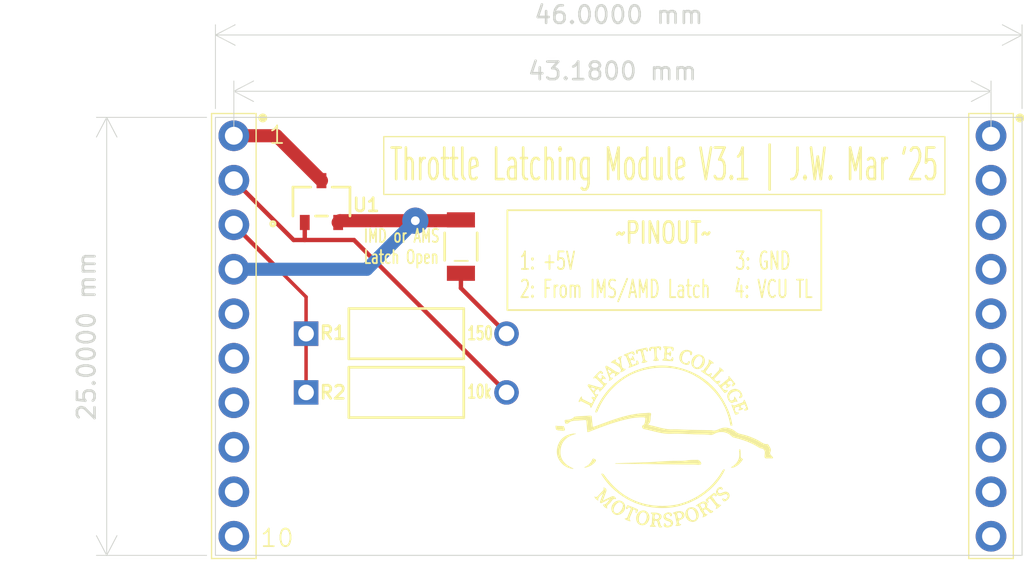
<source format=kicad_pcb>
(kicad_pcb (version 20240108) (generator "pcbnew") (generator_version "8.0")
  (layers (0 "F.Cu" signal) (31 "B.Cu" signal) (34 "B.Paste" user) (35 "F.Paste" user) (36 "B.SilkS" user "B.Silkscreen") (37 "F.SilkS" user "F.Silkscreen") (38 "B.Mask" user) (39 "F.Mask" user) (44 "Edge.Cuts" user))
  (net 0 "")
  (net 7 "Net-(D1-A)")
  (net 8 "Net-(D1-K)")
  (net 9 "Net-(J1-Pad3)")
  (net 10 "Net-(U1-D)")
  (net 11 "Net-(U1-G)")
  (footprint "CF14JT10K0:STA_CF14_STP" (layer "F.Cu") (at 26.67 37.2)
    (property "Reference" "R2")
    (property "Value" "10k")
  )
  (footprint "PH1-10-UA:1X10-2.54MM-THT" (layer "F.Cu") (at 22.55 22.55 -90)
    (property "Reference" "J1" (hide yes))
    (property "Value" "PH1-10-UA")
  )
  (footprint "LED:LED_AP3216SYD_KNB" (layer "F.Cu") (at 35.5 28.876 90)
    (property "Reference" "D1" (hide yes))
    (property "Value" "LED (Test)" (hide yes))
  )
  (footprint "CF14JT10K0:STA_CF14_STP" (layer "F.Cu") (at 26.67 33.8468)
    (property "Reference" "R1")
    (property "Value" "150R")
  )
  (footprint "IRLML2060TRPBF:SOT23_INF" (layer "F.Cu") (at 27.5475 26.3062)
    (property "Reference" "U1")
    (property "Value" "IRLML2060TRPBF")
  )
  (footprint "PH1-10-UA:1X10-2.54MM-THT" (layer "F.Cu") (at 65.73 22.55 -90)
    (property "Reference" "J2" (hide yes))
    (property "Value" "PH1-10-UA")
  )
  (gr_poly (pts (xy 46.074555 34.646884) (xy 46.067773 34.647544) (xy 46.060531 34.648734) (xy 45.993694 34.66228) (xy 45.927017 34.676646) (xy 45.794024 34.707225) (xy 45.528689 34.771494) (xy 45.522627 34.773128) (xy 45.516751 34.775078) (xy 45.511098 34.77735) (xy 45.505708 34.77995) (xy 45.50062 34.782886) (xy 45.498201 34.784481) (xy 45.495872 34.786162) (xy 45.493638 34.787931) (xy 45.491504 34.789787) (xy 45.489475 34.791732) (xy 45.487555 34.793766) (xy 45.485749 34.795891) (xy 45.484063 34.798106) (xy 45.482501 34.800414) (xy 45.481068 34.802814) (xy 45.479769 34.805307) (xy 45.478608 34.807895) (xy 45.477592 34.810578) (xy 45.476724 34.813357) (xy 45.476009 34.816232) (xy 45.475452 34.819205) (xy 45.475059 34.822277) (xy 45.474834 34.825447) (xy 45.474781 34.828718) (xy 45.474907 34.832089) (xy 45.475215 34.835562) (xy 45.47571 34.839137) (xy 45.477195 34.849316) (xy 45.478427 34.859658) (xy 45.480498 34.880637) (xy 45.482666 34.901687) (xy 45.484018 34.912116) (xy 45.485672 34.922418) (xy 45.487721 34.932543) (xy 45.490256 34.942443) (xy 45.493372 34.952069) (xy 45.497161 34.961373) (xy 45.501714 34.970306) (xy 45.504307 34.974619) (xy 45.507125 34.97882) (xy 45.510182 34.982905) (xy 45.513487 34.986867) (xy 45.517053 34.990699) (xy 45.520892 34.994397) (xy 45.523609 34.996688) (xy 45.526392 34.998678) (xy 45.529229 35.000375) (xy 45.532111 35.001786) (xy 45.535027 35.00292) (xy 45.537966 35.003786) (xy 45.540919 35.004391) (xy 45.543874 35.004744) (xy 45.546822 35.004854) (xy 45.549753 35.004728) (xy 45.552655 35.004374) (xy 45.555519 35.003802) (xy 45.558334 35.003019) (xy 45.56109 35.002033) (xy 45.563776 35.000853) (xy 45.566382 34.999487) (xy 45.568899 34.997944) (xy 45.571314 34.996231) (xy 45.573619 34.994357) (xy 45.575802 34.99233) (xy 45.577854 34.990158) (xy 45.579763 34.98785) (xy 45.581521 34.985415) (xy 45.583115 34.982859) (xy 45.584537 34.980192) (xy 45.585775 34.977421) (xy 45.586819 34.974556) (xy 45.587659 34.971603) (xy 45.588285 34.968573) (xy 45.588686 34.965472) (xy 45.588851 34.962309) (xy 45.588771 34.959093) (xy 45.588041 34.944725) (xy 45.587772 34.93084) (xy 45.588064 34.917506) (xy 45.589016 34.904792) (xy 45.590729 34.892767) (xy 45.593301 34.8815) (xy 45.59494 34.876171) (xy 45.596832 34.871058) (xy 45.598988 34.866169) (xy 45.601422 34.861512) (xy 45.604145 34.857096) (xy 45.60717 34.85293) (xy 45.61051 34.849022) (xy 45.614177 34.84538) (xy 45.618183 34.842014) (xy 45.622541 34.838931) (xy 45.627263 34.836141) (xy 45.632362 34.833652) (xy 45.63785 34.831473) (xy 45.64374 34.829612) (xy 45.650044 34.828077) (xy 45.656775 34.826879) (xy 45.663944 34.826024) (xy 45.671565 34.825522) (xy 45.67965 34.825381) (xy 45.688211 34.825609) (xy 45.696629 34.826272) (xy 45.704354 34.827416) (xy 45.711419 34.829017) (xy 45.717858 34.831052) (xy 45.723704 34.833498) (xy 45.72899 34.836333) (xy 45.733751 34.839532) (xy 45.738019 34.843072) (xy 45.741828 34.846932) (xy 45.745211 34.851087) (xy 45.748202 34.855514) (xy 45.750834 34.860191) (xy 45.75314 34.865093) (xy 45.755154 34.870199) (xy 45.75691 34.875485) (xy 45.75844 34.880927) (xy 45.760958 34.89219) (xy 45.762976 34.903802) (xy 45.766581 34.927335) (xy 45.768701 34.938887) (xy 45.769958 34.944528) (xy 45.771391 34.950048) (xy 45.773033 34.955424) (xy 45.774917 34.960634) (xy 45.777077 34.965653) (xy 45.779546 34.970459) (xy 45.780178 34.971705) (xy 45.780718 34.973019) (xy 45.781178 34.974409) (xy 45.781571 34.975883) (xy 45.78191 34.977451) (xy 45.782207 34.97912) (xy 45.782476 34.9809) (xy 45.782729 34.982799) (xy 45.78384 34.991751) (xy 45.784205 34.994372) (xy 45.784632 34.997163) (xy 45.785132 35.000132) (xy 45.785718 35.003288) (xy 45.81703 35.13266) (xy 45.846256 35.255006) (xy 45.857129 35.302606) (xy 45.861178 35.322261) (xy 45.864196 35.339632) (xy 45.866103 35.355081) (xy 45.866614 35.362196) (xy 45.866818 35.368966) (xy 45.866705 35.375436) (xy 45.866264 35.38165) (xy 45.865485 35.387653) (xy 45.864359 35.39349) (xy 45.862875 35.399207) (xy 45.861023 35.404849) (xy 45.858795 35.41046) (xy 45.856178 35.416085) (xy 45.853165 35.42177) (xy 45.849744 35.42756) (xy 45.84164 35.439634) (xy 45.831786 35.452666) (xy 45.820104 35.467016) (xy 45.790934 35.501116) (xy 45.797786 35.504552) (xy 45.805237 35.507571) (xy 45.813257 35.510177) (xy 45.821815 35.512374) (xy 45.840423 35.51556) (xy 45.860819 35.517164) (xy 45.882757 35.517224) (xy 45.905996 35.515776) (xy 45.93029 35.512854) (xy 45.955397 35.508495) (xy 45.981072 35.502736) (xy 46.007072 35.495612) (xy 46.033153 35.487159) (xy 46.059072 35.477413) (xy 46.084584 35.466411) (xy 46.109447 35.454187) (xy 46.133416 35.440779) (xy 46.156247 35.426223) (xy 46.136566 35.422875) (xy 46.118451 35.418653) (xy 46.101831 35.413597) (xy 46.086635 35.407746) (xy 46.072792 35.401141) (xy 46.060232 35.39382) (xy 46.048883 35.385824) (xy 46.038674 35.377192) (xy 46.029534 35.367964) (xy 46.021392 35.35818) (xy 46.014178 35.34788) (xy 46.00782 35.337103) (xy 46.002247 35.325889) (xy 45.997389 35.314278) (xy 45.993173 35.30231) (xy 45.989531 35.290025) (xy 45.986389 35.277461) (xy 45.983678 35.264659) (xy 45.979262 35.238501) (xy 45.972472 35.185075) (xy 45.968961 35.158445) (xy 45.964616 35.132293) (xy 45.961953 35.119496) (xy 45.958869 35.106938) (xy 45.955292 35.094659) (xy 45.951152 35.082699) (xy 45.946388 35.06955) (xy 45.941944 35.056279) (xy 45.9339 35.029414) (xy 45.926786 35.002196) (xy 45.920369 34.974718) (xy 45.896996 34.864083) (xy 45.895398 34.856415) (xy 45.894097 34.848845) (xy 45.893149 34.841399) (xy 45.89261 34.834099) (xy 45.892538 34.826972) (xy 45.892987 34.820042) (xy 45.893425 34.816658) (xy 45.894014 34.813333) (xy 45.894763 34.810069) (xy 45.895677 34.80687) (xy 45.896763 34.803739) (xy 45.89803 34.800678) (xy 45.899483 34.797691) (xy 45.90113 34.794781) (xy 45.902977 34.791952) (xy 45.905033 34.789205) (xy 45.907303 34.786544) (xy 45.909796 34.783973) (xy 45.912517 34.781494) (xy 45.915474 34.77911) (xy 45.918675 34.776825) (xy 45.922125 34.774642) (xy 45.925833 34.772563) (xy 45.929804 34.770592) (xy 45.934047 34.768732) (xy 45.938568 34.766985) (xy 45.954758 34.761376) (xy 45.962684 34.758949) (xy 45.970482 34.756891) (xy 45.978144 34.75529) (xy 45.985657 34.754233) (xy 45.993013 34.753809) (xy 45.996628 34.753861) (xy 46.0002 34.754105) (xy 46.003727 34.75455) (xy 46.007208 34.755209) (xy 46.010642 34.756091) (xy 46.014027 34.757208) (xy 46.017362 34.758572) (xy 46.020646 34.760192) (xy 46.023878 34.76208) (xy 46.027055 34.764247) (xy 46.030178 34.766704) (xy 46.033244 34.769462) (xy 46.036252 34.772531) (xy 46.039201 34.775923) (xy 46.04209 34.779649) (xy 46.044917 34.78372) (xy 46.047681 34.788147) (xy 46.050381 34.79294) (xy 46.065057 34.822247) (xy 46.069003 34.829542) (xy 46.073195 34.836529) (xy 46.077703 34.84306) (xy 46.080096 34.846109) (xy 46.082594 34.848988) (xy 46.085204 34.85168) (xy 46.087936 34.854166) (xy 46.090797 34.856427) (xy 46.093797 34.858445) (xy 46.096943 34.860201) (xy 46.100245 34.861678) (xy 46.103711 34.862856) (xy 46.107349 34.863718) (xy 46.111167 34.864244) (xy 46.115176 34.864416) (xy 46.119382 34.864216) (xy 46.123794 34.863626) (xy 46.128421 34.862627) (xy 46.133272 34.8612) (xy 46.138355 34.859327) (xy 46.143678 34.856989) (xy 46.147662 34.854941) (xy 46.151236 34.852768) (xy 46.154418 34.850475) (xy 46.157225 34.848071) (xy 46.159673 34.84556) (xy 46.161779 34.842951) (xy 46.16356 34.840248) (xy 46.165034 34.837459) (xy 46.166216 34.83459) (xy 46.167124 34.831647) (xy 46.167776 34.828638) (xy 46.168187 34.825567) (xy 46.168374 34.822443) (xy 46.168355 34.819271) (xy 46.168147 34.816058) (xy 46.167766 34.81281) (xy 46.167229 34.809534) (xy 46.166554 34.806236) (xy 46.164854 34.7996) (xy 46.162802 34.792954) (xy 46.160534 34.786351) (xy 46.155887 34.773476) (xy 46.153779 34.767309) (xy 46.151995 34.76139) (xy 46.149614 34.751781) (xy 46.147452 34.74167) (xy 46.143213 34.720671) (xy 46.140853 34.710144) (xy 46.138142 34.699838) (xy 46.134939 34.689935) (xy 46.131103 34.680615) (xy 46.128902 34.67623) (xy 46.126489 34.672059) (xy 46.123847 34.668124) (xy 46.120958 34.664448) (xy 46.117804 34.661053) (xy 46.114366 34.657962) (xy 46.110628 34.655198) (xy 46.106572 34.652782) (xy 46.10218 34.650738) (xy 46.097434 34.649089) (xy 46.092316 34.647856) (xy 46.086808 34.647063) (xy 46.080894 34.646731)) (fill solid) (layer "F.SilkS"))
  (gr_poly (pts (xy 44.64226 35.136147) (xy 44.633909 35.136688) (xy 44.625569 35.1376) (xy 44.617243 35.13888) (xy 44.608934 35.140525) (xy 44.592382 35.144897) (xy 44.575938 35.15069) (xy 44.55963 35.157881) (xy 44.543482 35.166445) (xy 44.527522 35.176356) (xy 44.511777 35.187591) (xy 44.496271 35.200125) (xy 44.481032 35.213932) (xy 44.466086 35.228989) (xy 44.451459 35.245271) (xy 44.437177 35.262753) (xy 44.458343 35.277048) (xy 44.468122 35.284152) (xy 44.477374 35.291254) (xy 44.486108 35.298374) (xy 44.494332 35.305534) (xy 44.502053 35.312753) (xy 44.509279 35.320053) (xy 44.516018 35.327453) (xy 44.522278 35.334975) (xy 44.528066 35.342638) (xy 44.53339 35.350465) (xy 44.538258 35.358474) (xy 44.542678 35.366686) (xy 44.546657 35.375123) (xy 44.550203 35.383804) (xy 44.553324 35.392751) (xy 44.556029 35.401983) (xy 44.558323 35.411521) (xy 44.560216 35.421387) (xy 44.561715 35.431599) (xy 44.562828 35.442179) (xy 44.563563 35.453148) (xy 44.563927 35.464526) (xy 44.563928 35.476333) (xy 44.563574 35.48859) (xy 44.562873 35.501318) (xy 44.561832 35.514537) (xy 44.558763 35.54253) (xy 44.554429 35.572735) (xy 44.538879 35.56836) (xy 44.52429 35.563882) (xy 44.510483 35.55919) (xy 44.497274 35.554171) (xy 44.484484 35.548712) (xy 44.471929 35.542703) (xy 44.45943 35.536029) (xy 44.446803 35.52858) (xy 44.433869 35.520244) (xy 44.420446 35.510907) (xy 44.406351 35.500458) (xy 44.391405 35.488785) (xy 44.375425 35.475775) (xy 44.35823 35.461316) (xy 44.319469 35.427604) (xy 44.318107 35.423944) (xy 44.317212 35.420438) (xy 44.316754 35.417076) (xy 44.316699 35.413848) (xy 44.317017 35.410742) (xy 44.317677 35.407748) (xy 44.318645 35.404856) (xy 44.319892 35.402056) (xy 44.321386 35.399337) (xy 44.323094 35.396688) (xy 44.324986 35.394099) (xy 44.32703 35.391559) (xy 44.331447 35.386586) (xy 44.336093 35.381685) (xy 44.340716 35.376772) (xy 44.345063 35.371763) (xy 44.347054 35.369197) (xy 44.348882 35.366575) (xy 44.350515 35.363888) (xy 44.351921 35.361124) (xy 44.353069 35.358273) (xy 44.353927 35.355325) (xy 44.354464 35.352269) (xy 44.354648 35.349095) (xy 44.354448 35.345792) (xy 44.353832 35.342349) (xy 44.352769 35.338757) (xy 44.351227 35.335005) (xy 44.347567 35.330588) (xy 44.342954 35.327107) (xy 44.337446 35.324532) (xy 44.331102 35.322833) (xy 44.323978 35.321979) (xy 44.316132 35.321941) (xy 44.307622 35.322687) (xy 44.298505 35.324188) (xy 44.28884 35.326414) (xy 44.278684 35.329333) (xy 44.25713 35.337133) (xy 44.234304 35.347346) (xy 44.210669 35.35973) (xy 44.186685 35.374041) (xy 44.162814 35.390038) (xy 44.139518 35.407479) (xy 44.117259 35.426121) (xy 44.096498 35.445722) (xy 44.086823 35.455807) (xy 44.077696 35.46604) (xy 44.069174 35.476392) (xy 44.061316 35.486832) (xy 44.054178 35.49733) (xy 44.047818 35.507856) (xy 44.066713 35.50834) (xy 44.085159 35.509666) (xy 44.103178 35.511797) (xy 44.12079 35.514695) (xy 44.138017 35.518324) (xy 44.154881 35.522647) (xy 44.171402 35.527628) (xy 44.187603 35.53323) (xy 44.219126 35.546147) (xy 44.249623 35.561105) (xy 44.279263 35.577809) (xy 44.308219 35.595966) (xy 44.336659 35.615281) (xy 44.364756 35.635459) (xy 44.420604 35.677228) (xy 44.477128 35.718918) (xy 44.506071 35.738998) (xy 44.535696 35.758176) (xy 44.561347 35.792297) (xy 44.573727 35.809188) (xy 44.58543 35.826025) (xy 44.596173 35.842854) (xy 44.605671 35.859722) (xy 44.609864 35.868184) (xy 44.61364 35.876673) (xy 44.616962 35.885193) (xy 44.619795 35.893752) (xy 44.622104 35.902355) (xy 44.623852 35.911006) (xy 44.625005 35.919713) (xy 44.625527 35.92848) (xy 44.625382 35.937314) (xy 44.624535 35.946219) (xy 44.622951 35.955202) (xy 44.620593 35.964269) (xy 44.617426 35.973425) (xy 44.613415 35.982675) (xy 44.608524 35.992026) (xy 44.602717 36.001483) (xy 44.59596 36.011052) (xy 44.588216 36.020739) (xy 44.57945 36.030548) (xy 44.569626 36.040487) (xy 44.579189 36.041999) (xy 44.589156 36.042857) (xy 44.599492 36.04308) (xy 44.610163 36.042688) (xy 44.632375 36.040135) (xy 44.655522 36.035353) (xy 44.679332 36.028498) (xy 44.703534 36.019725) (xy 44.727857 36.009189) (xy 44.752031 35.997046) (xy 44.775783 35.983451) (xy 44.798843 35.968561) (xy 44.820939 35.952529) (xy 44.841801 35.935512) (xy 44.861157 35.917665) (xy 44.878737 35.899143) (xy 44.894268 35.880102) (xy 44.90748 35.860698) (xy 44.885203 35.860167) (xy 44.86433 35.858623) (xy 44.844812 35.856102) (xy 44.826601 35.852638) (xy 44.809648 35.848264) (xy 44.793903 35.843015) (xy 44.779317 35.836926) (xy 44.76584 35.83003) (xy 44.753425 35.822362) (xy 44.742021 35.813956) (xy 44.73158 35.804846) (xy 44.722052 35.795068) (xy 44.713388 35.784654) (xy 44.705539 35.773639) (xy 44.698456 35.762058) (xy 44.69209 35.749945) (xy 44.686391 35.737334) (xy 44.681311 35.724259) (xy 44.6768 35.710755) (xy 44.67281 35.696855) (xy 44.666192 35.668009) (xy 44.661066 35.637993) (xy 44.657037 35.607082) (xy 44.653712 35.575551) (xy 44.647604 35.511724) (xy 44.635669 35.416081) (xy 44.632983 35.392313) (xy 44.630878 35.368639) (xy 44.629583 35.345074) (xy 44.629329 35.321637) (xy 44.630346 35.298345) (xy 44.632864 35.275217) (xy 44.637114 35.252269) (xy 44.639961 35.240869) (xy 44.643327 35.22952) (xy 44.647241 35.218225) (xy 44.651732 35.206987) (xy 44.656829 35.195806) (xy 44.66256 35.184687) (xy 44.668955 35.17363) (xy 44.676042 35.162639) (xy 44.683849 35.151714) (xy 44.692406 35.140859) (xy 44.68406 35.139111) (xy 44.675705 35.137751) (xy 44.667344 35.136778) (xy 44.658981 35.136189) (xy 44.650618 35.135979)) (fill solid) (layer "F.SilkS"))
  (gr_poly (pts (xy 51.115465 36.997905) (xy 51.096418 36.999172) (xy 51.077541 37.001234) (xy 51.058857 37.004074) (xy 51.040385 37.007678) (xy 51.022146 37.012029) (xy 50.986449 37.022907) (xy 50.951933 37.036582) (xy 50.918762 37.052927) (xy 50.887102 37.071812) (xy 50.857118 37.093112) (xy 50.828974 37.116698) (xy 50.802837 37.142442) (xy 50.778872 37.170218) (xy 50.757243 37.199897) (xy 50.738117 37.231352) (xy 50.729544 37.247705) (xy 50.721658 37.264455) (xy 50.71448 37.281584) (xy 50.708031 37.299078) (xy 50.702332 37.31692) (xy 50.697403 37.335095) (xy 50.694157 37.350098) (xy 50.691734 37.36548) (xy 50.690112 37.381196) (xy 50.689272 37.397207) (xy 50.68986 37.429942) (xy 50.693342 37.463352) (xy 50.699559 37.4971) (xy 50.708353 37.530853) (xy 50.719569 37.564276) (xy 50.733048 37.597035) (xy 50.748634 37.628795) (xy 50.766168 37.659221) (xy 50.785494 37.687979) (xy 50.806454 37.714735) (xy 50.828891 37.739154) (xy 50.852647 37.760901) (xy 50.864971 37.770668) (xy 50.877565 37.779642) (xy 50.890411 37.78778) (xy 50.903488 37.795042) (xy 50.907853 37.797194) (xy 50.912155 37.799116) (xy 50.916398 37.800813) (xy 50.920585 37.802292) (xy 50.924717 37.803558) (xy 50.928797 37.804619) (xy 50.932829 37.80548) (xy 50.936814 37.806147) (xy 50.940755 37.806627) (xy 50.944654 37.806926) (xy 50.948516 37.80705) (xy 50.95234 37.807005) (xy 50.959892 37.806434) (xy 50.967329 37.805263) (xy 50.974673 37.803542) (xy 50.981945 37.80132) (xy 50.989164 37.798646) (xy 50.996352 37.795572) (xy 51.003528 37.792145) (xy 51.010714 37.788417) (xy 51.025197 37.780252) (xy 51.051236 37.764581) (xy 51.064349 37.756723) (xy 51.077637 37.749113) (xy 51.091182 37.741946) (xy 51.105069 37.735418) (xy 51.119381 37.729725) (xy 51.126722 37.727253) (xy 51.134201 37.725063) (xy 51.141828 37.723179) (xy 51.149614 37.721627) (xy 51.157568 37.720431) (xy 51.165702 37.719615) (xy 51.174026 37.719203) (xy 51.18255 37.719221) (xy 51.191284 37.719692) (xy 51.20024 37.720642) (xy 51.209427 37.722094) (xy 51.218857 37.724073) (xy 51.228539 37.726604) (xy 51.238484 37.729711) (xy 51.248703 37.733418) (xy 51.259205 37.737751) (xy 51.270002 37.742733) (xy 51.281103 37.74839) (xy 51.261951 37.699518) (xy 51.243121 37.653693) (xy 51.23349 37.631812) (xy 51.223536 37.610559) (xy 51.213124 37.58989) (xy 51.202118 37.569759) (xy 51.190385 37.550123) (xy 51.17779 37.530937) (xy 51.164198 37.512155) (xy 51.149475 37.493734) (xy 51.133485 37.475629) (xy 51.116094 37.457795) (xy 51.097168 37.440187) (xy 51.076571 37.422762) (xy 51.079318 37.46167) (xy 51.080199 37.479747) (xy 51.080568 37.496936) (xy 51.080287 37.513259) (xy 51.079219 37.528738) (xy 51.077225 37.543397) (xy 51.074168 37.557258) (xy 51.072197 37.563895) (xy 51.06991 37.570342) (xy 51.067287 37.576601) (xy 51.064313 37.582673) (xy 51.060969 37.588564) (xy 51.05724 37.594274) (xy 51.053106 37.599807) (xy 51.048552 37.605166) (xy 51.04356 37.610353) (xy 51.038112 37.615372) (xy 51.032192 37.620224) (xy 51.025783 37.624914) (xy 51.018866 37.629443) (xy 51.011426 37.633815) (xy 51.003443 37.638032) (xy 50.994903 37.642098) (xy 50.979823 37.648527) (xy 50.965659 37.653741) (xy 50.952357 37.657732) (xy 50.946011 37.659266) (xy 50.93986 37.660492) (xy 50.933897 37.661408) (xy 50.928115 37.662014) (xy 50.922507 37.662308) (xy 50.917066 37.66229) (xy 50.911785 37.661957) (xy 50.906658 37.661311) (xy 50.901677 37.660349) (xy 50.896837 37.65907) (xy 50.892128 37.657474) (xy 50.887546 37.655559) (xy 50.883083 37.653325) (xy 50.878732 37.65077) (xy 50.874487 37.647894) (xy 50.87034 37.644696) (xy 50.866285 37.641174) (xy 50.862314 37.637328) (xy 50.858421 37.633156) (xy 50.854599 37.628658) (xy 50.847141 37.618679) (xy 50.839884 37.607383) (xy 50.832774 37.594761) (xy 50.826155 37.581749) (xy 50.820103 37.568657) (xy 50.814655 37.555472) (xy 50.809847 37.542179) (xy 50.805716 37.528765) (xy 50.802298 37.515217) (xy 50.799629 37.50152) (xy 50.797746 37.487661) (xy 50.796685 37.473626) (xy 50.796483 37.459402) (xy 50.797176 37.444974) (xy 50.798801 37.43033) (xy 50.801393 37.415454) (xy 50.80499 37.400335) (xy 50.809627 37.384957) (xy 50.815342 37.369308) (xy 50.82214 37.35647) (xy 50.829214 37.344085) (xy 50.836559 37.332142) (xy 50.844168 37.320633) (xy 50.852036 37.309549) (xy 50.860156 37.29888) (xy 50.868522 37.288618) (xy 50.877127 37.278753) (xy 50.885967 37.269276) (xy 50.895034 37.260177) (xy 50.904323 37.251448) (xy 50.913827 37.24308) (xy 50.933458 37.227388) (xy 50.953877 37.213028) (xy 50.975036 37.199927) (xy 50.996885 37.188011) (xy 51.019375 37.177207) (xy 51.042458 37.167441) (xy 51.066085 37.158641) (xy 51.090207 37.150733) (xy 51.114774 37.143644) (xy 51.139738 37.1373) (xy 51.16033 37.133113) (xy 51.180473 37.130471) (xy 51.200148 37.129361) (xy 51.219339 37.12977) (xy 51.238028 37.131687) (xy 51.256199 37.135099) (xy 51.273834 37.139994) (xy 51.290916 37.14636) (xy 51.307428 37.154186) (xy 51.323354 37.163458) (xy 51.338674 37.174164) (xy 51.353374 37.186293) (xy 51.367434 37.199832) (xy 51.380839 37.214769) (xy 51.393572 37.231092) (xy 51.405614 37.248789) (xy 51.412616 37.260028) (xy 51.41924 37.271272) (xy 51.425346 37.282512) (xy 51.430797 37.293741) (xy 51.435453 37.304949) (xy 51.439177 37.316128) (xy 51.440645 37.321704) (xy 51.441829 37.32727) (xy 51.44271 37.332823) (xy 51.443271 37.338365) (xy 51.443495 37.343892) (xy 51.443364 37.349405) (xy 51.442862 37.354902) (xy 51.441971 37.360382) (xy 51.440673 37.365844) (xy 51.438951 37.371287) (xy 51.436789 37.37671) (xy 51.434168 37.382112) (xy 51.431072 37.387492) (xy 51.427482 37.392848) (xy 51.423382 37.39818) (xy 51.418755 37.403486) (xy 51.413582 37.408766) (xy 51.407848 37.414018) (xy 51.401534 37.419241) (xy 51.394622 37.424435) (xy 51.389756 37.428087) (xy 51.385085 37.43194) (xy 51.380667 37.435993) (xy 51.378571 37.438093) (xy 51.37656 37.440243) (xy 51.37464 37.442441) (xy 51.37282 37.444687) (xy 51.371105 37.446982) (xy 51.369503 37.449325) (xy 51.368022 37.451714) (xy 51.366668 37.454152) (xy 51.365448 37.456636) (xy 51.364371 37.459166) (xy 51.363441 37.461743) (xy 51.362668 37.464366) (xy 51.362058 37.467035) (xy 51.361617 37.469749) (xy 51.361354 37.472508) (xy 51.361275 37.475312) (xy 51.361388 37.47816) (xy 51.361699 37.481053) (xy 51.362216 37.48399) (xy 51.362945 37.48697) (xy 51.363895 37.489994) (xy 51.365071 37.49306) (xy 51.366482 37.49617) (xy 51.368134 37.499321) (xy 51.370034 37.502515) (xy 51.37219 37.505751) (xy 51.374518 37.508901) (xy 51.376872 37.511764) (xy 51.379251 37.51435) (xy 51.381656 37.516668) (xy 51.384085 37.518727) (xy 51.386538 37.520538) (xy 51.389013 37.522109) (xy 51.39151 37.523451) (xy 51.394029 37.524573) (xy 51.396569 37.525485) (xy 51.399128 37.526196) (xy 51.401707 37.526715) (xy 51.404305 37.527053) (xy 51.40692 37.527219) (xy 51.409552 37.527222) (xy 51.412201 37.527072) (xy 51.414866 37.526779) (xy 51.417546 37.526352) (xy 51.420239 37.525801) (xy 51.422947 37.525135) (xy 51.4284 37.523497) (xy 51.433898 37.521517) (xy 51.439437 37.519269) (xy 51.44501 37.51683) (xy 51.456237 37.511689) (xy 51.470366 37.504855) (xy 51.48348 37.497722) (xy 51.495548 37.490231) (xy 51.501178 37.486334) (xy 51.506534 37.482326) (xy 51.511611 37.4782) (xy 51.516406 37.473949) (xy 51.520913 37.469566) (xy 51.525129 37.465044) (xy 51.52905 37.460375) (xy 51.532671 37.455553) (xy 51.535989 37.45057) (xy 51.538998 37.44542) (xy 51.541695 37.440094) (xy 51.544075 37.434587) (xy 51.546135 37.42889) (xy 51.54787 37.422997) (xy 51.549276 37.4169) (xy 51.550349 37.410593) (xy 51.551085 37.404068) (xy 51.551478 37.397318) (xy 51.551526 37.390336) (xy 51.551224 37.383115) (xy 51.550568 37.375648) (xy 51.549553 37.367927) (xy 51.548176 37.359946) (xy 51.546431 37.351697) (xy 51.544316 37.343174) (xy 51.541825 37.334368) (xy 51.5292 37.296525) (xy 51.514569 37.260541) (xy 51.497997 37.226499) (xy 51.479546 37.19448) (xy 51.459279 37.164563) (xy 51.448485 37.150419) (xy 51.437261 37.136831) (xy 51.425615 37.123809) (xy 51.413555 37.111364) (xy 51.401088 37.099505) (xy 51.388223 37.088243) (xy 51.374968 37.077587) (xy 51.36133 37.067548) (xy 51.347317 37.058137) (xy 51.332938 37.049362) (xy 51.318199 37.041235) (xy 51.30311 37.033765) (xy 51.287678 37.026963) (xy 51.271911 37.020838) (xy 51.255817 37.015401) (xy 51.239404 37.010662) (xy 51.222679 37.006631) (xy 51.205651 37.003318) (xy 51.188327 37.000733) (xy 51.170716 36.998886) (xy 51.152825 36.997788) (xy 51.134663 36.997449)) (fill solid) (layer "F.SilkS"))
  (gr_poly (pts (xy 46.347869 44.056364) (xy 46.346613 44.056577) (xy 46.345378 44.056897) (xy 46.344168 44.057322) (xy 46.342984 44.05785) (xy 46.34183 44.058482) (xy 46.340707 44.059215) (xy 46.339618 44.060048) (xy 46.338565 44.060979) (xy 46.337551 44.062008) (xy 46.336578 44.063132) (xy 46.335648 44.064351) (xy 46.334764 44.065663) (xy 46.333927 44.067067) (xy 46.333142 44.068561) (xy 46.332409 44.070144) (xy 46.331731 44.071816) (xy 46.331111 44.073573) (xy 46.330551 44.075415) (xy 46.330052 44.077342) (xy 46.329619 44.07935) (xy 46.329253 44.081439) (xy 46.328955 44.083608) (xy 46.32873 44.085855) (xy 46.328579 44.088179) (xy 46.328504 44.090579) (xy 46.328508 44.093052) (xy 46.328593 44.095599) (xy 46.328761 44.098217) (xy 46.329016 44.100904) (xy 46.329358 44.103661) (xy 46.34019 44.107064) (xy 46.350191 44.110803) (xy 46.359391 44.114866) (xy 46.367819 44.119244) (xy 46.375503 44.123925) (xy 46.382472 44.1289) (xy 46.388755 44.134159) (xy 46.394381 44.13969) (xy 46.399378 44.145482) (xy 46.403775 44.151527) (xy 46.407601 44.157812) (xy 46.410885 44.164329) (xy 46.413655 44.171065) (xy 46.415941 44.178011) (xy 46.417771 44.185156) (xy 46.419173 44.19249) (xy 46.420177 44.200003) (xy 46.420812 44.207683) (xy 46.421105 44.21552) (xy 46.421087 44.223504) (xy 46.420228 44.239871) (xy 46.418467 44.2567) (xy 46.416032 44.273906) (xy 46.413155 44.291407) (xy 46.406993 44.326954) (xy 46.404033 44.346698) (xy 46.401688 44.366492) (xy 46.399873 44.386332) (xy 46.398504 44.406213) (xy 46.396766 44.446083) (xy 46.395799 44.486066) (xy 46.394927 44.526124) (xy 46.393475 44.566222) (xy 46.390767 44.606323) (xy 46.388732 44.626364) (xy 46.386129 44.646392) (xy 46.381722 44.675593) (xy 46.379292 44.689584) (xy 46.37655 44.703089) (xy 46.373371 44.716047) (xy 46.369635 44.728397) (xy 46.365219 44.740079) (xy 46.36 44.751033) (xy 46.357052 44.756217) (xy 46.353857 44.761197) (xy 46.350401 44.765965) (xy 46.346667 44.770512) (xy 46.342642 44.774832) (xy 46.338309 44.778917) (xy 46.333653 44.782759) (xy 46.328659 44.786351) (xy 46.323311 44.789685) (xy 46.317595 44.792753) (xy 46.311496 44.795549) (xy 46.304997 44.798065) (xy 46.298083 44.800292) (xy 46.29074 44.802224) (xy 46.282952 44.803852) (xy 46.274703 44.80517) (xy 46.27437 44.810062) (xy 46.274261 44.814665) (xy 46.274368 44.818988) (xy 46.274687 44.823043) (xy 46.275212 44.826838) (xy 46.275936 44.830385) (xy 46.276854 44.833693) (xy 46.27796 44.836773) (xy 46.279248 44.839634) (xy 46.280712 44.842288) (xy 46.282345 44.844745) (xy 46.284143 44.847014) (xy 46.286099 44.849105) (xy 46.288207 44.85103) (xy 46.290461 44.852798) (xy 46.292855 44.854419) (xy 46.295384 44.855904) (xy 46.298042 44.857263) (xy 46.300822 44.858506) (xy 46.303719 44.859644) (xy 46.306726 44.860686) (xy 46.309838 44.861642) (xy 46.316353 44.86334) (xy 46.323215 44.86482) (xy 46.330378 44.866163) (xy 46.345416 44.868766) (xy 46.363219 44.867384) (xy 46.380944 44.866938) (xy 46.398636 44.867225) (xy 46.416342 44.868042) (xy 46.488254 44.872569) (xy 46.506738 44.873004) (xy 46.525517 44.872755) (xy 46.54464 44.871621) (xy 46.564152 44.869399) (xy 46.584101 44.865886) (xy 46.604533 44.860881) (xy 46.614946 44.857756) (xy 46.625496 44.854181) (xy 46.636192 44.850132) (xy 46.647037 44.845584) (xy 46.63412 44.841027) (xy 46.622034 44.836253) (xy 46.610753 44.831268) (xy 46.600257 44.826076) (xy 46.590521 44.820684) (xy 46.581522 44.815096) (xy 46.573237 44.809319) (xy 46.565643 44.803358) (xy 46.558718 44.797219) (xy 46.552437 44.790906) (xy 46.546777 44.784425) (xy 46.541716 44.777783) (xy 46.537231 44.770983) (xy 46.533298 44.764033) (xy 46.529894 44.756936) (xy 46.526995 44.7497) (xy 46.52458 44.742329) (xy 46.522625 44.734828) (xy 46.521106 44.727204) (xy 46.52 44.719462) (xy 46.519285 44.711606) (xy 46.518937 44.703644) (xy 46.518933 44.69558) (xy 46.51925 44.687419) (xy 46.520754 44.670832) (xy 46.523264 44.653925) (xy 46.526596 44.636742) (xy 46.530563 44.619329) (xy 46.532012 44.611774) (xy 46.532929 44.603871) (xy 46.533483 44.59573) (xy 46.533844 44.587462) (xy 46.534663 44.570988) (xy 46.53546 44.563003) (xy 46.53674 44.555335) (xy 46.537615 44.551654) (xy 46.538674 44.548093) (xy 46.539938 44.544667) (xy 46.54143 44.541388) (xy 46.543169 44.538272) (xy 46.545177 44.535332) (xy 46.547476 44.532582) (xy 46.550086 44.530035) (xy 46.553029 44.527705) (xy 46.556325 44.525607) (xy 46.559996 44.523754) (xy 46.564064 44.52216) (xy 46.568548 44.520839) (xy 46.573471 44.519804) (xy 46.578853 44.51907) (xy 46.584716 44.51865) (xy 46.594871 44.51856) (xy 46.60486 44.519154) (xy 46.614645 44.520428) (xy 46.624185 44.522382) (xy 46.633442 44.525014) (xy 46.642375 44.528321) (xy 46.650946 44.532301) (xy 46.659114 44.536953) (xy 46.66684 44.542275) (xy 46.670525 44.545186) (xy 46.674085 44.548264) (xy 46.677514 44.551509) (xy 46.680809 44.55492) (xy 46.683963 44.558497) (xy 46.686972 44.562239) (xy 46.689831 44.566148) (xy 46.692536 44.570221) (xy 46.69508 44.57446) (xy 46.69746 44.578863) (xy 46.69967 44.583431) (xy 46.701705 44.588163) (xy 46.703561 44.593059) (xy 46.705232 44.598119) (xy 46.75695 44.816623) (xy 46.76008 44.82623) (xy 46.763524 44.835353) (xy 46.767278 44.84399) (xy 46.771337 44.852138) (xy 46.775695 44.859794) (xy 46.780349 44.866957) (xy 46.785293 44.873623) (xy 46.790523 44.879789) (xy 46.796033 44.885454) (xy 46.80182 44.890615) (xy 46.807879 44.895268) (xy 46.814204 44.899413) (xy 46.820791 44.903045) (xy 46.827635 44.906162) (xy 46.834732 44.908763) (xy 46.842076 44.910843) (xy 46.849664 44.912401) (xy 46.857489 44.913434) (xy 46.865548 44.91394) (xy 46.873835 44.913915) (xy 46.882347 44.913358) (xy 46.891077 44.912266) (xy 46.900022 44.910636) (xy 46.909177 44.908465) (xy 46.918536 44.905752) (xy 46.928095 44.902493) (xy 46.93785 44.898685) (xy 46.947796 44.894327) (xy 46.957927 44.889416) (xy 46.968239 44.883949) (xy 46.978728 44.877924) (xy 46.989388 44.871337) (xy 46.975105 44.864243) (xy 46.962078 44.856524) (xy 46.950232 44.848216) (xy 46.939492 44.839356) (xy 46.929785 44.829978) (xy 46.921036 44.820118) (xy 46.91317 44.809812) (xy 46.906114 44.799097) (xy 46.899794 44.788006) (xy 46.894134 44.776578) (xy 46.889061 44.764846) (xy 46.8845 44.752846) (xy 46.876618 44.728189) (xy 46.869894 44.702892) (xy 46.857541 44.651519) (xy 46.850723 44.626015) (xy 46.842685 44.601015) (xy 46.838023 44.588793) (xy 46.832833 44.576803) (xy 46.827041 44.565083) (xy 46.820573 44.553666) (xy 46.813353 44.54259) (xy 46.805309 44.53189) (xy 46.796365 44.521601) (xy 46.786447 44.511759) (xy 46.798685 44.502235) (xy 46.810504 44.493218) (xy 46.832929 44.476202) (xy 46.843558 44.467956) (xy 46.853812 44.459719) (xy 46.863704 44.451367) (xy 46.873245 44.442775) (xy 46.882409 44.43375) (xy 46.890931 44.424416) (xy 46.898812 44.414798) (xy 46.906052 44.404924) (xy 46.912649 44.394818) (xy 46.918605 44.384507) (xy 46.923918 44.374016) (xy 46.928589 44.363372) (xy 46.932618 44.352601) (xy 46.936004 44.341728) (xy 46.938747 44.33078) (xy 46.940847 44.319782) (xy 46.942303 44.30876) (xy 46.942833 44.301581) (xy 46.802501 44.301581) (xy 46.80224 44.307807) (xy 46.801687 44.31392) (xy 46.800848 44.319918) (xy 46.799725 44.3258) (xy 46.798322 44.331564) (xy 46.796643 44.337206) (xy 46.794691 44.342726) (xy 46.792468 44.348121) (xy 46.78998 44.353389) (xy 46.787229 44.358529) (xy 46.784219 44.363538) (xy 46.780953 44.368414) (xy 46.777435 44.373155) (xy 46.773669 44.37776) (xy 46.769657 44.382225) (xy 46.765403 44.386551) (xy 46.756185 44.394771) (xy 46.746041 44.402403) (xy 46.735 44.409433) (xy 46.723089 44.415844) (xy 46.712978 44.420572) (xy 46.702337 44.425002) (xy 46.691278 44.429043) (xy 46.679914 44.432604) (xy 46.668358 44.435592) (xy 46.656722 44.437916) (xy 46.64512 44.439486) (xy 46.633664 44.440209) (xy 46.622467 44.439994) (xy 46.617001 44.439507) (xy 46.611641 44.438751) (xy 46.606403 44.437714) (xy 46.6013 44.436386) (xy 46.596346 44.434755) (xy 46.591556 44.43281) (xy 46.586943 44.430538) (xy 46.582522 44.42793) (xy 46.578306 44.424972) (xy 46.57431 44.421655) (xy 46.570548 44.417966) (xy 46.567034 44.413894) (xy 46.563781 44.409428) (xy 46.560805 44.404555) (xy 46.557668 44.398587) (xy 46.554833 44.392486) (xy 46.552291 44.38626) (xy 46.550036 44.379917) (xy 46.546348 44.366912) (xy 46.543704 44.353535) (xy 46.542039 44.339851) (xy 46.541287 44.325923) (xy 46.541382 44.311816) (xy 46.542259 44.297593) (xy 46.543853 44.283319) (xy 46.546097 44.269059) (xy 46.548927 44.254875) (xy 46.552277 44.240832) (xy 46.556081 44.226995) (xy 46.560274 44.213427) (xy 46.56479 44.200193) (xy 46.569563 44.187356) (xy 46.571796 44.182167) (xy 46.574275 44.177475) (xy 46.576993 44.17326) (xy 46.579942 44.169505) (xy 46.583114 44.166189) (xy 46.5865 44.163293) (xy 46.590093 44.160799) (xy 46.593884 44.158686) (xy 46.597866 44.156937) (xy 46.60203 44.155531) (xy 46.606368 44.15445) (xy 46.610872 44.153673) (xy 46.615534 44.153183) (xy 46.620347 44.15296) (xy 46.625301 44.152985) (xy 46.630389 44.153238) (xy 46.640933 44.154354) (xy 46.651916 44.156153) (xy 46.663273 44.158483) (xy 46.674938 44.16119) (xy 46.698936 44.167122) (xy 46.711139 44.170039) (xy 46.723393 44.17272) (xy 46.729818 44.175537) (xy 46.735979 44.178621) (xy 46.741874 44.181969) (xy 46.747503 44.185577) (xy 46.752863 44.189442) (xy 46.757953 44.193561) (xy 46.762773 44.19793) (xy 46.767319 44.202546) (xy 46.771592 44.207406) (xy 46.77559 44.212506) (xy 46.779311 44.217842) (xy 46.782754 44.223412) (xy 46.785918 44.229211) (xy 46.788801 44.235238) (xy 46.791401 44.241487) (xy 46.793718 44.247956) (xy 46.795906 44.255012) (xy 46.797776 44.26197) (xy 46.79933 44.26883) (xy 46.800573 44.27559) (xy 46.801508 44.282247) (xy 46.802139 44.288799) (xy 46.802469 44.295244) (xy 46.802501 44.301581) (xy 46.942833 44.301581) (xy 46.943116 44.297741) (xy 46.943286 44.28675) (xy 46.942812 44.275813) (xy 46.941694 44.264957) (xy 46.939932 44.254207) (xy 46.937526 44.243589) (xy 46.934475 44.233129) (xy 46.930779 44.222853) (xy 46.926439 44.212787) (xy 46.921454 44.202957) (xy 46.915823 44.193389) (xy 46.909547 44.184108) (xy 46.902626 44.175142) (xy 46.895059 44.166515) (xy 46.886847 44.158254) (xy 46.877988 44.150385) (xy 46.868483 44.142934) (xy 46.858331 44.135926) (xy 46.847533 44.129388) (xy 46.818418 44.114285) (xy 46.788854 44.101534) (xy 46.758883 44.09093) (xy 46.728543 44.082271) (xy 46.697876 44.075354) (xy 46.666921 44.069977) (xy 46.635719 44.065936) (xy 46.604311 44.063029) (xy 46.572737 44.061054) (xy 46.541036 44.059806) (xy 46.477417 44.058686) (xy 46.413778 44.058046) (xy 46.35044 44.056264) (xy 46.349146 44.056259)) (fill solid) (layer "F.SilkS"))
  (gr_poly (pts (xy 46.762592 34.57061) (xy 46.730537 34.573366) (xy 46.717286 34.574972) (xy 46.703934 34.576851) (xy 46.676384 34.58122) (xy 46.646792 34.58605) (xy 46.63089 34.588506) (xy 46.614069 34.590918) (xy 46.576378 34.592166) (xy 46.539573 34.592739) (xy 46.468178 34.593827) (xy 46.433369 34.595322) (xy 46.416139 34.596521) (xy 46.399006 34.598104) (xy 46.381956 34.600132) (xy 46.364977 34.602665) (xy 46.348054 34.605765) (xy 46.331174 34.609494) (xy 46.323239 34.611708) (xy 46.315527 34.614457) (xy 46.30805 34.617715) (xy 46.30082 34.621455) (xy 46.293849 34.625652) (xy 46.28715 34.630279) (xy 46.280733 34.635311) (xy 46.27461 34.64072) (xy 46.268795 34.646481) (xy 46.263298 34.652568) (xy 46.258131 34.658955) (xy 46.253307 34.665615) (xy 46.248837 34.672523) (xy 46.244734 34.679651) (xy 46.241008 34.686975) (xy 46.237673 34.694468) (xy 46.234739 34.702103) (xy 46.232219 34.709855) (xy 46.230125 34.717698) (xy 46.228469 34.725605) (xy 46.227262 34.733551) (xy 46.226516 34.741508) (xy 46.226244 34.749451) (xy 46.226457 34.757355) (xy 46.227168 34.765192) (xy 46.228387 34.772936) (xy 46.230128 34.780562) (xy 46.232401 34.788043) (xy 46.235219 34.795353) (xy 46.238594 34.802467) (xy 46.242537 34.809357) (xy 46.247061 34.815998) (xy 46.248675 34.818025) (xy 46.25048 34.820013) (xy 46.252457 34.82195) (xy 46.254588 34.823825) (xy 46.256854 34.825626) (xy 46.259237 34.827341) (xy 46.261718 34.828958) (xy 46.264278 34.830464) (xy 46.266899 34.831849) (xy 46.269562 34.8331) (xy 46.272248 34.834206) (xy 46.274939 34.835154) (xy 46.277616 34.835932) (xy 46.280261 34.83653) (xy 46.282854 34.836934) (xy 46.284126 34.83706) (xy 46.285378 34.837133) (xy 46.288466 34.837175) (xy 46.291467 34.837071) (xy 46.294381 34.836825) (xy 46.297207 34.83644) (xy 46.299944 34.835919) (xy 46.302592 34.835268) (xy 46.305151 34.83449) (xy 46.30762 34.833588) (xy 46.309998 34.832566) (xy 46.312285 34.831429) (xy 46.31448 34.830179) (xy 46.316583 34.828821) (xy 46.318593 34.827359) (xy 46.32051 34.825797) (xy 46.322334 34.824137) (xy 46.324063 34.822385) (xy 46.325697 34.820543) (xy 46.327236 34.818616) (xy 46.328679 34.816608) (xy 46.330026 34.814522) (xy 46.331275 34.812362) (xy 46.332428 34.810132) (xy 46.333482 34.807836) (xy 46.334438 34.805477) (xy 46.335294 34.80306) (xy 46.336051 34.800587) (xy 46.336708 34.798064) (xy 46.337265 34.795494) (xy 46.33772 34.79288) (xy 46.338073 34.790227) (xy 46.338324 34.787538) (xy 46.338473 34.784817) (xy 46.338829 34.778241) (xy 46.339421 34.771904) (xy 46.340244 34.765804) (xy 46.341293 34.759942) (xy 46.342565 34.754315) (xy 46.344056 34.748921) (xy 46.34576 34.74376) (xy 46.347675 34.73883) (xy 46.349796 34.73413) (xy 46.352118 34.729658) (xy 46.354638 34.725412) (xy 46.357351 34.721392) (xy 46.360253 34.717596) (xy 46.363339 34.714022) (xy 46.366607 34.710669) (xy 46.37005 34.707537) (xy 46.373666 34.704622) (xy 46.37745 34.701924) (xy 46.381398 34.699442) (xy 46.385506 34.697174) (xy 46.389769 34.695118) (xy 46.394183 34.693274) (xy 46.398744 34.691639) (xy 46.403448 34.690213) (xy 46.408291 34.688994) (xy 46.413268 34.687981) (xy 46.418375 34.687172) (xy 46.423609 34.686565) (xy 46.428964 34.68616) (xy 46.434437 34.685955) (xy 46.445719 34.686139) (xy 46.452419 34.686684) (xy 46.458632 34.687609) (xy 46.464377 34.688897) (xy 46.469673 34.69053) (xy 46.47454 34.692491) (xy 46.478996 34.694762) (xy 46.483061 34.697326) (xy 46.486753 34.700166) (xy 46.490093 34.703265) (xy 46.493099 34.706604) (xy 46.495791 34.710167) (xy 46.498187 34.713936) (xy 46.500306 34.717894) (xy 46.502169 34.722023) (xy 46.503794 34.726306) (xy 46.505201 34.730726) (xy 46.506407 34.735265) (xy 46.507434 34.739906) (xy 46.508299 34.744631) (xy 46.509023 34.749423) (xy 46.510121 34.75914) (xy 46.510881 34.768916) (xy 46.512003 34.78809) (xy 46.512672 34.797211) (xy 46.513617 34.805834) (xy 46.519013 34.848392) (xy 46.523686 34.891059) (xy 46.527724 34.933816) (xy 46.531213 34.976643) (xy 46.536891 35.062426) (xy 46.541414 35.148247) (xy 46.545516 35.214742) (xy 46.545771 35.231136) (xy 46.545211 35.247197) (xy 46.543585 35.262805) (xy 46.542292 35.270401) (xy 46.540638 35.277839) (xy 46.53859 35.285103) (xy 46.536118 35.292178) (xy 46.533189 35.29905) (xy 46.529772 35.305703) (xy 46.525835 35.312122) (xy 46.521346 35.318293) (xy 46.516274 35.324199) (xy 46.510588 35.329826) (xy 46.504255 35.33516) (xy 46.497245 35.340184) (xy 46.489525 35.344884) (xy 46.481063 35.349245) (xy 46.471829 35.353251) (xy 46.461791 35.356888) (xy 46.450916 35.360141) (xy 46.439174 35.362994) (xy 46.445825 35.368525) (xy 46.453267 35.373647) (xy 46.46145 35.378363) (xy 46.470326 35.38268) (xy 46.479846 35.3866) (xy 46.489961 35.390128) (xy 46.511779 35.396027) (xy 46.535387 35.400413) (xy 46.560395 35.403321) (xy 46.586411 35.404786) (xy 46.613041 35.404845) (xy 46.639896 35.403532) (xy 46.666582 35.400883) (xy 46.692708 35.396934) (xy 46.717882 35.39172) (xy 46.741713 35.385277) (xy 46.763808 35.377639) (xy 46.783775 35.368844) (xy 46.792838 35.364023) (xy 46.801223 35.358925) (xy 46.782261 35.34239) (xy 46.765025 35.325451) (xy 46.749435 35.308127) (xy 46.735412 35.290437) (xy 46.722876 35.272399) (xy 46.711748 35.254034) (xy 46.701949 35.235358) (xy 46.693399 35.216393) (xy 46.686019 35.197155) (xy 46.679729 35.177665) (xy 46.674451 35.15794) (xy 46.670104 35.138001) (xy 46.663889 35.097553) (xy 46.660448 35.056471) (xy 46.659146 35.014907) (xy 46.65935 34.973011) (xy 46.66173 34.88883) (xy 46.662638 34.846846) (xy 46.662509 34.805135) (xy 46.660711 34.763848) (xy 46.656607 34.723137) (xy 46.656211 34.719148) (xy 46.656124 34.715373) (xy 46.656332 34.711804) (xy 46.656824 34.708432) (xy 46.657585 34.705251) (xy 46.658605 34.702253) (xy 46.659869 34.699431) (xy 46.661365 34.696777) (xy 46.663081 34.694283) (xy 46.665003 34.691942) (xy 46.667119 34.689747) (xy 46.669416 34.68769) (xy 46.671881 34.685764) (xy 46.674501 34.683961) (xy 46.677264 34.682273) (xy 46.680157 34.680694) (xy 46.683167 34.679215) (xy 46.686282 34.67783) (xy 46.689488 34.67653) (xy 46.692772 34.675309) (xy 46.699527 34.67307) (xy 46.706444 34.671055) (xy 46.733685 34.664026) (xy 46.7377 34.662999) (xy 46.741585 34.662155) (xy 46.745341 34.661492) (xy 46.748974 34.661009) (xy 46.752484 34.660703) (xy 46.755876 34.660572) (xy 46.759152 34.660615) (xy 46.762315 34.660829) (xy 46.765369 34.661214) (xy 46.768315 34.661767) (xy 46.771157 34.662486) (xy 46.773898 34.663369) (xy 46.776541 34.664415) (xy 46.779089 34.665621) (xy 46.781544 34.666987) (xy 46.78391 34.668509) (xy 46.786189 34.670187) (xy 46.788385 34.672018) (xy 46.790501 34.674) (xy 46.792539 34.676132) (xy 46.794502 34.678411) (xy 46.796393 34.680837) (xy 46.798215 34.683406) (xy 46.799971 34.686118) (xy 46.803298 34.69196) (xy 46.806397 34.698349) (xy 46.80929 34.705269) (xy 46.812002 34.712706) (xy 46.814311 34.719914) (xy 46.816506 34.7274) (xy 46.820971 34.7427) (xy 46.823447 34.750261) (xy 46.826225 34.757591) (xy 46.829408 34.764565) (xy 46.831184 34.767878) (xy 46.8331 34.771055) (xy 46.835169 34.774078) (xy 46.837404 34.776933) (xy 46.839819 34.779604) (xy 46.842426 34.782074) (xy 46.845238 34.784327) (xy 46.848268 34.786349) (xy 46.851529 34.788122) (xy 46.855034 34.789631) (xy 46.858796 34.79086) (xy 46.862828 34.791794) (xy 46.867143 34.792415) (xy 46.871754 34.792709) (xy 46.876674 34.79266) (xy 46.881916 34.792251) (xy 46.887492 34.791467) (xy 46.893417 34.790292) (xy 46.903538 34.758326) (xy 46.911163 34.729094) (xy 46.914025 34.715484) (xy 46.916245 34.702536) (xy 46.917819 34.690241) (xy 46.918741 34.678591) (xy 46.919005 34.66758) (xy 46.918605 34.657201) (xy 46.917536 34.647445) (xy 46.915792 34.638305) (xy 46.913367 34.629773) (xy 46.910257 34.621843) (xy 46.906454 34.614506) (xy 46.901955 34.607755) (xy 46.896752 34.601584) (xy 46.890841 34.595983) (xy 46.884216 34.590946) (xy 46.876871 34.586466) (xy 46.8688 34.582534) (xy 46.859999 34.579143) (xy 46.85046 34.576287) (xy 46.84018 34.573956) (xy 46.829151 34.572145) (xy 46.817369 34.570845) (xy 46.804828 34.570049) (xy 46.791522 34.569749)) (fill solid) (layer "F.SilkS"))
  (gr_poly (pts (xy 43.46154 35.967813) (xy 43.455283 35.968614) (xy 43.448957 35.970018) (xy 43.442541 35.972025) (xy 43.436014 35.974635) (xy 43.429354 35.977849) (xy 43.422542 35.981665) (xy 43.415557 35.986085) (xy 43.408376 35.991107) (xy 43.400981 35.996731) (xy 43.393349 36.002959) (xy 43.38546 36.009789) (xy 43.368827 36.025256) (xy 43.350915 36.043132) (xy 43.230297 36.16656) (xy 43.170321 36.228589) (xy 43.110953 36.291187) (xy 43.105628 36.296632) (xy 43.100021 36.302041) (xy 43.088498 36.313026) (xy 43.082852 36.318743) (xy 43.077463 36.324704) (xy 43.072466 36.330978) (xy 43.070156 36.334255) (xy 43.067995 36.337637) (xy 43.066 36.341133) (xy 43.064186 36.34475) (xy 43.062572 36.348499) (xy 43.061174 36.352388) (xy 43.060008 36.356426) (xy 43.059092 36.360622) (xy 43.058443 36.364983) (xy 43.058077 36.36952) (xy 43.058011 36.374241) (xy 43.058263 36.379154) (xy 43.058848 36.384269) (xy 43.059784 36.389594) (xy 43.061087 36.395138) (xy 43.062776 36.40091) (xy 43.064865 36.406919) (xy 43.067373 36.413173) (xy 43.078031 36.406365) (xy 43.088359 36.400532) (xy 43.098369 36.395637) (xy 43.108074 36.391643) (xy 43.117487 36.388513) (xy 43.12662 36.386211) (xy 43.135486 36.384699) (xy 43.144098 36.38394) (xy 43.152468 36.383899) (xy 43.16061 36.384537) (xy 43.168536 36.385818) (xy 43.176258 36.387704) (xy 43.18379 36.39016) (xy 43.191144 36.393148) (xy 43.198333 36.396631) (xy 43.205369 36.400572) (xy 43.212266 36.404934) (xy 43.219036 36.409681) (xy 43.232245 36.420181) (xy 43.245099 36.431775) (xy 43.257699 36.444169) (xy 43.282546 36.470173) (xy 43.294996 36.483194) (xy 43.3076 36.495832) (xy 43.427035 36.612045) (xy 43.486255 36.670645) (xy 43.544764 36.729934) (xy 43.550753 36.735775) (xy 43.557168 36.741567) (xy 43.570563 36.753221) (xy 43.577186 36.759186) (xy 43.583521 36.765314) (xy 43.589391 36.771657) (xy 43.592095 36.774925) (xy 43.594616 36.778266) (xy 43.596931 36.781688) (xy 43.599019 36.785196) (xy 43.600856 36.788797) (xy 43.602421 36.792498) (xy 43.603691 36.796305) (xy 43.604644 36.800225) (xy 43.605258 36.804264) (xy 43.60551 36.808428) (xy 43.605378 36.812725) (xy 43.604839 36.817162) (xy 43.603873 36.821743) (xy 43.602455 36.826477) (xy 43.600565 36.831369) (xy 43.598179 36.836426) (xy 43.595275 36.841655) (xy 43.591831 36.847063) (xy 43.584738 36.857202) (xy 43.577414 36.866921) (xy 43.569828 36.876149) (xy 43.561947 36.884816) (xy 43.553739 36.892851) (xy 43.549503 36.89661) (xy 43.545174 36.900185) (xy 43.540746 36.903566) (xy 43.536217 36.906746) (xy 43.531583 36.909715) (xy 43.526839 36.912465) (xy 43.521982 36.914986) (xy 43.517007 36.91727) (xy 43.511911 36.919309) (xy 43.506689 36.921093) (xy 43.501337 36.922613) (xy 43.495853 36.923861) (xy 43.490231 36.924828) (xy 43.484467 36.925506) (xy 43.478558 36.925884) (xy 43.4725 36.925956) (xy 43.466288 36.925711) (xy 43.459919 36.925141) (xy 43.453389 36.924237) (xy 43.446693 36.92299) (xy 43.439828 36.921393) (xy 43.43279 36.919435) (xy 43.159265 36.838376) (xy 42.885158 36.759312) (xy 42.876275 36.756547) (xy 42.867251 36.753376) (xy 42.848902 36.746515) (xy 42.839641 36.743172) (xy 42.830363 36.74012) (xy 42.821101 36.737532) (xy 42.811886 36.735582) (xy 42.807306 36.734901) (xy 42.802749 36.734445) (xy 42.79822 36.734235) (xy 42.793722 36.734294) (xy 42.789259 36.734642) (xy 42.784836 36.735303) (xy 42.780455 36.736296) (xy 42.776122 36.737645) (xy 42.77184 36.739371) (xy 42.767612 36.741496) (xy 42.763444 36.744041) (xy 42.759338 36.747028) (xy 42.755299 36.750479) (xy 42.75133 36.754416) (xy 42.747436 36.75886) (xy 42.743621 36.763833) (xy 42.740149 36.768975) (xy 42.737185 36.774034) (xy 42.734709 36.779011) (xy 42.732699 36.78391) (xy 42.731135 36.788732) (xy 42.729998 36.793482) (xy 42.729265 36.79816) (xy 42.728918 36.802771) (xy 42.728936 36.807316) (xy 42.729297 36.811799) (xy 42.729982 36.816221) (xy 42.730971 36.820587) (xy 42.732242 36.824897) (xy 42.733776 36.829156) (xy 42.735552 36.833365) (xy 42.737549 36.837527) (xy 42.742126 36.845723) (xy 42.747344 36.853763) (xy 42.753039 36.86167) (xy 42.759049 36.869465) (xy 42.771355 36.884802) (xy 42.777325 36.892387) (xy 42.782955 36.899945) (xy 43.110456 37.353226) (xy 43.121825 37.368697) (xy 43.127488 37.376496) (xy 43.132917 37.384353) (xy 43.137951 37.39228) (xy 43.142425 37.40029) (xy 43.144402 37.404329) (xy 43.146177 37.408394) (xy 43.147731 37.412485) (xy 43.149044 37.416605) (xy 43.150094 37.420754) (xy 43.150861 37.424935) (xy 43.151325 37.429148) (xy 43.151466 37.433395) (xy 43.151263 37.437679) (xy 43.150696 37.441999) (xy 43.149744 37.446359) (xy 43.148387 37.450758) (xy 43.146605 37.4552) (xy 43.144376 37.459685) (xy 43.141682 37.464215) (xy 43.1385 37.468791) (xy 43.134812 37.473415) (xy 43.130596 37.478088) (xy 43.125832 37.482813) (xy 43.1205 37.48759) (xy 43.104052 37.485517) (xy 43.095562 37.484395) (xy 43.091289 37.483782) (xy 43.087015 37.483122) (xy 43.083076 37.482327) (xy 43.079133 37.48123) (xy 43.075187 37.479864) (xy 43.071238 37.478263) (xy 43.063335 37.474488) (xy 43.055428 37.470171) (xy 43.039621 37.460979) (xy 43.031731 37.456637) (xy 43.023855 37.452821) (xy 43.019924 37.451194) (xy 43.015999 37.449798) (xy 43.01208 37.448667) (xy 43.008167 37.447834) (xy 43.004262 37.447332) (xy 43.000364 37.447196) (xy 42.996474 37.447457) (xy 42.992594 37.44815) (xy 42.988723 37.449308) (xy 42.984862 37.450965) (xy 42.981012 37.453153) (xy 42.977173 37.455905) (xy 42.973346 37.459257) (xy 42.969531 37.463239) (xy 42.96573 37.467887) (xy 42.961942 37.473234) (xy 42.959063 37.477897) (xy 42.95669 37.482418) (xy 42.954798 37.486804) (xy 42.953368 37.49106) (xy 42.952376 37.49519) (xy 42.951801 37.499202) (xy 42.951621 37.503099) (xy 42.951815 37.506889) (xy 42.95236 37.510576) (xy 42.953235 37.514165) (xy 42.954417 37.517663) (xy 42.955886 37.521075) (xy 42.957619 37.524406) (xy 42.959594 37.527662) (xy 42.961789 37.530849) (xy 42.964183 37.533972) (xy 42.96948 37.540047) (xy 42.975308 37.545933) (xy 42.981495 37.551673) (xy 42.987864 37.557312) (xy 43.000452 37.568463) (xy 43.006321 37.574064) (xy 43.011674 37.57974) (xy 43.017984 37.587343) (xy 43.023448 37.594814) (xy 43.028105 37.602159) (xy 43.03199 37.609381) (xy 43.035141 37.616487) (xy 43.037593 37.62348) (xy 43.039385 37.630366) (xy 43.040553 37.637151) (xy 43.041134 37.643838) (xy 43.041164 37.650434) (xy 43.04068 37.656942) (xy 43.03972 37.663369) (xy 43.03832 37.669718) (xy 43.036516 37.675996) (xy 43.034346 37.682206) (xy 43.031847 37.688355) (xy 43.026007 37.700485) (xy 43.019292 37.712428) (xy 43.011994 37.724222) (xy 43.00441 37.735908) (xy 42.989559 37.759114) (xy 42.982881 37.770715) (xy 42.977095 37.782367) (xy 42.974159 37.788452) (xy 42.971113 37.793888) (xy 42.967962 37.798703) (xy 42.964711 37.802921) (xy 42.961367 37.80657) (xy 42.957934 37.809675) (xy 42.95442 37.812264) (xy 42.950828 37.814361) (xy 42.947166 37.815995) (xy 42.943439 37.81719) (xy 42.939652 37.817973) (xy 42.935811 37.81837) (xy 42.931923 37.818408) (xy 42.927992 37.818113) (xy 42.924025 37.817512) (xy 42.920027 37.816629) (xy 42.916004 37.815493) (xy 42.911962 37.814128) (xy 42.903842 37.81082) (xy 42.895714 37.806916) (xy 42.887622 37.802626) (xy 42.871734 37.793727) (xy 42.864029 37.789539) (xy 42.856544 37.785806) (xy 42.784037 37.751316) (xy 42.711936 37.715952) (xy 42.568468 37.643715) (xy 42.551827 37.635653) (xy 42.534799 37.627901) (xy 42.500609 37.612292) (xy 42.483965 37.603918) (xy 42.467964 37.594818) (xy 42.452865 37.584734) (xy 42.445735 37.579243) (xy 42.438926 37.573408) (xy 42.432472 37.567198) (xy 42.426405 37.56058) (xy 42.420757 37.553522) (xy 42.41556 37.545991) (xy 42.410846 37.537956) (xy 42.406648 37.529383) (xy 42.402998 37.520241) (xy 42.399928 37.510497) (xy 42.39747 37.500119) (xy 42.395657 37.489074) (xy 42.394521 37.47733) (xy 42.394094 37.464854) (xy 42.394409 37.451615) (xy 42.395497 37.43758) (xy 42.397391 37.422717) (xy 42.400123 37.406993) (xy 42.389349 37.415304) (xy 42.379154 37.423745) (xy 42.369511 37.432309) (xy 42.360395 37.440988) (xy 42.351778 37.449774) (xy 42.343635 37.45866) (xy 42.328665 37.4767) (xy 42.315273 37.495046) (xy 42.30325 37.513637) (xy 42.292385 37.532411) (xy 42.282467 37.551306) (xy 42.273287 37.570262) (xy 42.264634 37.589216) (xy 42.248067 37.626873) (xy 42.231084 37.663785) (xy 42.221911 37.681808) (xy 42.212002 37.699461) (xy 42.212379 37.705466) (xy 42.212941 37.711102) (xy 42.213681 37.716373) (xy 42.214589 37.721285) (xy 42.215661 37.725841) (xy 42.216887 37.730048) (xy 42.218262 37.733909) (xy 42.219776 37.73743) (xy 42.221424 37.740614) (xy 42.223198 37.743468) (xy 42.22509 37.745996) (xy 42.227093 37.748202) (xy 42.2292 37.750091) (xy 42.231404 37.751669) (xy 42.233696 37.752939) (xy 42.236071 37.753908) (xy 42.238519 37.754578) (xy 42.241035 37.754956) (xy 42.243611 37.755046) (xy 42.246239 37.754853) (xy 42.248913 37.754382) (xy 42.251624 37.753637) (xy 42.254365 37.752623) (xy 42.25713 37.751345) (xy 42.25991 37.749807) (xy 42.262699 37.748016) (xy 42.265489 37.745974) (xy 42.268273 37.743688) (xy 42.271043 37.741162) (xy 42.273792 37.7384) (xy 42.276513 37.735408) (xy 42.279198 37.73219) (xy 42.283193 37.727404) (xy 42.287166 37.723048) (xy 42.291117 37.719106) (xy 42.29505 37.715566) (xy 42.298965 37.712414) (xy 42.302865 37.709634) (xy 42.30675 37.707214) (xy 42.310622 37.705139) (xy 42.314483 37.703395) (xy 42.318336 37.701968) (xy 42.32218 37.700844) (xy 42.326018 37.70001) (xy 42.329852 37.69945) (xy 42.333683 37.699152) (xy 42.337512 37.699101) (xy 42.341342 37.699283) (xy 42.345175 37.699684) (xy 42.34901 37.700291) (xy 42.352851 37.701088) (xy 42.356699 37.702063) (xy 42.364422 37.704487) (xy 42.372192 37.707452) (xy 42.380022 37.710845) (xy 42.387925 37.714554) (xy 42.404003 37.722474) (xy 42.57976 37.81) (xy 42.66792 37.85315) (xy 42.712223 37.874236) (xy 42.756733 37.894869) (xy 42.770963 37.901545) (xy 42.784723 37.908439) (xy 42.797922 37.915616) (xy 42.81047 37.923147) (xy 42.822274 37.931096) (xy 42.833246 37.939534) (xy 42.843293 37.948526) (xy 42.847942 37.953251) (xy 42.852326 37.95814) (xy 42.856433 37.963202) (xy 42.860253 37.968445) (xy 42.863773 37.973877) (xy 42.866984 37.979507) (xy 42.869872 37.985343) (xy 42.872427 37.991394) (xy 42.874638 37.997669) (xy 42.876493 38.004175) (xy 42.877981 38.010921) (xy 42.87909 38.017915) (xy 42.879809 38.025167) (xy 42.880128 38.032683) (xy 42.880033 38.040474) (xy 42.879515 38.048547) (xy 42.878562 38.056911) (xy 42.877162 38.065574) (xy 42.882409 38.067681) (xy 42.887403 38.069419) (xy 42.892153 38.070802) (xy 42.896667 38.071844) (xy 42.900955 38.072558) (xy 42.905024 38.07296) (xy 42.908883 38.073063) (xy 42.912542 38.072881) (xy 42.916009 38.072428) (xy 42.919292 38.07172) (xy 42.922401 38.070768) (xy 42.925345 38.069589) (xy 42.928131 38.068196) (xy 42.930768 38.066602) (xy 42.933266 38.064823) (xy 42.935634 38.062872) (xy 42.937879 38.060763) (xy 42.94001 38.058511) (xy 42.942037 38.056129) (xy 42.943968 38.053632) (xy 42.947577 38.048349) (xy 42.950908 38.042774) (xy 42.954029 38.03702) (xy 42.95701 38.0312) (xy 42.962836 38.019814) (xy 43.005742 37.936677) (xy 43.046972 37.852643) (xy 43.128498 37.684068) (xy 43.170841 37.600619) (xy 43.215603 37.518458) (xy 43.239211 37.47803) (xy 43.263807 37.438129) (xy 43.289519 37.398822) (xy 43.316476 37.360179) (xy 43.318501 37.357187) (xy 43.320335 37.354064) (xy 43.321946 37.350811) (xy 43.322659 37.349137) (xy 43.323305 37.347432) (xy 43.32388 37.345695) (xy 43.32438 37.343927) (xy 43.324802 37.342128) (xy 43.325141 37.340298) (xy 43.325395 37.338438) (xy 43.325558 37.336547) (xy 43.325627 37.334627) (xy 43.325599 37.332677) (xy 43.325469 37.330697) (xy 43.325234 37.328688) (xy 43.32489 37.32665) (xy 43.324432 37.324583) (xy 43.323858 37.322487) (xy 43.323164 37.320363) (xy 43.322344 37.318211) (xy 43.321397 37.31603) (xy 43.320317 37.313822) (xy 43.319101 37.311587) (xy 43.317746 37.309324) (xy 43.316247 37.307035) (xy 43.3146 37.304718) (xy 43.312802 37.302375) (xy 43.310849 37.300006) (xy 43.308737 37.29761) (xy 43.293272 37.305141) (xy 43.285682 37.308338) (xy 43.278193 37.311153) (xy 43.270808 37.313583) (xy 43.263533 37.315625) (xy 43.256371 37.317277) (xy 43.249325 37.318536) (xy 43.242401 37.3194) (xy 43.235602 37.319865) (xy 43.228933 37.31993) (xy 43.222397 37.31959) (xy 43.215999 37.318845) (xy 43.209742 37.317691) (xy 43.203632 37.316125) (xy 43.197671 37.314145) (xy 43.191864 37.311748) (xy 43.186216 37.308931) (xy 43.18073 37.305693) (xy 43.17541 37.302029) (xy 43.170261 37.297938) (xy 43.165287 37.293417) (xy 43.160491 37.288462) (xy 43.155878 37.283073) (xy 43.151452 37.277245) (xy 43.147217 37.270976) (xy 43.143177 37.264264) (xy 43.139336 37.257105) (xy 43.135699 37.249498) (xy 43.13227 37.241439) (xy 43.129052 37.232926) (xy 43.126049 37.223956) (xy 43.125212 37.219662) (xy 43.125152 37.214699) (xy 43.125829 37.209121) (xy 43.127203 37.20298) (xy 43.129233 37.19633) (xy 43.131877 37.189223) (xy 43.13885 37.173853) (xy 43.147797 37.157295) (xy 43.158391 37.139972) (xy 43.170309 37.122309) (xy 43.183226 37.104731) (xy 43.196816 37.087662) (xy 43.210755 37.071527) (xy 43.224717 37.056749) (xy 43.238378 37.043754) (xy 43.251413 37.032965) (xy 43.257594 37.028531) (xy 43.263497 37.024808) (xy 43.26908 37.021849) (xy 43.274304 37.019706) (xy 43.279127 37.018434) (xy 43.283509 37.018085) (xy 43.292078 37.018503) (xy 43.30033 37.019209) (xy 43.308264 37.020203) (xy 43.315879 37.021482) (xy 43.323174 37.023046) (xy 43.330149 37.024892) (xy 43.336801 37.027019) (xy 43.34313 37.029427) (xy 43.349134 37.032113) (xy 43.354813 37.035077) (xy 43.360166 37.038316) (xy 43.36519 37.041829) (xy 43.369886 37.045616) (xy 43.374252 37.049673) (xy 43.378287 37.054002) (xy 43.38199 37.058598) (xy 43.38536 37.063462) (xy 43.388395 37.068592) (xy 43.391095 37.073987) (xy 43.393458 37.079644) (xy 43.395483 37.085563) (xy 43.39717 37.091743) (xy 43.398517 37.098181) (xy 43.399522 37.104877) (xy 43.400186 37.111829) (xy 43.400506 37.119035) (xy 43.400482 37.126494) (xy 43.400113 37.134206) (xy 43.399397 37.142167) (xy 43.398333 37.150378) (xy 43.396921 37.158836) (xy 43.395159 37.16754) (xy 43.402358 37.16465) (xy 43.41112 37.159615) (xy 43.432878 37.143629) (xy 43.459526 37.120625) (xy 43.490159 37.091641) (xy 43.52387 37.057718) (xy 43.559753 37.019896) (xy 43.587129 36.989919) (xy 43.147026 36.989919) (xy 43.139295 37.008921) (xy 43.13534 37.018197) (xy 43.131224 37.027288) (xy 43.126874 37.036168) (xy 43.122213 37.04481) (xy 43.117168 37.05319) (xy 43.111662 37.06128) (xy 43.105622 37.069056) (xy 43.098972 37.07649) (xy 43.091637 37.083557) (xy 43.08769 37.086944) (xy 43.083543 37.090231) (xy 43.079187 37.093412) (xy 43.074613 37.096485) (xy 43.069812 37.099447) (xy 43.064774 37.102295) (xy 43.05949 37.105024) (xy 43.053951 37.107633) (xy 43.048146 37.110117) (xy 43.042067 37.112474) (xy 43.038469 37.106123) (xy 43.034624 37.099937) (xy 43.026292 37.088002) (xy 43.017276 37.076543) (xy 43.007777 37.065432) (xy 42.988145 37.043752) (xy 42.978418 37.03293) (xy 42.96902 37.021951) (xy 42.960154 37.01069) (xy 42.952023 36.999019) (xy 42.948296 36.992991) (xy 42.94483 36.986813) (xy 42.941649 36.98047) (xy 42.938778 36.973945) (xy 42.936243 36.967223) (xy 42.93407 36.960289) (xy 42.932283 36.953125) (xy 42.930908 36.945718) (xy 42.929971 36.93805) (xy 42.929496 36.930105) (xy 42.92951 36.92187) (xy 42.930037 36.913326) (xy 42.943768 36.917252) (xy 42.957626 36.92085) (xy 42.985595 36.927443) (xy 43.013688 36.933862) (xy 43.041648 36.940867) (xy 43.055498 36.944827) (xy 43.069219 36.949217) (xy 43.082778 36.954133) (xy 43.096143 36.959669) (xy 43.109283 36.965921) (xy 43.122164 36.972984) (xy 43.134756 36.980951) (xy 43.147026 36.989919) (xy 43.587129 36.989919) (xy 43.596903 36.979216) (xy 43.634412 36.936718) (xy 43.671377 36.893442) (xy 43.706889 36.850429) (xy 43.740043 36.808717) (xy 43.769934 36.769349) (xy 43.795654 36.733364) (xy 43.816299 36.701802) (xy 43.830961 36.675704) (xy 43.835766 36.665028) (xy 43.838736 36.656109) (xy 43.825134 36.661854) (xy 43.811952 36.666637) (xy 43.799179 36.670491) (xy 43.786804 36.673448) (xy 43.774813 36.675543) (xy 43.763195 36.676808) (xy 43.751938 36.677278) (xy 43.741029 36.676984) (xy 43.730458 36.67596) (xy 43.720212 36.67424) (xy 43.710278 36.671857) (xy 43.700646 36.668843) (xy 43.691302 36.665234) (xy 43.682235 36.661061) (xy 43.673433 36.656357) (xy 43.664885 36.651157) (xy 43.656577 36.645494) (xy 43.648498 36.6394) (xy 43.632979 36.626055) (xy 43.618232 36.611388) (xy 43.604161 36.595665) (xy 43.59067 36.579152) (xy 43.577663 36.562117) (xy 43.552717 36.52754) (xy 43.549458 36.522566) (xy 43.546829 36.517732) (xy 43.544803 36.513033) (xy 43.54335 36.508465) (xy 43.54244 36.504021) (xy 43.542046 36.499696) (xy 43.542136 36.495486) (xy 43.542683 36.491385) (xy 43.543658 36.487388) (xy 43.545031 36.48349) (xy 43.546773 36.479685) (xy 43.548855 36.475968) (xy 43.551248 36.472335) (xy 43.553923 36.468779) (xy 43.556851 36.465297) (xy 43.560002 36.461881) (xy 43.566859 36.455233) (xy 43.574261 36.448792) (xy 43.58977 36.436366) (xy 43.597411 36.430299) (xy 43.604666 36.424273) (xy 43.611302 36.418247) (xy 43.614315 36.415221) (xy 43.617086 36.41218) (xy 43.621816 36.411624) (xy 43.626456 36.411518) (xy 43.631013 36.411821) (xy 43.635496 36.412493) (xy 43.639912 36.413492) (xy 43.644271 36.414778) (xy 43.648579 36.416309) (xy 43.652846 36.418046) (xy 43.686463 36.434423) (xy 43.690723 36.436169) (xy 43.695023 36.437712) (xy 43.699371 36.439011) (xy 43.703775 36.440026) (xy 43.708244 36.440715) (xy 43.712786 36.441038) (xy 43.717409 36.440954) (xy 43.722121 36.440422) (xy 43.72693 36.439401) (xy 43.731845 36.437851) (xy 43.736873 36.435731) (xy 43.742023 36.433) (xy 43.747303 36.429617) (xy 43.752721 36.425542) (xy 43.758285 36.420733) (xy 43.764004 36.415149) (xy 43.75356 36.398698) (xy 43.742745 36.382612) (xy 43.731518 36.366897) (xy 43.719842 36.351556) (xy 43.707675 36.336595) (xy 43.694979 36.32202) (xy 43.681714 36.307834) (xy 43.667841 36.294043) (xy 43.653319 36.280652) (xy 43.638111 36.267666) (xy 43.622176 36.25509) (xy 43.605474 36.242928) (xy 43.587967 36.231186) (xy 43.569614 36.219869) (xy 43.550377 36.208981) (xy 43.530216 36.198527) (xy 43.529062 36.206742) (xy 43.528351 36.215068) (xy 43.528063 36.23197) (xy 43.528963 36.249066) (xy 43.530662 36.266189) (xy 43.534899 36.299842) (xy 43.536659 36.316038) (xy 43.53766 36.33159) (xy 43.537515 36.34633) (xy 43.53689 36.353343) (xy 43.535833 36.360091) (xy 43.534294 36.366552) (xy 43.532225 36.372705) (xy 43.529577 36.37853) (xy 43.526302 36.384006) (xy 43.522351 36.389111) (xy 43.517676 36.393824) (xy 43.512227 36.398126) (xy 43.505956 36.401994) (xy 43.498814 36.405407) (xy 43.490754 36.408346) (xy 43.481725 36.410788) (xy 43.47168 36.412714) (xy 43.46263 36.413793) (xy 43.453967 36.414147) (xy 43.445672 36.413811) (xy 43.437722 36.41282) (xy 43.430096 36.411209) (xy 43.422775 36.409013) (xy 43.415737 36.406268) (xy 43.408961 36.403007) (xy 43.402426 36.399266) (xy 43.396111 36.39508) (xy 43.389996 36.390484) (xy 43.384059 36.385512) (xy 43.378279 36.380201) (xy 43.372636 36.374584) (xy 43.361677 36.362574) (xy 43.351013 36.349762) (xy 43.340476 36.336429) (xy 43.319119 36.309315) (xy 43.307963 36.296093) (xy 43.296265 36.283469) (xy 43.290161 36.277468) (xy 43.283859 36.271721) (xy 43.277338 36.266263) (xy 43.270577 36.261129) (xy 43.318737 36.208549) (xy 43.339443 36.185625) (xy 43.349221 36.174456) (xy 43.358719 36.163274) (xy 43.366967 36.153558) (xy 43.375255 36.144239) (xy 43.383621 36.13545) (xy 43.392102 36.127322) (xy 43.396396 36.123546) (xy 43.400733 36.119985) (xy 43.405117 36.116654) (xy 43.409552 36.11357) (xy 43.414044 36.11075) (xy 43.418596 36.108209) (xy 43.423214 36.105965) (xy 43.427901 36.104033) (xy 43.432663 36.102431) (xy 43.437505 36.101173) (xy 43.44243 36.100278) (xy 43.447443 36.09976) (xy 43.45255 36.099638) (xy 43.457754 36.099926) (xy 43.46306 36.100641) (xy 43.468473 36.1018) (xy 43.473997 36.103419) (xy 43.479637 36.105515) (xy 43.485398 36.108104) (xy 43.491284 36.111202) (xy 43.4973 36.114825) (xy 43.50345 36.118991) (xy 43.509739 36.123715) (xy 43.516172 36.129014) (xy 43.521358 36.133162) (xy 43.523989 36.135036) (xy 43.526643 36.136775) (xy 43.529315 36.138374) (xy 43.532003 36.139832) (xy 43.534703 36.141146) (xy 43.537414 36.142313) (xy 43.540132 36.143331) (xy 43.542854 36.144197) (xy 43.545578 36.144909) (xy 43.5483 36.145464) (xy 43.551017 36.145859) (xy 43.553727 36.146092) (xy 43.556426 36.14616) (xy 43.559112 36.146061) (xy 43.561782 36.145792) (xy 43.564433 36.145351) (xy 43.567062 36.144735) (xy 43.569665 36.143941) (xy 43.572241 36.142966) (xy 43.574786 36.141809) (xy 43.577297 36.140467) (xy 43.579772 36.138937) (xy 43.582207 36.137216) (xy 43.584599 36.135302) (xy 43.586946 36.133193) (xy 43.589245 36.130885) (xy 43.591492 36.128376) (xy 43.593685 36.125664) (xy 43.595822 36.122746) (xy 43.597898 36.119619) (xy 43.59953 36.116885) (xy 43.600944 36.114194) (xy 43.602145 36.111546) (xy 43.603142 36.108938) (xy 43.603941 36.106371) (xy 43.60455 36.103841) (xy 43.604977 36.101348) (xy 43.605227 36.098889) (xy 43.60531 36.096465) (xy 43.605232 36.094072) (xy 43.605 36.09171) (xy 43.604621 36.089378) (xy 43.604104 36.087073) (xy 43.603454 36.084794) (xy 43.602681 36.08254) (xy 43.601789 36.080309) (xy 43.599684 36.075912) (xy 43.597198 36.071589) (xy 43.594387 36.067331) (xy 43.591312 36.063124) (xy 43.58803 36.058958) (xy 43.584599 36.054819) (xy 43.577524 36.04658) (xy 43.561266 36.02825) (xy 43.546067 36.012338) (xy 43.538812 36.005289) (xy 43.531759 35.998844) (xy 43.524887 35.993003) (xy 43.518176 35.987766) (xy 43.511604 35.983134) (xy 43.50515 35.979106) (xy 43.498794 35.975681) (xy 43.492515 35.972861) (xy 43.486292 35.970644) (xy 43.480103 35.969031) (xy 43.473929 35.968021) (xy 43.467748 35.967615)) (fill solid) (layer "F.SilkS"))
  (gr_poly (pts (xy 50.233209 35.77024) (xy 50.236819 35.783448) (xy 50.239557 35.796201) (xy 50.24146 35.808516) (xy 50.242563 35.820413) (xy 50.242904 35.83191) (xy 50.242517 35.843024) (xy 50.241439 35.853774) (xy 50.239706 35.864178) (xy 50.237355 35.874254) (xy 50.234421 35.88402) (xy 50.23094 35.893495) (xy 50.22695 35.902696) (xy 50.222485 35.911642) (xy 50.217583 35.920351) (xy 50.212279 35.928841) (xy 50.20061 35.945236) (xy 50.187768 35.960974) (xy 50.174042 35.976199) (xy 50.159721 35.991058) (xy 50.130451 36.020253) (xy 50.116081 36.034881) (xy 50.102273 36.049723) (xy 50.078139 36.075997) (xy 50.053483 36.101849) (xy 50.003699 36.153142) (xy 49.97912 36.179008) (xy 49.955115 36.205305) (xy 49.943414 36.218682) (xy 49.931959 36.232246) (xy 49.920785 36.246024) (xy 49.909925 36.260043) (xy 49.904987 36.266376) (xy 49.900045 36.272314) (xy 49.895093 36.277861) (xy 49.890127 36.283021) (xy 49.885146 36.287799) (xy 49.880143 36.2922) (xy 49.875116 36.296229) (xy 49.870061 36.299888) (xy 49.864974 36.303184) (xy 49.859851 36.306121) (xy 49.854688 36.308703) (xy 49.849481 36.310936) (xy 49.844228 36.312822) (xy 49.838922 36.314368) (xy 49.833562 36.315576) (xy 49.828143 36.316453) (xy 49.822662 36.317003) (xy 49.817114 36.31723) (xy 49.811495 36.317138) (xy 49.805802 36.316733) (xy 49.800032 36.316018) (xy 49.794179 36.314999) (xy 49.788241 36.31368) (xy 49.782214 36.312064) (xy 49.776093 36.310158) (xy 49.769875 36.307966) (xy 49.763557 36.305491) (xy 49.757133 36.302739) (xy 49.743957 36.296421) (xy 49.730316 36.289048) (xy 49.727646 36.289965) (xy 49.725139 36.290931) (xy 49.722774 36.291953) (xy 49.720534 36.293036) (xy 49.718401 36.294183) (xy 49.716356 36.295401) (xy 49.71438 36.296694) (xy 49.712456 36.298069) (xy 49.710565 36.299529) (xy 49.708689 36.30108) (xy 49.706809 36.302727) (xy 49.704906 36.304476) (xy 49.700962 36.308298) (xy 49.69671 36.312587) (xy 49.717924 36.340825) (xy 49.740117 36.368045) (xy 49.76318 36.394362) (xy 49.787002 36.419888) (xy 49.811474 36.444738) (xy 49.836484 36.469026) (xy 49.887684 36.516371) (xy 49.991716 36.609336) (xy 50.042789 36.656779) (xy 50.067705 36.68114) (xy 50.09206 36.706079) (xy 50.094969 36.709012) (xy 50.097903 36.711723) (xy 50.100859 36.714217) (xy 50.103834 36.716494) (xy 50.106828 36.718557) (xy 50.109836 36.720409) (xy 50.112856 36.722052) (xy 50.115887 36.723488) (xy 50.118926 36.724719) (xy 50.12197 36.725748) (xy 50.125016 36.726577) (xy 50.128064 36.727209) (xy 50.131109 36.727646) (xy 50.13415 36.727889) (xy 50.137184 36.727942) (xy 50.140208 36.727807) (xy 50.143221 36.727485) (xy 50.146221 36.726981) (xy 50.149203 36.726294) (xy 50.152167 36.725429) (xy 50.155109 36.724387) (xy 50.158028 36.723171) (xy 50.16092 36.721783) (xy 50.163784 36.720226) (xy 50.166616 36.7185) (xy 50.169416 36.71661) (xy 50.172179 36.714558) (xy 50.174904 36.712344) (xy 50.177589 36.709973) (xy 50.18023 36.707446) (xy 50.182826 36.704766) (xy 50.185374 36.701934) (xy 50.192732 36.694033) (xy 50.200642 36.686469) (xy 50.208958 36.679152) (xy 50.217532 36.671991) (xy 50.234867 36.65777) (xy 50.243334 36.650529) (xy 50.251472 36.643077) (xy 50.259134 36.635326) (xy 50.266172 36.627182) (xy 50.269411 36.622935) (xy 50.27244 36.618556) (xy 50.275239 36.614033) (xy 50.27779 36.609355) (xy 50.280076 36.604511) (xy 50.282077 36.599489) (xy 50.283775 36.594279) (xy 50.285152 36.588867) (xy 50.286189 36.583244) (xy 50.286869 36.577397) (xy 50.287172 36.571315) (xy 50.28708 36.564988) (xy 50.28687 36.562283) (xy 50.286495 36.559693) (xy 50.285959 36.557217) (xy 50.285267 36.554855) (xy 50.284425 36.552605) (xy 50.283436 36.550469) (xy 50.282307 36.548445) (xy 50.281041 36.546533) (xy 50.279643 36.544733) (xy 50.278119 36.543045) (xy 50.276472 36.541467) (xy 50.274708 36.54) (xy 50.272832 36.538643) (xy 50.270848 36.537397) (xy 50.268761 36.53626) (xy 50.266576 36.535232) (xy 50.264297 36.534313) (xy 50.261931 36.533502) (xy 50.25948 36.5328) (xy 50.25695 36.532205) (xy 50.254346 36.531718) (xy 50.251673 36.531338) (xy 50.248936 36.531064) (xy 50.246138 36.530897) (xy 50.243285 36.530836) (xy 50.240383 36.53088) (xy 50.237434 36.531029) (xy 50.234446 36.531284) (xy 50.231421 36.531643) (xy 50.228365 36.532106) (xy 50.225283 36.532673) (xy 50.22218 36.533343) (xy 50.166577 36.545877) (xy 50.143635 36.550379) (xy 50.123381 36.553504) (xy 50.114132 36.554503) (xy 50.1054 36.555102) (xy 50.097134 36.555281) (xy 50.089281 36.555022) (xy 50.08179 36.554306) (xy 50.074609 36.553114) (xy 50.067687 36.551427) (xy 50.060971 36.549227) (xy 50.05441 36.546495) (xy 50.047953 36.543212) (xy 50.041548 36.539359) (xy 50.035142 36.534918) (xy 50.028685 36.529869) (xy 50.022125 36.524194) (xy 50.008487 36.510892) (xy 49.993815 36.494859) (xy 49.977697 36.475946) (xy 49.939464 36.428879) (xy 50.132254 36.224608) (xy 50.228574 36.121181) (xy 50.276242 36.068879) (xy 50.323401 36.016084) (xy 50.32817 36.011091) (xy 50.332967 36.006851) (xy 50.33779 36.003315) (xy 50.34264 36.000434) (xy 50.347517 35.998159) (xy 50.352421 35.996442) (xy 50.357351 35.995233) (xy 50.362308 35.994484) (xy 50.367291 35.994146) (xy 50.3723 35.99417) (xy 50.377335 35.994508) (xy 50.382397 35.995109) (xy 50.392599 35.99691) (xy 50.402904 35.999181) (xy 50.413312 36.001532) (xy 50.423823 36.003573) (xy 50.429116 36.004354) (xy 50.434435 36.004911) (xy 50.439779 36.005195) (xy 50.445148 36.005157) (xy 50.450542 36.004749) (xy 50.455962 36.00392) (xy 50.461406 36.002623) (xy 50.466875 36.000808) (xy 50.472369 35.998427) (xy 50.477887 35.995431) (xy 50.483431 35.99177) (xy 50.488998 35.987397) (xy 50.477179 35.968438) (xy 50.464645 35.95033) (xy 50.451422 35.93302) (xy 50.437535 35.916455) (xy 50.423012 35.900582) (xy 50.407877 35.885349) (xy 50.392158 35.870702) (xy 50.375881 35.85659) (xy 50.359071 35.842958) (xy 50.341755 35.829754) (xy 50.323958 35.816926) (xy 50.305708 35.804419) (xy 50.28703 35.792182) (xy 50.267951 35.780162) (xy 50.228691 35.75656)) (fill solid) (layer "F.SilkS"))
  (gr_poly (pts (xy 48.928074 41.049537) (xy 48.85543 41.050688) (xy 48.710079 41.051509) (xy 48.637491 41.05302) (xy 48.565039 41.056491) (xy 48.528883 41.05925) (xy 48.492783 41.062845) (xy 48.456746 41.06739) (xy 48.42078 41.073) (xy 48.357277 41.082625) (xy 48.293688 41.089873) (xy 48.23003 41.095054) (xy 48.166323 41.098479) (xy 48.102584 41.100459) (xy 48.038831 41.101304) (xy 47.911356 41.100831) (xy 47.679594 41.101875) (xy 47.448114 41.108698) (xy 47.216843 41.119774) (xy 46.985707 41.133573) (xy 46.523547 41.163235) (xy 46.292378 41.176041) (xy 46.061051 41.185461) (xy 44.433501 41.236348) (xy 44.425118 41.236408) (xy 44.416618 41.23613) (xy 44.399235 41.235095) (xy 44.390339 41.234608) (xy 44.381296 41.234321) (xy 44.3721 41.234367) (xy 44.362743 41.234882) (xy 44.353219 41.235999) (xy 44.348391 41.236826) (xy 44.34352 41.237854) (xy 44.338602 41.239099) (xy 44.333638 41.240579) (xy 44.328627 41.242311) (xy 44.323568 41.244311) (xy 44.31846 41.246596) (xy 44.313301 41.249183) (xy 44.308092 41.252089) (xy 44.302831 41.25533) (xy 44.297518 41.258924) (xy 44.292151 41.262886) (xy 44.286729 41.267235) (xy 44.281252 41.271986) (xy 48.384258 41.317541) (xy 48.545672 41.316202) (xy 48.703695 41.316412) (xy 48.781774 41.317955) (xy 48.859412 41.320913) (xy 48.936746 41.325627) (xy 49.01391 41.33244) (xy 49.021888 41.333104) (xy 49.029902 41.333465) (xy 49.03795 41.333551) (xy 49.046026 41.333388) (xy 49.054127 41.333002) (xy 49.062247 41.33242) (xy 49.078532 41.330771) (xy 49.094845 41.328654) (xy 49.111155 41.326278) (xy 49.143625 41.321597) (xy 49.150042 41.320566) (xy 49.156169 41.319179) (xy 49.161993 41.317432) (xy 49.167502 41.315321) (xy 49.170135 41.314127) (xy 49.172684 41.31284) (xy 49.175147 41.311459) (xy 49.177524 41.309984) (xy 49.179813 41.308415) (xy 49.182011 41.30675) (xy 49.184119 41.30499) (xy 49.186132 41.303132) (xy 49.188052 41.301178) (xy 49.189875 41.299127) (xy 49.1916 41.296977) (xy 49.193225 41.294728) (xy 49.19475 41.29238) (xy 49.196172 41.289931) (xy 49.197489 41.287383) (xy 49.198701 41.284733) (xy 49.199805 41.281981) (xy 49.200801 41.279127) (xy 49.201685 41.276171) (xy 49.202458 41.27311) (xy 49.203117 41.269946) (xy 49.20366 41.266677) (xy 49.204086 41.263303) (xy 49.204394 41.259823) (xy 49.204486 41.252719) (xy 49.203815 41.245244) (xy 49.202417 41.237438) (xy 49.200325 41.22934) (xy 49.197574 41.220991) (xy 49.194199 41.21243) (xy 49.190234 41.203698) (xy 49.185714 41.194834) (xy 49.175148 41.176873) (xy 49.162776 41.158866) (xy 49.148875 41.141133) (xy 49.133723 41.123994) (xy 49.117595 41.107769) (xy 49.100768 41.092778) (xy 49.083518 41.079341) (xy 49.066123 41.067778) (xy 49.057458 41.062799) (xy 49.048859 41.058409) (xy 49.040363 41.054647) (xy 49.032003 41.051554) (xy 49.023814 41.049169) (xy 49.015831 41.047533) (xy 49.008088 41.046685) (xy 49.00062 41.046665)) (fill solid) (layer "F.SilkS"))
  (gr_poly (pts (xy 49.633142 35.335274) (xy 49.635346 35.361616) (xy 49.636041 35.387063) (xy 49.635302 35.411659) (xy 49.633204 35.435445) (xy 49.629824 35.458465) (xy 49.625238 35.48076) (xy 49.619522 35.502374) (xy 49.612751 35.523348) (xy 49.605003 35.543725) (xy 49.596352 35.563548) (xy 49.586874 35.58286) (xy 49.565745 35.620116) (xy 49.542222 35.655834) (xy 49.516914 35.690354) (xy 49.490429 35.724015) (xy 49.436358 35.790121) (xy 49.409988 35.823244) (xy 49.384872 35.856868) (xy 49.361618 35.891332) (xy 49.340834 35.926975) (xy 49.337919 35.931852) (xy 49.334774 35.936014) (xy 49.331408 35.939512) (xy 49.327832 35.942397) (xy 49.324057 35.944719) (xy 49.320095 35.946527) (xy 49.315956 35.947872) (xy 49.311652 35.948804) (xy 49.307192 35.949374) (xy 49.302589 35.949631) (xy 49.297853 35.949627) (xy 49.292995 35.94941) (xy 49.282958 35.948542) (xy 49.272564 35.947429) (xy 49.261903 35.946473) (xy 49.251062 35.946075) (xy 49.245601 35.946212) (xy 49.240128 35.946638) (xy 49.234654 35.947405) (xy 49.22919 35.948563) (xy 49.223746 35.950162) (xy 49.218335 35.952252) (xy 49.212966 35.954884) (xy 49.20765 35.958107) (xy 49.2024 35.961972) (xy 49.197225 35.96653) (xy 49.192136 35.971829) (xy 49.187146 35.977921) (xy 49.245877 36.023475) (xy 49.305466 36.067904) (xy 49.366047 36.11121) (xy 49.427754 36.153393) (xy 49.490721 36.194455) (xy 49.555082 36.234397) (xy 49.620971 36.273222) (xy 49.688523 36.310929) (xy 49.692136 36.309015) (xy 49.695463 36.307183) (xy 49.698522 36.305429) (xy 49.701333 36.303747) (xy 49.703914 36.30213) (xy 49.706285 36.300575) (xy 49.708465 36.299074) (xy 49.710473 36.297623) (xy 49.71405 36.294847) (xy 49.717168 36.292204) (xy 49.71998 36.289649) (xy 49.72264 36.287139) (xy 49.75572 36.238038) (xy 49.772104 36.21339) (xy 49.78016 36.20098) (xy 49.788089 36.188491) (xy 49.799471 36.171188) (xy 49.802184 36.166764) (xy 49.804675 36.162294) (xy 49.806859 36.157776) (xy 49.807809 36.155498) (xy 49.80865 36.153206) (xy 49.809372 36.150901) (xy 49.809964 36.148582) (xy 49.810416 36.146248) (xy 49.810716 36.143899) (xy 49.810855 36.141535) (xy 49.810821 36.139156) (xy 49.810604 36.13676) (xy 49.810194 36.134348) (xy 49.809579 36.13192) (xy 49.80875 36.129474) (xy 49.807695 36.12701) (xy 49.806405 36.124529) (xy 49.804867 36.12203) (xy 49.803072 36.119511) (xy 49.80101 36.116974) (xy 49.798669 36.114417) (xy 49.796097 36.111872) (xy 49.793485 36.109507) (xy 49.790836 36.10732) (xy 49.788154 36.105312) (xy 49.785443 36.103479) (xy 49.782705 36.101821) (xy 49.779946 36.100336) (xy 49.777168 36.099024) (xy 49.774374 36.097882) (xy 49.77157 36.096909) (xy 49.768757 36.096104) (xy 49.76594 36.095465) (xy 49.763122 36.094992) (xy 49.760307 36.094683) (xy 49.757499 36.094535) (xy 49.754701 36.094549) (xy 49.751916 36.094723) (xy 49.749149 36.095054) (xy 49.746403 36.095543) (xy 49.743681 36.096187) (xy 49.740987 36.096985) (xy 49.738325 36.097936) (xy 49.735698 36.099039) (xy 49.73311 36.100291) (xy 49.730564 36.101693) (xy 49.728065 36.103241) (xy 49.725615 36.104936) (xy 49.723218 36.106775) (xy 49.720878 36.108757) (xy 49.718599 36.110881) (xy 49.716383 36.113146) (xy 49.714235 36.11555) (xy 49.704768 36.126084) (xy 49.69552 36.135299) (xy 49.686483 36.14325) (xy 49.677648 36.149994) (xy 49.669006 36.155586) (xy 49.660549 36.160083) (xy 49.652267 36.163541) (xy 49.644151 36.166016) (xy 49.636194 36.167564) (xy 49.628385 36.168241) (xy 49.620716 36.168103) (xy 49.613178 36.167207) (xy 49.605763 36.165608) (xy 49.598461 36.163362) (xy 49.591264 36.160526) (xy 49.584163 36.157156) (xy 49.577148 36.153308) (xy 49.570211 36.149038) (xy 49.556537 36.139455) (xy 49.543068 36.128858) (xy 49.529734 36.117694) (xy 49.503188 36.095463) (xy 49.489834 36.085294) (xy 49.476332 36.076353) (xy 49.472596 36.073969) (xy 49.469209 36.071522) (xy 49.466161 36.069016) (xy 49.46344 36.066455) (xy 49.461036 36.06384) (xy 49.458937 36.061176) (xy 49.457133 36.058464) (xy 49.455613 36.055708) (xy 49.454366 36.052911) (xy 49.453381 36.050076) (xy 49.452648 36.047205) (xy 49.452155 36.044302) (xy 49.451892 36.041369) (xy 49.451847 36.038409) (xy 49.452011 36.035426) (xy 49.452371 36.032422) (xy 49.452918 36.029401) (xy 49.45364 36.026364) (xy 49.454526 36.023316) (xy 49.455566 36.020258) (xy 49.458064 36.014128) (xy 49.461045 36.007997) (xy 49.464423 36.001888) (xy 49.468112 35.995826) (xy 49.472024 35.989833) (xy 49.476072 35.983934) (xy 49.614281 35.790031) (xy 49.648443 35.741316) (xy 49.681986 35.692222) (xy 49.714677 35.642606) (xy 49.746284 35.592328) (xy 49.750378 35.586059) (xy 49.754589 35.580419) (xy 49.758916 35.575374) (xy 49.763359 35.57089) (xy 49.767916 35.566933) (xy 49.772586 35.56347) (xy 49.777369 35.560466) (xy 49.782262 35.557889) (xy 49.787265 35.555702) (xy 49.792377 35.553874) (xy 49.797596 35.552369) (xy 49.802922 35.551155) (xy 49.808354 35.550196) (xy 49.81389 35.54946) (xy 49.82527 35.548518) (xy 49.87475 35.546853) (xy 49.888066 35.545606) (xy 49.89486 35.544671) (xy 49.901742 35.543484) (xy 49.908713 35.542011) (xy 49.915771 35.540216) (xy 49.922914 35.538068) (xy 49.930143 35.535531) (xy 49.913592 35.516773) (xy 49.896746 35.499085) (xy 49.879605 35.482365) (xy 49.862167 35.466517) (xy 49.844431 35.451438) (xy 49.826395 35.437031) (xy 49.80806 35.423196) (xy 49.789424 35.409833) (xy 49.770485 35.396843) (xy 49.751242 35.384127) (xy 49.711842 35.359115) (xy 49.629351 35.307997)) (fill solid) (layer "F.SilkS"))
  (gr_poly (pts (xy 40.897916 39.13958) (xy 40.899101 39.177552) (xy 40.901535 39.211167) (xy 40.905468 39.240689) (xy 40.908075 39.253998) (xy 40.911151 39.266384) (xy 40.914727 39.277878) (xy 40.918833 39.288515) (xy 40.923502 39.298327) (xy 40.928765 39.307347) (xy 40.934652 39.315609) (xy 40.941196 39.323145) (xy 40.948427 39.329989) (xy 40.956377 39.336174) (xy 40.965076 39.341732) (xy 40.974557 39.346697) (xy 40.98485 39.351102) (xy 40.995987 39.35498) (xy 41.007999 39.358364) (xy 41.020917 39.361287) (xy 41.034772 39.363782) (xy 41.049596 39.365882) (xy 41.082276 39.369031) (xy 41.119206 39.370997) (xy 41.160635 39.372045) (xy 41.172983 39.373999) (xy 41.184452 39.376114) (xy 41.205244 39.380261) (xy 41.21481 39.382012) (xy 41.223985 39.383361) (xy 41.228464 39.383841) (xy 41.232892 39.384167) (xy 41.237282 39.384323) (xy 41.241651 39.38429) (xy 41.253322 39.384356) (xy 41.265363 39.385117) (xy 41.290168 39.387932) (xy 41.315291 39.391143) (xy 41.327729 39.3924) (xy 41.339955 39.393158) (xy 41.351873 39.393219) (xy 41.363386 39.392384) (xy 41.36896 39.391568) (xy 41.374396 39.390454) (xy 41.379683 39.389016) (xy 41.384807 39.387229) (xy 41.389758 39.38507) (xy 41.394522 39.382512) (xy 41.399088 39.379531) (xy 41.403443 39.376102) (xy 41.407576 39.3722) (xy 41.411474 39.367801) (xy 41.415126 39.362879) (xy 41.418518 39.35741) (xy 41.421377 39.351908) (xy 41.423766 39.346345) (xy 41.425707 39.340723) (xy 41.427221 39.335046) (xy 41.428328 39.329318) (xy 41.42905 39.32354) (xy 41.429407 39.317718) (xy 41.42942 39.311853) (xy 41.429111 39.305949) (xy 41.428499 39.300009) (xy 41.426454 39.288034) (xy 41.423453 39.275955) (xy 41.419661 39.263797) (xy 41.415247 39.251585) (xy 41.410378 39.239344) (xy 41.399942 39.214883) (xy 41.389691 39.190617) (xy 41.385052 39.178621) (xy 41.380962 39.166752) (xy 41.379162 39.161645) (xy 41.37709 39.156771) (xy 41.374747 39.152141) (xy 41.372132 39.147764) (xy 41.370723 39.145674) (xy 41.369245 39.143651) (xy 41.3677 39.141697) (xy 41.366087 39.139814) (xy 41.364405 39.138001) (xy 41.362656 39.136261) (xy 41.360839 39.134595) (xy 41.358954 39.133004) (xy 41.357001 39.13149) (xy 41.35498 39.130053) (xy 41.352891 39.128696) (xy 41.350734 39.12742) (xy 41.348509 39.126225) (xy 41.346216 39.125113) (xy 41.343855 39.124086) (xy 41.341426 39.123144) (xy 41.338929 39.12229) (xy 41.336364 39.121524) (xy 41.333731 39.120848) (xy 41.33103 39.120263) (xy 41.328261 39.11977) (xy 41.325424 39.11937) (xy 41.32252 39.119066) (xy 41.319547 39.118858) (xy 41.266824 39.116989) (xy 41.21408 39.116444) (xy 41.108572 39.116187) (xy 41.055826 39.114901) (xy 41.003097 39.111797) (xy 40.976743 39.109317) (xy 40.950396 39.106088) (xy 40.924058 39.10201) (xy 40.897731 39.096987)) (fill solid) (layer "F.SilkS"))
  (gr_poly (pts (xy 47.931898 43.979587) (xy 47.890316 43.982714) (xy 47.848086 43.987964) (xy 47.805864 43.995262) (xy 47.764307 44.004528) (xy 47.724069 44.015686) (xy 47.685808 44.028658) (xy 47.65018 44.043367) (xy 47.61784 44.059735) (xy 47.589445 44.077686) (xy 47.576931 44.08723) (xy 47.56565 44.097141) (xy 47.580043 44.099393) (xy 47.59347 44.102247) (xy 47.605968 44.10568) (xy 47.617575 44.109667) (xy 47.62833 44.114186) (xy 47.638269 44.119213) (xy 47.647432 44.124724) (xy 47.655856 44.130695) (xy 47.663579 44.137104) (xy 47.670639 44.143926) (xy 47.677074 44.151138) (xy 47.682922 44.158716) (xy 47.688221 44.166638) (xy 47.69301 44.174878) (xy 47.697325 44.183414) (xy 47.701205 44.192223) (xy 47.704687 44.20128) (xy 47.707811 44.210562) (xy 47.710614 44.220046) (xy 47.713133 44.229707) (xy 47.717474 44.24947) (xy 47.721138 44.269661) (xy 47.727651 44.310577) (xy 47.731106 44.330925) (xy 47.7351 44.350947) (xy 47.792003 44.614971) (xy 47.794775 44.623059) (xy 47.797183 44.630976) (xy 47.799231 44.638723) (xy 47.800921 44.646303) (xy 47.802257 44.653717) (xy 47.803242 44.660967) (xy 47.803879 44.668054) (xy 47.804171 44.674982) (xy 47.804122 44.681751) (xy 47.803735 44.688364) (xy 47.803013 44.694822) (xy 47.801959 44.701127) (xy 47.800576 44.707281) (xy 47.798869 44.713287) (xy 47.796839 44.719145) (xy 47.79449 44.724858) (xy 47.791826 44.730427) (xy 47.788849 44.735855) (xy 47.785563 44.741143) (xy 47.781971 44.746293) (xy 47.778077 44.751308) (xy 47.773883 44.756188) (xy 47.769392 44.760936) (xy 47.764609 44.765553) (xy 47.754175 44.774404) (xy 47.742607 44.782756) (xy 47.729932 44.790623) (xy 47.716174 44.798021) (xy 47.724513 44.802525) (xy 47.733413 44.806539) (xy 47.742834 44.810072) (xy 47.752737 44.813134) (xy 47.773833 44.817883) (xy 47.796386 44.820859) (xy 47.820082 44.822138) (xy 47.844606 44.821793) (xy 47.869643 44.819901) (xy 47.894879 44.816534) (xy 47.92 44.811768) (xy 47.94469 44.805678) (xy 47.968636 44.798337) (xy 47.991523 44.789822) (xy 48.013036 44.780206) (xy 48.032861 44.769564) (xy 48.050684 44.757971) (xy 48.058745 44.751841) (xy 48.066189 44.745501) (xy 48.06422 44.740782) (xy 48.061985 44.736537) (xy 48.059501 44.732734) (xy 48.056784 44.729345) (xy 48.05385 44.726338) (xy 48.050714 44.723682) (xy 48.047393 44.721347) (xy 48.043903 44.719302) (xy 48.04026 44.717517) (xy 48.036479 44.715961) (xy 48.032578 44.714603) (xy 48.028571 44.713414) (xy 48.020307 44.711416) (xy 48.011814 44.709722) (xy 48.003222 44.708089) (xy 47.994658 44.70627) (xy 47.98625 44.704022) (xy 47.982145 44.70266) (xy 47.978128 44.701099) (xy 47.974213 44.699309) (xy 47.970418 44.697258) (xy 47.966758 44.694915) (xy 47.963249 44.692252) (xy 47.959908 44.689236) (xy 47.956749 44.685837) (xy 47.953791 44.682025) (xy 47.951048 44.67777) (xy 47.940867 44.659131) (xy 47.936493 44.650079) (xy 47.932598 44.641204) (xy 47.929187 44.632508) (xy 47.926259 44.62399) (xy 47.923818 44.61565) (xy 47.921865 44.607488) (xy 47.920402 44.599504) (xy 47.919432 44.591699) (xy 47.918956 44.584072) (xy 47.918977 44.576624) (xy 47.919496 44.569354) (xy 47.920516 44.562263) (xy 47.922039 44.555351) (xy 47.924066 44.548617) (xy 47.9266 44.542062) (xy 47.929643 44.535686) (xy 47.933197 44.529488) (xy 47.937263 44.52347) (xy 47.941845 44.517631) (xy 47.946943 44.51197) (xy 47.952561 44.506489) (xy 47.958699 44.501187) (xy 47.965361 44.496064) (xy 47.972548 44.49112) (xy 47.980262 44.486356) (xy 47.988506 44.481771) (xy 47.99728 44.477366) (xy 48.006588 44.47314) (xy 48.016432 44.469094) (xy 48.026812 44.465227) (xy 48.041011 44.460048) (xy 48.055015 44.454616) (xy 48.068795 44.448891) (xy 48.082323 44.442831) (xy 48.095569 44.436396) (xy 48.108506 44.429546) (xy 48.121103 44.422239) (xy 48.133334 44.414435) (xy 48.145168 44.406093) (xy 48.156577 44.397172) (xy 48.167533 44.387632) (xy 48.178006 44.377432) (xy 48.187969 44.366531) (xy 48.197391 44.354888) (xy 48.206246 44.342462) (xy 48.214503 44.329214) (xy 48.220369 44.318531) (xy 48.225638 44.307708) (xy 48.230316 44.296762) (xy 48.234407 44.285712) (xy 48.237917 44.274577) (xy 48.240851 44.263375) (xy 48.243213 44.252126) (xy 48.245008 44.240847) (xy 48.246242 44.229557) (xy 48.246874 44.219026) (xy 48.104839 44.219026) (xy 48.104735 44.226565) (xy 48.104263 44.234184) (xy 48.103419 44.241878) (xy 48.102202 44.249642) (xy 48.100607 44.257473) (xy 48.098632 44.265366) (xy 48.096275 44.273317) (xy 48.093531 44.281322) (xy 48.090399 44.289377) (xy 48.083868 44.304165) (xy 48.076674 44.318279) (xy 48.068783 44.331577) (xy 48.064566 44.337876) (xy 48.060162 44.343919) (xy 48.055567 44.349687) (xy 48.050777 44.355163) (xy 48.045787 44.360329) (xy 48.040593 44.365168) (xy 48.035191 44.369661) (xy 48.029577 44.373792) (xy 48.023747 44.377542) (xy 48.017696 44.380894) (xy 48.01142 44.383831) (xy 48.004914 44.386334) (xy 47.998176 44.388386) (xy 47.9912 44.389969) (xy 47.983981 44.391065) (xy 47.976517 44.391658) (xy 47.968803 44.391729) (xy 47.960833 44.39126) (xy 47.952605 44.390235) (xy 47.944114 44.388635) (xy 47.935356 44.386442) (xy 47.926326 44.383639) (xy 47.917021 44.380209) (xy 47.907436 44.376133) (xy 47.897566 44.371394) (xy 47.887408 44.365975) (xy 47.881948 44.344553) (xy 47.876233 44.323164) (xy 47.864776 44.280392) (xy 47.859401 44.258958) (xy 47.854509 44.237461) (xy 47.850283 44.215875) (xy 47.848478 44.205041) (xy 47.846908 44.194176) (xy 47.845635 44.186937) (xy 47.843825 44.179486) (xy 47.839325 44.164132) (xy 47.836999 44.15632) (xy 47.834864 44.14848) (xy 47.833102 44.140658) (xy 47.831897 44.1329) (xy 47.831559 44.129059) (xy 47.831428 44.125251) (xy 47.831527 44.121482) (xy 47.831879 44.117757) (xy 47.832506 44.114083) (xy 47.833431 44.110466) (xy 47.834677 44.10691) (xy 47.836266 44.103421) (xy 47.838222 44.100007) (xy 47.840566 44.096671) (xy 47.843323 44.09342) (xy 47.846514 44.09026) (xy 47.850162 44.087196) (xy 47.85429 44.084234) (xy 47.858921 44.08138) (xy 47.864077 44.07864) (xy 47.873188 44.074397) (xy 47.882406 44.070625) (xy 47.891712 44.067342) (xy 47.901087 44.064565) (xy 47.910514 44.062313) (xy 47.919974 44.060602) (xy 47.929449 44.059451) (xy 47.938921 44.058877) (xy 47.948371 44.058897) (xy 47.95778 44.059531) (xy 47.967132 44.060794) (xy 47.976406 44.062705) (xy 47.985586 44.065281) (xy 47.994652 44.06854) (xy 48.003586 44.0725) (xy 48.012371 44.077179) (xy 48.019924 44.081731) (xy 48.027176 44.086461) (xy 48.034125 44.091362) (xy 48.040768 44.096431) (xy 48.047101 44.101664) (xy 48.053122 44.107057) (xy 48.058827 44.112604) (xy 48.064215 44.118303) (xy 48.069281 44.124148) (xy 48.074023 44.130136) (xy 48.078438 44.136262) (xy 48.082523 44.142522) (xy 48.086275 44.148912) (xy 48.089692 44.155428) (xy 48.092769 44.162065) (xy 48.095505 44.168819) (xy 48.097896 44.175687) (xy 48.099939 44.182663) (xy 48.101632 44.189743) (xy 48.102972 44.196924) (xy 48.103954 44.204201) (xy 48.104578 44.211569) (xy 48.104839 44.219026) (xy 48.246874 44.219026) (xy 48.246919 44.218276) (xy 48.247044 44.20702) (xy 48.246623 44.19581) (xy 48.24566 44.184664) (xy 48.24416 44.1736) (xy 48.242128 44.162637) (xy 48.23957 44.151794) (xy 48.236489 44.141089) (xy 48.232892 44.130541) (xy 48.228783 44.120168) (xy 48.224167 44.10999) (xy 48.219048 44.100024) (xy 48.213433 44.090289) (xy 48.207326 44.080804) (xy 48.200732 44.071588) (xy 48.193655 44.062659) (xy 48.186102 44.054036) (xy 48.178076 44.045738) (xy 48.169583 44.037782) (xy 48.160628 44.030188) (xy 48.151215 44.022974) (xy 48.141351 44.01616) (xy 48.131039 44.009762) (xy 48.119695 44.003813) (xy 48.107123 43.99852) (xy 48.093405 43.993875) (xy 48.078623 43.989867) (xy 48.046194 43.983724) (xy 48.010493 43.980015) (xy 47.972175 43.978661)) (fill solid) (layer "F.SilkS"))
  (gr_poly (pts (xy 43.784795 35.680619) (xy 43.777676 35.68121) (xy 43.77034 35.682198) (xy 43.765377 35.686537) (xy 43.760877 35.690872) (xy 43.756824 35.695201) (xy 43.753201 35.699525) (xy 43.74999 35.703844) (xy 43.747174 35.708157) (xy 43.744736 35.712464) (xy 43.742659 35.716766) (xy 43.740926 35.721061) (xy 43.73952 35.725351) (xy 43.738423 35.729634) (xy 43.737619 35.73391) (xy 43.737089 35.73818) (xy 43.736818 35.742443) (xy 43.736788 35.7467) (xy 43.736982 35.750949) (xy 43.737383 35.755192) (xy 43.737973 35.759427) (xy 43.739654 35.767874) (xy 43.741889 35.776291) (xy 43.744539 35.784676) (xy 43.756558 35.817873) (xy 43.904869 36.244072) (xy 43.911468 36.262196) (xy 43.918613 36.280285) (xy 43.933437 36.316494) (xy 43.940563 36.334686) (xy 43.94713 36.352984) (xy 43.952862 36.371423) (xy 43.957483 36.39004) (xy 43.95929 36.399426) (xy 43.960717 36.408869) (xy 43.961727 36.418374) (xy 43.962287 36.427946) (xy 43.962362 36.437589) (xy 43.961917 36.447307) (xy 43.960919 36.457105) (xy 43.959332 36.466987) (xy 43.957122 36.476958) (xy 43.954255 36.487023) (xy 43.950696 36.497184) (xy 43.94641 36.507448) (xy 43.941363 36.517819) (xy 43.93552 36.5283) (xy 43.928847 36.538897) (xy 43.92131 36.549613) (xy 43.942557 36.544564) (xy 43.962817 36.538763) (xy 43.982132 36.53223) (xy 44.000544 36.524988) (xy 44.018094 36.517057) (xy 44.034825 36.50846) (xy 44.050778 36.499217) (xy 44.065996 36.489351) (xy 44.080519 36.478883) (xy 44.09439 36.467833) (xy 44.107651 36.456224) (xy 44.120343 36.444077) (xy 44.132508 36.431414) (xy 44.144189 36.418256) (xy 44.155427 36.404624) (xy 44.166264 36.39054) (xy 44.162463 36.384714) (xy 44.158657 36.379554) (xy 44.154847 36.375026) (xy 44.151032 36.371096) (xy 44.147213 36.367727) (xy 44.143388 36.364886) (xy 44.139558 36.362538) (xy 44.135723 36.360648) (xy 44.131883 36.359181) (xy 44.128037 36.358103) (xy 44.124185 36.357378) (xy 44.120328 36.356972) (xy 44.116464 36.356851) (xy 44.112595 36.356978) (xy 44.108719 36.357321) (xy 44.104836 36.357843) (xy 44.073528 36.364323) (xy 44.069581 36.3649) (xy 44.065627 36.365308) (xy 44.061664 36.365514) (xy 44.057694 36.365483) (xy 44.053714 36.365179) (xy 44.049727 36.364569) (xy 44.045731 36.363616) (xy 44.041726 36.362288) (xy 44.039919 36.357323) (xy 44.037815 36.352343) (xy 44.032872 36.342334) (xy 44.027208 36.332256) (xy 44.021135 36.322105) (xy 44.014965 36.311874) (xy 44.009008 36.301559) (xy 44.003577 36.291155) (xy 44.001155 36.285918) (xy 43.998981 36.280657) (xy 43.997095 36.275372) (xy 43.995534 36.27006) (xy 43.994338 36.264723) (xy 43.993546 36.259359) (xy 43.993196 36.253968) (xy 43.993328 36.248549) (xy 43.99398 36.243101) (xy 43.995192 36.237624) (xy 43.997002 36.232118) (xy 43.999449 36.22658) (xy 44.002572 36.221012) (xy 44.006411 36.215412) (xy 44.011003 36.20978) (xy 44.016389 36.204115) (xy 44.022606 36.198416) (xy 44.029694 36.192683) (xy 44.040357 36.183963) (xy 44.050746 36.174504) (xy 44.071146 36.154334) (xy 44.081379 36.144108) (xy 44.091781 36.134111) (xy 44.102464 36.124586) (xy 44.113538 36.115775) (xy 44.119256 36.111713) (xy 44.125115 36.10792) (xy 44.131126 36.104426) (xy 44.137304 36.101263) (xy 44.143664 36.098459) (xy 44.150219 36.096046) (xy 44.156982 36.094054) (xy 44.163968 36.092512) (xy 44.17119 36.091452) (xy 44.178663 36.090904) (xy 44.186401 36.090897) (xy 44.194416 36.091462) (xy 44.202723 36.09263) (xy 44.211336 36.094431) (xy 44.220269 36.096894) (xy 44.229535 36.100051) (xy 44.237941 36.103409) (xy 44.245628 36.106949) (xy 44.252621 36.110669) (xy 44.258943 36.114567) (xy 44.26462 36.118642) (xy 44.269675 36.122891) (xy 44.274133 36.127312) (xy 44.278019 36.131903) (xy 44.281357 36.136663) (xy 44.284171 36.141589) (xy 44.286486 36.146679) (xy 44.288325 36.151932) (xy 44.289714 36.157346) (xy 44.290677 36.162917) (xy 44.291238 36.168645) (xy 44.291422 36.174528) (xy 44.291253 36.180563) (xy 44.290755 36.186749) (xy 44.289952 36.193083) (xy 44.28887 36.199564) (xy 44.285964 36.212958) (xy 44.282231 36.226914) (xy 44.277867 36.241418) (xy 44.273066 36.256452) (xy 44.262935 36.288051) (xy 44.288087 36.280228) (xy 44.311802 36.27132) (xy 44.334225 36.261397) (xy 44.355501 36.250525) (xy 44.375776 36.238774) (xy 44.395195 36.226211) (xy 44.413902 36.212904) (xy 44.432044 36.198922) (xy 44.449765 36.184333) (xy 44.46721 36.169205) (xy 44.501856 36.137603) (xy 44.537143 36.104662) (xy 44.574232 36.070926) (xy 44.548961 36.068607) (xy 44.524364 36.065311) (xy 44.50041 36.061088) (xy 44.477069 36.055986) (xy 44.454308 36.050055) (xy 44.432097 36.043343) (xy 44.390028 36.028074) (xy 44.079387 36.028074) (xy 44.073645 36.035672) (xy 44.067765 36.043084) (xy 44.061706 36.050284) (xy 44.055425 36.057243) (xy 44.048883 36.063936) (xy 44.042038 36.070336) (xy 44.03485 36.076416) (xy 44.027277 36.082148) (xy 44.019278 36.087506) (xy 44.015106 36.090037) (xy 44.010813 36.092464) (xy 44.006393 36.094784) (xy 44.00184 36.096994) (xy 43.997151 36.099091) (xy 43.992319 36.10107) (xy 43.98734 36.102929) (xy 43.982208 36.104664) (xy 43.976919 36.106273) (xy 43.971466 36.107751) (xy 43.965847 36.109095) (xy 43.960054 36.110302) (xy 43.954083 36.111369) (xy 43.947928 36.112291) (xy 43.869557 35.895594) (xy 43.874358 35.894455) (xy 43.878993 35.893588) (xy 43.883472 35.89298) (xy 43.887803 35.892622) (xy 43.891996 35.892502) (xy 43.89606 35.89261) (xy 43.900005 35.892934) (xy 43.90384 35.893464) (xy 43.907573 35.894189) (xy 43.911215 35.895098) (xy 43.914775 35.89618) (xy 43.918262 35.897424) (xy 43.921685 35.898819) (xy 43.925053 35.900354) (xy 43.931663 35.903802) (xy 43.938167 35.907681) (xy 43.944639 35.911903) (xy 43.957783 35.921029) (xy 43.964603 35.925759) (xy 43.971689 35.930483) (xy 43.979114 35.935115) (xy 43.986953 35.939567) (xy 43.99272 35.944838) (xy 43.998871 35.949713) (xy 44.005325 35.954284) (xy 44.011999 35.958643) (xy 44.02568 35.967097) (xy 44.032522 35.971376) (xy 44.039256 35.975812) (xy 44.0458 35.9805) (xy 44.052072 35.985529) (xy 44.057989 35.990994) (xy 44.060789 35.993918) (xy 44.06347 35.996986) (xy 44.066021 36.000208) (xy 44.068432 36.003597) (xy 44.070693 36.007165) (xy 44.072794 36.010921) (xy 44.074724 36.014879) (xy 44.076473 36.019049) (xy 44.07803 36.023444) (xy 44.079387 36.028074) (xy 44.390028 36.028074) (xy 44.389199 36.027773) (xy 44.348127 36.00967) (xy 44.308631 35.989425) (xy 44.270462 35.96743) (xy 44.23337 35.944077) (xy 44.161426 35.894867) (xy 44.090804 35.844931) (xy 44.055366 35.820671) (xy 44.019512 35.797406) (xy 43.982992 35.775528) (xy 43.945557 35.75543) (xy 43.935399 35.749914) (xy 43.925497 35.743828) (xy 43.915772 35.73732) (xy 43.906149 35.730541) (xy 43.886896 35.71676) (xy 43.87711 35.710058) (xy 43.867116 35.703679) (xy 43.856835 35.697774) (xy 43.851563 35.695045) (xy 43.84619 35.69249) (xy 43.840707 35.690128) (xy 43.835104 35.687978) (xy 43.829371 35.686057) (xy 43.823499 35.684385) (xy 43.817477 35.682981) (xy 43.811297 35.681862) (xy 43.804949 35.681048) (xy 43.798422 35.680557) (xy 43.791707 35.680408)) (fill solid) (layer "F.SilkS"))
  (gr_rect (start 31.1 22.6) (end 63.1 25.9) (stroke (width 0.075)) (fill none) (layer "F.SilkS"))
  (gr_poly (pts (xy 47.329104 44.047521) (xy 47.31261 44.049108) (xy 47.296028 44.051503) (xy 47.279395 44.054657) (xy 47.262747 44.058521) (xy 47.243926 44.06364) (xy 47.225618 44.069405) (xy 47.207883 44.075867) (xy 47.190777 44.083079) (xy 47.174357 44.091093) (xy 47.158682 44.099961) (xy 47.143807 44.109736) (xy 47.129791 44.120469) (xy 47.116692 44.132214) (xy 47.110503 44.138482) (xy 47.104565 44.145023) (xy 47.098885 44.151842) (xy 47.093469 44.158947) (xy 47.088325 44.166344) (xy 47.083461 44.174039) (xy 47.078883 44.18204) (xy 47.074598 44.190352) (xy 47.070614 44.198982) (xy 47.066938 44.207937) (xy 47.063577 44.217223) (xy 47.060538 44.226847) (xy 47.057829 44.236815) (xy 47.055456 44.247134) (xy 47.05251 44.264016) (xy 47.050828 44.280456) (xy 47.050378 44.296458) (xy 47.051126 44.312029) (xy 47.053039 44.327172) (xy 47.056085 44.341894) (xy 47.060231 44.356198) (xy 47.065443 44.370091) (xy 47.071689 44.383577) (xy 47.078936 44.396661) (xy 47.087151 44.409349) (xy 47.096302 44.421645) (xy 47.106354 44.433554) (xy 47.117276 44.445082) (xy 47.129034 44.456233) (xy 47.141596 44.467013) (xy 47.152936 44.475803) (xy 47.164598 44.483934) (xy 47.176555 44.491461) (xy 47.188781 44.498439) (xy 47.201248 44.504922) (xy 47.213928 44.510965) (xy 47.226794 44.516622) (xy 47.23982 44.521948) (xy 47.266237 44.531826) (xy 47.292961 44.541034) (xy 47.346456 44.559186) (xy 47.358933 44.56375) (xy 47.371172 44.568562) (xy 47.383085 44.573686) (xy 47.394585 44.579188) (xy 47.405585 44.585132) (xy 47.415998 44.591583) (xy 47.425737 44.598607) (xy 47.430326 44.602353) (xy 47.434713 44.606267) (xy 47.438889 44.610356) (xy 47.442841 44.614629) (xy 47.446559 44.619093) (xy 47.450033 44.623757) (xy 47.45325 44.62863) (xy 47.456201 44.633718) (xy 47.458874 44.63903) (xy 47.461258 44.644574) (xy 47.463343 44.650359) (xy 47.465118 44.656392) (xy 47.466571 44.662682) (xy 47.467692 44.669237) (xy 47.46847 44.676064) (xy 47.468895 44.683172) (xy 47.468954 44.690569) (xy 47.468637 44.698263) (xy 47.468108 44.70429) (xy 47.467319 44.710116) (xy 47.466276 44.715744) (xy 47.464988 44.721176) (xy 47.46346 44.726415) (xy 47.461701 44.731464) (xy 47.459717 44.736327) (xy 47.457515 44.741005) (xy 47.455103 44.745502) (xy 47.452487 44.749821) (xy 47.449674 44.753964) (xy 47.446672 44.757934) (xy 47.443487 44.761735) (xy 47.440127 44.765369) (xy 47.436599 44.768838) (xy 47.43291 44.772146) (xy 47.429066 44.775296) (xy 47.425075 44.77829) (xy 47.420944 44.781132) (xy 47.41668 44.783824) (xy 47.407781 44.788769) (xy 47.398434 44.793149) (xy 47.388697 44.796988) (xy 47.378626 44.800306) (xy 47.368276 44.803129) (xy 47.357705 44.805477) (xy 47.343112 44.808175) (xy 47.328643 44.810359) (xy 47.314364 44.811894) (xy 47.300343 44.812644) (xy 47.286645 44.812472) (xy 47.273336 44.811244) (xy 47.266848 44.810191) (xy 47.260483 44.808823) (xy 47.254248 44.807122) (xy 47.248152 44.805073) (xy 47.242202 44.802657) (xy 47.236409 44.799858) (xy 47.230778 44.796659) (xy 47.22532 44.793042) (xy 47.220042 44.788992) (xy 47.214952 44.78449) (xy 47.210059 44.77952) (xy 47.20537 44.774065) (xy 47.200896 44.768108) (xy 47.196642 44.761632) (xy 47.192619 44.75462) (xy 47.188833 44.747054) (xy 47.185294 44.738919) (xy 47.18201 44.730196) (xy 47.178989 44.720869) (xy 47.176239 44.710922) (xy 47.173149 44.706044) (xy 47.169994 44.701462) (xy 47.166781 44.697174) (xy 47.163517 44.69318) (xy 47.160209 44.68948) (xy 47.156865 44.686073) (xy 47.153492 44.682959) (xy 47.150098 44.680136) (xy 47.14669 44.677604) (xy 47.143275 44.675364) (xy 47.13986 44.673413) (xy 47.136454 44.671752) (xy 47.133062 44.67038) (xy 47.129694 44.669296) (xy 47.126355 44.6685) (xy 47.123054 44.667992) (xy 47.119797 44.66777) (xy 47.116592 44.667834) (xy 47.113447 44.668184) (xy 47.110369 44.668819) (xy 47.107364 44.669739) (xy 47.104441 44.670942) (xy 47.101607 44.672429) (xy 47.098869 44.674198) (xy 47.096235 44.67625) (xy 47.093711 44.678583) (xy 47.091305 44.681197) (xy 47.089026 44.684092) (xy 47.086879 44.687266) (xy 47.084872 44.69072) (xy 47.083013 44.694453) (xy 47.081309 44.698464) (xy 47.077297 44.709215) (xy 47.073638 44.720204) (xy 47.070432 44.731376) (xy 47.067778 44.74268) (xy 47.065776 44.75406) (xy 47.064527 44.765464) (xy 47.064129 44.776839) (xy 47.064282 44.782499) (xy 47.064684 44.788131) (xy 47.06535 44.793729) (xy 47.066292 44.799287) (xy 47.067521 44.804797) (xy 47.069051 44.810253) (xy 47.070894 44.815648) (xy 47.073062 44.820977) (xy 47.075568 44.826231) (xy 47.078425 44.831404) (xy 47.081645 44.83649) (xy 47.08524 44.841482) (xy 47.089223 44.846373) (xy 47.093607 44.851157) (xy 47.098404 44.855827) (xy 47.103626 44.860376) (xy 47.109286 44.864798) (xy 47.115396 44.869086) (xy 47.125997 44.875579) (xy 47.137293 44.881443) (xy 47.149234 44.886685) (xy 47.161767 44.891313) (xy 47.174842 44.895336) (xy 47.188408 44.898759) (xy 47.216805 44.903845) (xy 47.246548 44.906632) (xy 47.277229 44.907185) (xy 47.308436 44.905567) (xy 47.33976 44.901841) (xy 47.370792 44.89607) (xy 47.40112 44.888318) (xy 47.430336 44.878649) (xy 47.458029 44.867124) (xy 47.48379 44.853809) (xy 47.495817 44.846499) (xy 47.507208 44.838765) (xy 47.51791 44.830614) (xy 47.527874 44.822056) (xy 47.537046 44.813097) (xy 47.545377 44.803746) (xy 47.553371 44.793585) (xy 47.560721 44.78323) (xy 47.567429 44.772698) (xy 47.5735 44.762008) (xy 47.578934 44.751178) (xy 47.583736 44.740226) (xy 47.587908 44.729171) (xy 47.591453 44.718031) (xy 47.594374 44.706823) (xy 47.596675 44.695566) (xy 47.598356 44.684279) (xy 47.599423 44.672979) (xy 47.599877 44.661685) (xy 47.599721 44.650414) (xy 47.598959 44.639186) (xy 47.597593 44.628017) (xy 47.595625 44.616928) (xy 47.59306 44.605934) (xy 47.5899 44.595056) (xy 47.586147 44.584311) (xy 47.581804 44.573717) (xy 47.576875 44.563292) (xy 47.571363 44.553055) (xy 47.565269 44.543024) (xy 47.558598 44.533217) (xy 47.551352 44.523652) (xy 47.543533 44.514348) (xy 47.535145 44.505322) (xy 47.52619 44.496593) (xy 47.516673 44.488179) (xy 47.506594 44.480098) (xy 47.495957 44.472369) (xy 47.483351 44.464076) (xy 47.47049 44.456406) (xy 47.457398 44.449297) (xy 47.444102 44.442689) (xy 47.430625 44.436523) (xy 47.416992 44.430737) (xy 47.389357 44.420066) (xy 47.361394 44.410193) (xy 47.3333 44.400634) (xy 47.305273 44.390907) (xy 47.277511 44.380528) (xy 47.266386 44.375837) (xy 47.255768 44.370718) (xy 47.245692 44.365158) (xy 47.236195 44.359142) (xy 47.22731 44.352657) (xy 47.219076 44.34569) (xy 47.215213 44.342022) (xy 47.211525 44.338227) (xy 47.208018 44.334306) (xy 47.204696 44.330255) (xy 47.201562 44.326074) (xy 47.198621 44.32176) (xy 47.195879 44.317313) (xy 47.193339 44.312729) (xy 47.191005 44.308008) (xy 47.188883 44.303148) (xy 47.186976 44.298147) (xy 47.18529 44.293004) (xy 47.183827 44.287717) (xy 47.182594 44.282283) (xy 47.181595 44.276702) (xy 47.180833 44.270972) (xy 47.180313 44.265091) (xy 47.18004 44.259057) (xy 47.180018 44.252869) (xy 47.180252 44.246525) (xy 47.180764 44.240266) (xy 47.181569 44.23428) (xy 47.182658 44.228558) (xy 47.18402 44.223092) (xy 47.185647 44.217874) (xy 47.187528 44.212897) (xy 47.189654 44.208152) (xy 47.192014 44.20363) (xy 47.194599 44.199325) (xy 47.197399 44.195227) (xy 47.200404 44.19133) (xy 47.203604 44.187624) (xy 47.206991 44.184101) (xy 47.210553 44.180754) (xy 47.214281 44.177575) (xy 47.218165 44.174555) (xy 47.222196 44.171686) (xy 47.226364 44.168961) (xy 47.235069 44.163907) (xy 47.244204 44.159329) (xy 47.253688 44.155162) (xy 47.263445 44.151342) (xy 47.273395 44.147804) (xy 47.293563 44.141315) (xy 47.300047 44.13947) (xy 47.306311 44.137998) (xy 47.31236 44.136887) (xy 47.3182 44.136131) (xy 47.323835 44.135718) (xy 47.32927 44.13564) (xy 47.33451 44.135887) (xy 47.339561 44.136449) (xy 47.344426 44.137318) (xy 47.349111 44.138484) (xy 47.353622 44.139938) (xy 47.357962 44.14167) (xy 47.362137 44.143671) (xy 47.366151 44.145931) (xy 47.370011 44.148441) (xy 47.37372 44.151192) (xy 47.377283 44.154175) (xy 47.380707 44.157379) (xy 47.383994 44.160795) (xy 47.387151 44.164415) (xy 47.390183 44.168228) (xy 47.393094 44.172226) (xy 47.398574 44.180737) (xy 47.403631 44.189872) (xy 47.408304 44.199557) (xy 47.412633 44.209716) (xy 47.416658 44.220275) (xy 47.419942 44.228561) (xy 47.423628 44.236384) (xy 47.425614 44.240101) (xy 47.427692 44.243677) (xy 47.42986 44.247104) (xy 47.432115 44.250372) (xy 47.434453 44.253475) (xy 47.436873 44.256402) (xy 47.439371 44.259147) (xy 47.441945 44.2617) (xy 47.444591 44.264053) (xy 47.447308 44.266197) (xy 47.450092 44.268125) (xy 47.452941 44.269827) (xy 47.455852 44.271296) (xy 47.458821 44.272522) (xy 47.461848 44.273498) (xy 47.464928 44.274215) (xy 47.468059 44.274665) (xy 47.471238 44.274839) (xy 47.474462 44.274728) (xy 47.477729 44.274325) (xy 47.481036 44.273621) (xy 47.484381 44.272607) (xy 47.487759 44.271275) (xy 47.49117 44.269616) (xy 47.494609 44.267623) (xy 47.498075 44.265287) (xy 47.501564 44.262599) (xy 47.505073 44.25955) (xy 47.5092 44.255559) (xy 47.513045 44.251426) (xy 47.516611 44.247163) (xy 47.5199 44.242779) (xy 47.522913 44.238283) (xy 47.525653 44.233684) (xy 47.528122 44.228992) (xy 47.530321 44.224216) (xy 47.532252 44.219366) (xy 47.533918 44.214452) (xy 47.53532 44.209482) (xy 47.53646 44.204467) (xy 47.53734 44.199416) (xy 47.537962 44.194337) (xy 47.538328 44.189242) (xy 47.53844 44.184138) (xy 47.5383 44.179036) (xy 47.537909 44.173945) (xy 47.53727 44.168874) (xy 47.536385 44.163834) (xy 47.535255 44.158833) (xy 47.533882 44.153881) (xy 47.532269 44.148987) (xy 47.530417 44.144161) (xy 47.528328 44.139412) (xy 47.526004 44.13475) (xy 47.523448 44.130185) (xy 47.52066 44.125724) (xy 47.517643 44.12138) (xy 47.514399 44.117159) (xy 47.51093 44.113073) (xy 47.507237 44.10913) (xy 47.500973 44.103009) (xy 47.494575 44.097241) (xy 47.488049 44.091821) (xy 47.481398 44.086742) (xy 47.474626 44.081998) (xy 47.46774 44.077584) (xy 47.460742 44.073493) (xy 47.453637 44.069719) (xy 47.44643 44.066257) (xy 47.439126 44.063099) (xy 47.424242 44.057674) (xy 47.40902 44.053397) (xy 47.393497 44.050218) (xy 47.377708 44.04809) (xy 47.361689 44.046963) (xy 47.345476 44.046789)) (fill solid) (layer "F.SilkS"))
  (gr_poly (pts (xy 46.193759 38.362821) (xy 46.178915 38.363738) (xy 46.163958 38.364973) (xy 46.148755 38.366467) (xy 46.133175 38.368159) (xy 46.100352 38.371904) (xy 46.064433 38.375732) (xy 45.929001 38.38115) (xy 45.794647 38.390401) (xy 45.661315 38.403309) (xy 45.528953 38.419698) (xy 45.397504 38.439391) (xy 45.266916 38.462214) (xy 45.137132 38.487988) (xy 45.0081 38.51654) (xy 44.752073 38.581269) (xy 44.498397 38.654991) (xy 44.246639 38.736299) (xy 43.996364 38.823785) (xy 43.147076 39.132942) (xy 43.133424 39.137618) (xy 43.119449 39.141939) (xy 43.105011 39.146043) (xy 43.089966 39.150069) (xy 43.057487 39.158441) (xy 43.039768 39.163065) (xy 43.020872 39.168166) (xy 43.003204 39.013663) (xy 42.987212 38.867844) (xy 42.973682 38.732241) (xy 42.967673 38.664375) (xy 42.962543 38.596452) (xy 42.962101 38.591239) (xy 42.961497 38.58624) (xy 42.960733 38.581452) (xy 42.95981 38.576873) (xy 42.95873 38.572498) (xy 42.957495 38.568327) (xy 42.956106 38.564357) (xy 42.954565 38.560584) (xy 42.952873 38.557007) (xy 42.951033 38.553622) (xy 42.949045 38.550427) (xy 42.946912 38.54742) (xy 42.944636 38.544598) (xy 42.942217 38.541958) (xy 42.939658 38.539497) (xy 42.93696 38.537214) (xy 42.934126 38.535106) (xy 42.931156 38.533169) (xy 42.928052 38.531401) (xy 42.924816 38.529801) (xy 42.92145 38.528364) (xy 42.917955 38.527089) (xy 42.914333 38.525973) (xy 42.910586 38.525013) (xy 42.906715 38.524207) (xy 42.902723 38.523552) (xy 42.89861 38.523046) (xy 42.894378 38.522685) (xy 42.885565 38.522392) (xy 42.876298 38.522651) (xy 42.449453 38.546725) (xy 42.022773 38.57332) (xy 42.017358 38.573893) (xy 42.011882 38.574869) (xy 42.006366 38.576221) (xy 42.000829 38.577923) (xy 41.995291 38.57995) (xy 41.989772 38.582276) (xy 41.984292 38.584875) (xy 41.978871 38.58772) (xy 41.973528 38.590786) (xy 41.968285 38.594047) (xy 41.963159 38.597476) (xy 41.958172 38.601049) (xy 41.953344 38.604738) (xy 41.948693 38.608519) (xy 41.944241 38.612365) (xy 41.940007 38.61625) (xy 41.917694 38.636146) (xy 41.894791 38.654245) (xy 41.871321 38.670621) (xy 41.847306 38.685346) (xy 41.822767 38.698494) (xy 41.797728 38.710138) (xy 41.772209 38.72035) (xy 41.746233 38.729205) (xy 41.719822 38.736776) (xy 41.692998 38.743135) (xy 41.665783 38.748356) (xy 41.638199 38.752512) (xy 41.610268 38.755677) (xy 41.582013 38.757923) (xy 41.553455 38.759323) (xy 41.524616 38.759952) (xy 41.517014 38.760123) (xy 41.509477 38.760514) (xy 41.502002 38.761155) (xy 41.494588 38.762074) (xy 41.487232 38.763302) (xy 41.479934 38.764866) (xy 41.472689 38.766797) (xy 41.465498 38.769123) (xy 41.458356 38.771874) (xy 41.451263 38.775078) (xy 41.444217 38.778765) (xy 41.437215 38.782965) (xy 41.430255 38.787705) (xy 41.423336 38.793016) (xy 41.416455 38.798927) (xy 41.40961 38.805466) (xy 41.421813 38.858279) (xy 41.427989 38.886152) (xy 41.430889 38.900308) (xy 41.433585 38.914553) (xy 41.434892 38.921131) (xy 41.436381 38.927391) (xy 41.438051 38.933338) (xy 41.439898 38.938974) (xy 41.441922 38.944304) (xy 41.444119 38.949331) (xy 41.446487 38.954058) (xy 41.449025 38.958491) (xy 41.45173 38.962632) (xy 41.4546 38.966485) (xy 41.457633 38.970053) (xy 41.460826 38.973341) (xy 41.464179 38.976353) (xy 41.467687 38.979091) (xy 41.47135 38.981559) (xy 41.475165 38.983762) (xy 41.479131 38.985703) (xy 41.483244 38.987385) (xy 41.487502 38.988813) (xy 41.491905 38.98999) (xy 41.496448 38.99092) (xy 41.501131 38.991606) (xy 41.505951 38.992052) (xy 41.510906 38.992262) (xy 41.515994 38.99224) (xy 41.521213 38.991989) (xy 41.52656 38.991513) (xy 41.532033 38.990816) (xy 41.537631 38.989901) (xy 41.54335 38.988772) (xy 41.555147 38.985887) (xy 41.563904 38.983631) (xy 41.572932 38.981438) (xy 41.582022 38.979146) (xy 41.590964 38.976593) (xy 41.595314 38.975168) (xy 41.599549 38.973617) (xy 41.603641 38.971919) (xy 41.607566 38.970055) (xy 41.611295 38.968003) (xy 41.614805 38.965744) (xy 41.618067 38.963257) (xy 41.621057 38.960523) (xy 41.6382 38.94408) (xy 41.655666 38.928921) (xy 41.673441 38.91499) (xy 41.69151 38.902234) (xy 41.709861 38.890598) (xy 41.728478 38.880028) (xy 41.747349 38.870468) (xy 41.766458 38.861865) (xy 41.785792 38.854165) (xy 41.805337 38.847312) (xy 41.845004 38.835932) (xy 41.885346 38.827289) (xy 41.926251 38.820949) (xy 41.967608 38.816476) (xy 42.009305 38.813434) (xy 42.093268 38.809901) (xy 42.177244 38.806866) (xy 42.218957 38.804447) (xy 42.260337 38.800846) (xy 42.295621 38.797597) (xy 42.331 38.795063) (xy 42.401933 38.790884) (xy 42.437432 38.788612) (xy 42.472915 38.785799) (xy 42.508354 38.782131) (xy 42.543722 38.777295) (xy 42.5577 38.775537) (xy 42.564337 38.775038) (xy 42.570742 38.774796) (xy 42.576916 38.774813) (xy 42.582859 38.77509) (xy 42.588575 38.775632) (xy 42.594064 38.776439) (xy 42.599328 38.777515) (xy 42.604367 38.778861) (xy 42.609185 38.780479) (xy 42.613781 38.782373) (xy 42.618158 38.784544) (xy 42.622317 38.786995) (xy 42.626259 38.789728) (xy 42.629986 38.792745) (xy 42.633499 38.796049) (xy 42.6368 38.799642) (xy 42.639891 38.803526) (xy 42.642771 38.807703) (xy 42.645444 38.812177) (xy 42.647911 38.816948) (xy 42.650172 38.822021) (xy 42.65223 38.827396) (xy 42.654086 38.833076) (xy 42.655741 38.839063) (xy 42.657197 38.845361) (xy 42.658455 38.85197) (xy 42.659517 38.858894) (xy 42.660384 38.866135) (xy 42.661539 38.881575) (xy 42.665492 38.953831) (xy 42.670301 39.02617) (xy 42.681803 39.171634) (xy 42.707583 39.469422) (xy 42.729914 39.466381) (xy 42.751655 39.462526) (xy 42.772851 39.457931) (xy 42.793547 39.452673) (xy 42.813788 39.446828) (xy 42.83362 39.44047) (xy 42.853088 39.433677) (xy 42.872237 39.426524) (xy 43.019386 39.365435) (xy 43.538483 39.166941) (xy 43.79958 39.072543) (xy 44.062156 38.982811) (xy 44.326545 38.898821) (xy 44.593084 38.821649) (xy 44.862106 38.752369) (xy 45.133947 38.692059) (xy 45.228852 38.674165) (xy 45.324086 38.658919) (xy 45.419633 38.646301) (xy 45.515478 38.636295) (xy 45.611607 38.628881) (xy 45.708003 38.624043) (xy 45.804651 38.62176) (xy 45.901537 38.622016) (xy 45.918512 38.622663) (xy 45.934119 38.624083) (xy 45.941411 38.625098) (xy 45.948362 38.626323) (xy 45.954974 38.627765) (xy 45.961247 38.629431) (xy 45.967181 38.631325) (xy 45.972778 38.633453) (xy 45.978037 38.635823) (xy 45.982959 38.638439) (xy 45.987544 38.641307) (xy 45.991795 38.644434) (xy 45.99571 38.647826) (xy 45.99929 38.651488) (xy 46.002537 38.655426) (xy 46.00545 38.659646) (xy 46.00803 38.664155) (xy 46.010278 38.668958) (xy 46.012195 38.674061) (xy 46.01378 38.679469) (xy 46.015035 38.68519) (xy 46.01596 38.691229) (xy 46.016556 38.697592) (xy 46.016822 38.704284) (xy 46.016761 38.711312) (xy 46.016372 38.718682) (xy 46.015656 38.726399) (xy 46.014613 38.73447) (xy 46.011551 38.751696) (xy 46.007323 38.774966) (xy 46.003968 38.798482) (xy 45.99852 38.845771) (xy 45.992494 38.892603) (xy 45.988418 38.915547) (xy 45.98318 38.938017) (xy 45.976443 38.959893) (xy 45.972406 38.970571) (xy 45.967867 38.981055) (xy 45.962783 38.99133) (xy 45.957113 39.001382) (xy 45.950813 39.011196) (xy 45.943842 39.020756) (xy 45.936157 39.030047) (xy 45.927716 39.039055) (xy 45.918476 39.047765) (xy 45.908396 39.05616) (xy 45.897432 39.064228) (xy 45.885542 39.071952) (xy 45.872684 39.079317) (xy 45.858816 39.086309) (xy 45.853584 39.089301) (xy 45.848954 39.093008) (xy 45.84491 39.097379) (xy 45.84144 39.102366) (xy 45.838528 39.107916) (xy 45.83616 39.113979) (xy 45.834321 39.120506) (xy 45.832998 39.127445) (xy 45.832176 39.134746) (xy 45.831841 39.142359) (xy 45.831977 39.150234) (xy 45.832572 39.158319) (xy 45.833609 39.166565) (xy 45.835076 39.174921) (xy 45.836957 39.183337) (xy 45.839239 39.191762) (xy 45.841906 39.200146) (xy 45.844945 39.208438) (xy 45.848341 39.216588) (xy 45.85208 39.224546) (xy 45.856147 39.23226) (xy 45.860527 39.239682) (xy 45.865208 39.246759) (xy 45.870174 39.253443) (xy 45.87541 39.259681) (xy 45.880903 39.265425) (xy 45.886638 39.270623) (xy 45.8926 39.275226) (xy 45.898776 39.279182) (xy 45.905151 39.282441) (xy 45.91171 39.284953) (xy 45.91844 39.286668) (xy 46.112347 39.327944) (xy 46.305222 39.374947) (xy 46.690667 39.470743) (xy 46.88463 39.51184) (xy 46.982227 39.529005) (xy 47.08035 39.543273) (xy 47.179087 39.554162) (xy 47.278524 39.561193) (xy 47.378749 39.563883) (xy 47.479849 39.561752) (xy 47.646443 39.556576) (xy 47.813013 39.555853) (xy 47.979554 39.558661) (xy 48.146062 39.564072) (xy 48.811679 39.593266) (xy 48.924286 39.59604) (xy 49.037019 39.597265) (xy 49.262648 39.598982) (xy 49.375436 39.601429) (xy 49.488133 39.606238) (xy 49.600687 39.614387) (xy 49.713043 39.626854) (xy 49.728071 39.628456) (xy 49.742906 39.629251) (xy 49.757563 39.629268) (xy 49.772056 39.628535) (xy 49.786399 39.62708) (xy 49.800609 39.624933) (xy 49.8147 39.622122) (xy 49.828686 39.618675) (xy 49.842582 39.614621) (xy 49.856403 39.609989) (xy 49.870164 39.604807) (xy 49.88388 39.599105) (xy 49.897566 39.592909) (xy 49.911235 39.58625) (xy 49.924904 39.579155) (xy 49.938587 39.571654) (xy 50.002748 39.538771) (xy 50.067809 39.51161) (xy 50.133541 39.490129) (xy 50.199717 39.474287) (xy 50.26611 39.464041) (xy 50.332491 39.459351) (xy 50.398633 39.460173) (xy 50.464309 39.466467) (xy 50.52929 39.47819) (xy 50.59335 39.4953) (xy 50.65626 39.517757) (xy 50.717793 39.545517) (xy 50.777721 39.578539) (xy 50.835817 39.616782) (xy 50.891853 39.660202) (xy 50.945601 39.70876) (xy 50.957514 39.720054) (xy 50.963527 39.725483) (xy 50.969605 39.730748) (xy 50.975766 39.735832) (xy 50.982031 39.740723) (xy 50.98842 39.745406) (xy 50.994953 39.749866) (xy 51.001649 39.754089) (xy 51.008529 39.75806) (xy 51.015611 39.761765) (xy 51.022917 39.76519) (xy 51.030466 39.768319) (xy 51.038277 39.771139) (xy 51.046372 39.773634) (xy 51.054768 39.775792) (xy 51.244562 39.822591) (xy 51.432136 39.875009) (xy 51.617198 39.933779) (xy 51.708694 39.965774) (xy 51.799453 39.99963) (xy 51.889437 40.03544) (xy 51.978609 40.073295) (xy 52.066933 40.113285) (xy 52.154373 40.155503) (xy 52.240891 40.20004) (xy 52.326452 40.246987) (xy 52.411017 40.296436) (xy 52.494552 40.348478) (xy 52.508268 40.356977) (xy 52.5152 40.361006) (xy 52.522196 40.364873) (xy 52.529265 40.368566) (xy 52.536418 40.372073) (xy 52.543666 40.375383) (xy 52.55102 40.378485) (xy 52.558489 40.381366) (xy 52.566084 40.384015) (xy 52.573816 40.38642) (xy 52.581695 40.38857) (xy 52.589733 40.390453) (xy 52.597938 40.392058) (xy 52.606322 40.393372) (xy 52.614895 40.394384) (xy 52.628054 40.395945) (xy 52.640845 40.397984) (xy 52.653262 40.400496) (xy 52.665303 40.403473) (xy 52.676962 40.406911) (xy 52.688234 40.410803) (xy 52.699116 40.415143) (xy 52.709604 40.419924) (xy 52.719692 40.425141) (xy 52.729376 40.430787) (xy 52.738652 40.436856) (xy 52.747515 40.443343) (xy 52.755961 40.45024) (xy 52.763986 40.457542) (xy 52.771585 40.465243) (xy 52.778754 40.473336) (xy 52.785488 40.481815) (xy 52.791783 40.490675) (xy 52.797635 40.499909) (xy 52.803038 40.50951) (xy 52.807989 40.519473) (xy 52.812484 40.529792) (xy 52.816517 40.54046) (xy 52.820085 40.551472) (xy 52.823182 40.562821) (xy 52.825805 40.5745) (xy 52.827949 40.586505) (xy 52.82961 40.598828) (xy 52.830784 40.611464) (xy 52.831465 40.624406) (xy 52.831649 40.637648) (xy 52.831333 40.651185) (xy 52.829864 40.676352) (xy 52.827727 40.701502) (xy 52.822507 40.751765) (xy 52.819955 40.776886) (xy 52.817795 40.802006) (xy 52.816292 40.827129) (xy 52.815712 40.852258) (xy 52.816083 40.865643) (xy 52.817248 40.878333) (xy 52.818137 40.884408) (xy 52.819234 40.890298) (xy 52.820544 40.896) (xy 52.822069 40.90151) (xy 52.823814 40.906824) (xy 52.825782 40.911939) (xy 52.827975 40.91685) (xy 52.830398 40.921554) (xy 52.833054 40.926048) (xy 52.835947 40.930327) (xy 52.83908 40.934388) (xy 52.842456 40.938228) (xy 52.846079 40.941842) (xy 52.849952 40.945227) (xy 52.85408 40.94838) (xy 52.858464 40.951296) (xy 52.863109 40.953971) (xy 52.868019 40.956403) (xy 52.873196 40.958587) (xy 52.878644 40.96052) (xy 52.884367 40.962198) (xy 52.890368 40.963618) (xy 52.896651 40.964775) (xy 52.903218 40.965666) (xy 52.910074 40.966287) (xy 52.917222 40.966635) (xy 52.924665 40.966705) (xy 52.932407 40.966495) (xy 52.972527 40.965046) (xy 53.012672 40.96418) (xy 53.093016 40.963616) (xy 53.173392 40.963648) (xy 53.253753 40.96312) (xy 53.256474 40.962997) (xy 53.2592 40.96272) (xy 53.261939 40.962302) (xy 53.264699 40.961754) (xy 53.267488 40.961092) (xy 53.270313 40.960328) (xy 53.276103 40.958547) (xy 53.288461 40.954347) (xy 53.295153 40.952139) (xy 53.298655 40.951054) (xy 53.30227 40.95) (xy 53.301534 40.943514) (xy 53.300532 40.937218) (xy 53.299275 40.931106) (xy 53.297775 40.925172) (xy 53.296043 40.919408) (xy 53.29409 40.913808) (xy 53.291929 40.908365) (xy 53.28957 40.903074) (xy 53.287025 40.897927) (xy 53.284307 40.892918) (xy 53.278392 40.883286) (xy 53.271918 40.874127) (xy 53.264977 40.865387) (xy 53.257661 40.857014) (xy 53.250062 40.848955) (xy 53.242272 40.841158) (xy 53.234383 40.833569) (xy 53.218677 40.818808) (xy 53.203679 40.804251) (xy 53.192207 40.792133) (xy 53.181681 40.779958) (xy 53.172135 40.767704) (xy 53.163601 40.755347) (xy 53.156113 40.742864) (xy 53.152772 40.736567) (xy 53.149705 40.73023) (xy 53.146915 40.72385) (xy 53.144408 40.717423) (xy 53.142188 40.710947) (xy 53.140258 40.704419) (xy 53.138623 40.697836) (xy 53.137287 40.691195) (xy 53.136254 40.684493) (xy 53.135528 40.677727) (xy 53.135114 40.670894) (xy 53.135015 40.663992) (xy 53.135237 40.657017) (xy 53.135782 40.649966) (xy 53.136655 40.642837) (xy 53.13786 40.635627) (xy 53.139402 40.628332) (xy 53.141285 40.620949) (xy 53.143512 40.613477) (xy 53.146088 40.605911) (xy 53.149018 40.59825) (xy 53.152304 40.590489) (xy 53.159051 40.574056) (xy 53.164568 40.558002) (xy 53.16891 40.54231) (xy 53.172129 40.526965) (xy 53.174278 40.511948) (xy 53.175413 40.497245) (xy 53.175585 40.482839) (xy 53.174849 40.468713) (xy 53.173258 40.454851) (xy 53.170865 40.441237) (xy 53.167725 40.427854) (xy 53.16389 40.414686) (xy 53.159413 40.401716) (xy 53.15435 40.388929) (xy 53.142674 40.363835) (xy 53.023721 40.171228) (xy 53.022385 40.168786) (xy 53.020932 40.166485) (xy 53.019368 40.164323) (xy 53.017698 40.162295) (xy 53.015928 40.160398) (xy 53.014062 40.158627) (xy 53.012106 40.156981) (xy 53.010063 40.155454) (xy 53.007941 40.154043) (xy 53.005742 40.152745) (xy 53.003473 40.151556) (xy 53.001139 40.150472) (xy 52.998744 40.14949) (xy 52.996294 40.148606) (xy 52.993794 40.147817) (xy 52.991248 40.147118) (xy 52.986041 40.145978) (xy 52.980713 40.145158) (xy 52.975305 40.144628) (xy 52.969858 40.14436) (xy 52.96441 40.144324) (xy 52.959004 40.144491) (xy 52.953678 40.144833) (xy 52.948474 40.145319) (xy 52.925614 40.146971) (xy 52.903278 40.14704) (xy 52.881433 40.145628) (xy 52.860048 40.142838) (xy 52.839092 40.138773) (xy 52.818532 40.133535) (xy 52.798338 40.127228) (xy 52.778477 40.119954) (xy 52.758918 40.111817) (xy 52.73963 40.102918) (xy 52.72058 40.09336) (xy 52.701737 40.083248) (xy 52.664546 40.061766) (xy 52.627805 40.039297) (xy 52.557153 39.996684) (xy 52.485765 39.955954) (xy 52.413654 39.917069) (xy 52.340836 39.87999) (xy 52.267325 39.844681) (xy 52.193137 39.811102) (xy 52.118286 39.779215) (xy 52.042788 39.748984) (xy 51.966658 39.720369) (xy 51.88991 39.693333) (xy 51.81256 39.667838) (xy 51.734623 39.643845) (xy 51.577046 39.600216) (xy 51.4173 39.562143) (xy 51.401093 39.558328) (xy 51.385198 39.554089) (xy 51.3696 39.549425) (xy 51.354282 39.544333) (xy 51.339229 39.538812) (xy 51.324423 39.532859) (xy 51.309849 39.526473) (xy 51.295491 39.519652) (xy 51.281333 39.512394) (xy 51.267358 39.504697) (xy 51.25355 39.49656) (xy 51.239893 39.487979) (xy 51.226372 39.478955) (xy 51.212969 39.469483) (xy 51.199669 39.459564) (xy 51.186455 39.449194) (xy 51.128729 39.405092) (xy 51.070316 39.365152) (xy 51.011214 39.329485) (xy 50.951421 39.298206) (xy 50.890936 39.271424) (xy 50.829755 39.249254) (xy 50.767877 39.231807) (xy 50.7053 39.219194) (xy 50.642022 39.211529) (xy 50.610119 39.209587) (xy 50.57804 39.208924) (xy 50.545784 39.209553) (xy 50.513353 39.21149) (xy 50.480744 39.214748) (xy 50.447958 39.21934) (xy 50.414994 39.225282) (xy 50.381853 39.232587) (xy 50.348534 39.241268) (xy 50.315037 39.251341) (xy 50.247507 39.275716) (xy 50.179261 39.305824) (xy 50.157749 39.315927) (xy 50.136273 39.32546) (xy 50.114806 39.334354) (xy 50.093324 39.342537) (xy 50.0718 39.349941) (xy 50.050208 39.356495) (xy 50.028522 39.362128) (xy 50.006717 39.366771) (xy 49.984767 39.370354) (xy 49.962646 39.372805) (xy 49.940327 39.374057) (xy 49.917786 39.374037) (xy 49.894996 39.372676) (xy 49.871931 39.369904) (xy 49.848566 39.36565) (xy 49.824875 39.359845) (xy 49.818562 39.35828) (xy 49.812161 39.35703) (xy 49.805679 39.356066) (xy 49.799127 39.355356) (xy 49.792512 39.354869) (xy 49.785843 39.354575) (xy 49.772382 39.354441) (xy 49.758815 39.354708) (xy 49.745213 39.355126) (xy 49.731646 39.355451) (xy 49.718188 39.355435) (xy 49.012 39.342054) (xy 48.658914 39.334405) (xy 48.305836 39.324709) (xy 48.1282 39.317111) (xy 47.950445 39.308439) (xy 47.861496 39.305101) (xy 47.772488 39.303174) (xy 47.683409 39.303219) (xy 47.594249 39.305795) (xy 47.520531 39.307508) (xy 47.447316 39.306136) (xy 47.374565 39.301935) (xy 47.302235 39.295162) (xy 47.230286 39.286074) (xy 47.158676 39.274929) (xy 47.087365 39.261982) (xy 47.01631 39.247491) (xy 46.87481 39.214903) (xy 46.733844 39.179219) (xy 46.452205 39.106781) (xy 46.316596 39.077857) (xy 46.29882 39.073471) (xy 46.28082 39.068614) (xy 46.262584 39.063199) (xy 46.244101 39.057134) (xy 46.225358 39.050331) (xy 46.206344 39.0427) (xy 46.187045 39.034152) (xy 46.167451 39.024596) (xy 46.185018 39.012483) (xy 46.201113 38.999961) (xy 46.215805 38.987049) (xy 46.229159 38.973767) (xy 46.241244 38.960133) (xy 46.252127 38.946165) (xy 46.261874 38.931883) (xy 46.270553 38.917305) (xy 46.278232 38.90245) (xy 46.284977 38.887337) (xy 46.290856 38.871984) (xy 46.295936 38.856411) (xy 46.300284 38.840636) (xy 46.303968 38.824678) (xy 46.309612 38.792289) (xy 46.313405 38.759393) (xy 46.315885 38.72614) (xy 46.31906 38.659167) (xy 46.32083 38.625748) (xy 46.323439 38.592573) (xy 46.327425 38.559793) (xy 46.333327 38.527559) (xy 46.338581 38.501946) (xy 46.342395 38.478921) (xy 46.344679 38.458369) (xy 46.345218 38.448983) (xy 46.345341 38.440171) (xy 46.345035 38.431918) (xy 46.344291 38.42421) (xy 46.343095 38.417032) (xy 46.341437 38.41037) (xy 46.339306 38.404208) (xy 46.33669 38.398533) (xy 46.333578 38.393329) (xy 46.329959 38.388582) (xy 46.32582 38.384277) (xy 46.321152 38.3804) (xy 46.315941 38.376936) (xy 46.310178 38.37387) (xy 46.303851 38.371188) (xy 46.296948 38.368875) (xy 46.289457 38.366916) (xy 46.281369 38.365297) (xy 46.272671 38.364003) (xy 46.263352 38.36302) (xy 46.242805 38.361927) (xy 46.219637 38.361899)) (fill solid) (layer "F.SilkS"))
  (gr_poly (pts (xy 45.013603 43.63957) (xy 45.010404 43.639958) (xy 45.007319 43.640578) (xy 45.004347 43.641422) (xy 45.001484 43.642478) (xy 44.998728 43.643737) (xy 44.996076 43.645189) (xy 44.993525 43.646825) (xy 44.991072 43.648635) (xy 44.988715 43.650609) (xy 44.98645 43.652737) (xy 44.984274 43.65501) (xy 44.982186 43.657418) (xy 44.980181 43.65995) (xy 44.976411 43.665351) (xy 44.972944 43.671135) (xy 44.969755 43.677224) (xy 44.966822 43.683539) (xy 44.964122 43.690002) (xy 44.961633 43.696536) (xy 44.959942 43.70086) (xy 44.958053 43.705168) (xy 44.953768 43.713749) (xy 44.948964 43.722292) (xy 44.943824 43.730813) (xy 44.933273 43.747849) (xy 44.928231 43.756392) (xy 44.923588 43.764973) (xy 44.919531 43.773606) (xy 44.917779 43.777947) (xy 44.916242 43.782306) (xy 44.914943 43.786686) (xy 44.913906 43.791087) (xy 44.913153 43.795513) (xy 44.912707 43.799965) (xy 44.912592 43.804445) (xy 44.912829 43.808954) (xy 44.913443 43.813495) (xy 44.914456 43.81807) (xy 44.915892 43.822679) (xy 44.917773 43.827326) (xy 44.920122 43.832012) (xy 44.922963 43.836738) (xy 44.925826 43.84088) (xy 44.928743 43.844612) (xy 44.931707 43.847944) (xy 44.934714 43.850886) (xy 44.937758 43.853449) (xy 44.940835 43.855643) (xy 44.943939 43.857479) (xy 44.947064 43.858968) (xy 44.950207 43.860119) (xy 44.953361 43.860943) (xy 44.956521 43.86145) (xy 44.959683 43.861651) (xy 44.96284 43.861556) (xy 44.965989 43.861176) (xy 44.969123 43.860521) (xy 44.972238 43.859602) (xy 44.975328 43.858429) (xy 44.978388 43.857012) (xy 44.981414 43.855361) (xy 44.984399 43.853488) (xy 44.987338 43.851402) (xy 44.990228 43.849115) (xy 44.993061 43.846636) (xy 44.995834 43.843976) (xy 44.998541 43.841145) (xy 45.001176 43.838153) (xy 45.003735 43.835012) (xy 45.006213 43.831731) (xy 45.008603 43.828322) (xy 45.010902 43.824793) (xy 45.015203 43.817423) (xy 45.0181 43.812247) (xy 45.021042 43.807336) (xy 45.024033 43.802688) (xy 45.027074 43.798303) (xy 45.030167 43.794181) (xy 45.033315 43.790321) (xy 45.03652 43.786722) (xy 45.039783 43.783385) (xy 45.043108 43.780308) (xy 45.046495 43.777492) (xy 45.049947 43.774936) (xy 45.053466 43.77264) (xy 45.057054 43.770602) (xy 45.060714 43.768823) (xy 45.064447 43.767302) (xy 45.068256 43.766039) (xy 45.072142 43.765034) (xy 45.076108 43.764285) (xy 45.080156 43.763792) (xy 45.084287 43.763556) (xy 45.088505 43.763575) (xy 45.092811 43.763849) (xy 45.097207 43.764378) (xy 45.101695 43.765161) (xy 45.106278 43.766198) (xy 45.110957 43.767489) (xy 45.115734 43.769032) (xy 45.120613 43.770828) (xy 45.125594 43.772875) (xy 45.13068 43.775175) (xy 45.135873 43.777725) (xy 45.141175 43.780526) (xy 45.146654 43.783681) (xy 45.151669 43.786898) (xy 45.156235 43.790175) (xy 45.160368 43.793511) (xy 45.164083 43.796903) (xy 45.167396 43.800349) (xy 45.170323 43.803849) (xy 45.172878 43.807398) (xy 45.175078 43.810996) (xy 45.176938 43.81464) (xy 45.178474 43.818328) (xy 45.1797 43.822059) (xy 45.180633 43.82583) (xy 45.181287 43.829639) (xy 45.18168 43.833485) (xy 45.181825 43.837364) (xy 45.181739 43.841276) (xy 45.181437 43.845218) (xy 45.180935 43.849188) (xy 45.180247 43.853185) (xy 45.17838 43.861247) (xy 45.17596 43.86939) (xy 45.17311 43.877597) (xy 45.169955 43.885851) (xy 45.163227 43.902439) (xy 45.120688 44.003651) (xy 45.077436 44.104607) (xy 45.056318 44.155248) (xy 45.035951 44.206136) (xy 45.016645 44.257374) (xy 44.99871 44.309067) (xy 44.995876 44.31685) (xy 44.992744 44.323982) (xy 44.989328 44.330496) (xy 44.985642 44.336427) (xy 44.9817 44.34181) (xy 44.977516 44.34668) (xy 44.973104 44.35107) (xy 44.968479 44.355015) (xy 44.963653 44.35855) (xy 44.958641 44.36171) (xy 44.953458 44.364528) (xy 44.948117 44.36704) (xy 44.942632 44.36928) (xy 44.937018 44.371282) (xy 44.925456 44.374712) (xy 44.87683 44.385833) (xy 44.86464 44.389345) (xy 44.858618 44.391401) (xy 44.852662 44.393702) (xy 44.846787 44.396284) (xy 44.841007 44.39918) (xy 44.835336 44.402426) (xy 44.829788 44.406056) (xy 44.836363 44.413465) (xy 44.8431 44.420482) (xy 44.849992 44.427127) (xy 44.857031 44.43342) (xy 44.871522 44.445024) (xy 44.886516 44.45545) (xy 44.901953 44.464854) (xy 44.917777 44.473391) (xy 44.93393 44.481217) (xy 44.950352 44.488488) (xy 44.983776 44.501985) (xy 45.017585 44.515128) (xy 45.034489 44.521956) (xy 45.051315 44.529161) (xy 45.068005 44.5369) (xy 45.084502 44.545329) (xy 45.098668 44.54996) (xy 45.105468 44.551916) (xy 45.112092 44.553544) (xy 45.11855 44.554781) (xy 45.124852 44.55556) (xy 45.131007 44.555816) (xy 45.134033 44.555728) (xy 45.137026 44.555485) (xy 45.139987 44.555079) (xy 45.142918 44.554501) (xy 45.145819 44.553744) (xy 45.148692 44.552799) (xy 45.151539 44.551659) (xy 45.15436 44.550315) (xy 45.157156 44.548758) (xy 45.159929 44.546982) (xy 45.16268 44.544977) (xy 45.165411 44.542736) (xy 45.168122 44.54025) (xy 45.170814 44.537511) (xy 45.17349 44.534512) (xy 45.176149 44.531243) (xy 45.178794 44.527698) (xy 45.181426 44.523867) (xy 45.172222 44.517532) (xy 45.163827 44.511111) (xy 45.156215 44.504606) (xy 45.149357 44.49802) (xy 45.143228 44.491355) (xy 45.1378 44.484614) (xy 45.133047 44.477799) (xy 45.128943 44.470913) (xy 45.125459 44.463957) (xy 45.12257 44.456935) (xy 45.120248 44.449849) (xy 45.118467 44.442701) (xy 45.1172 44.435494) (xy 45.11642 44.42823) (xy 45.1161 44.420912) (xy 45.116214 44.413541) (xy 45.116735 44.406121) (xy 45.117636 44.398654) (xy 45.11889 44.391142) (xy 45.12047 44.383588) (xy 45.124502 44.368363) (xy 45.129517 44.352998) (xy 45.135302 44.337512) (xy 45.141641 44.321925) (xy 45.155127 44.290527) (xy 45.192106 44.203133) (xy 45.228304 44.115403) (xy 45.264386 44.02762) (xy 45.301015 43.940071) (xy 45.306644 43.926542) (xy 45.309548 43.919748) (xy 45.312601 43.913077) (xy 45.315868 43.906639) (xy 45.319415 43.90054) (xy 45.323309 43.89489) (xy 45.325407 43.892266) (xy 45.327616 43.889795) (xy 45.329945 43.887489) (xy 45.332402 43.885363) (xy 45.334995 43.88343) (xy 45.337733 43.881703) (xy 45.340624 43.880196) (xy 45.343675 43.878923) (xy 45.346896 43.877896) (xy 45.350295 43.877129) (xy 45.353879 43.876637) (xy 45.357658 43.876431) (xy 45.361639 43.876527) (xy 45.365831 43.876937) (xy 45.370242 43.877674) (xy 45.37488 43.878753) (xy 45.379753 43.880187) (xy 45.384871 43.881989) (xy 45.401908 43.888603) (xy 45.410231 43.892089) (xy 45.418314 43.89578) (xy 45.426077 43.899744) (xy 45.433437 43.904045) (xy 45.440314 43.90875) (xy 45.443546 43.911273) (xy 45.446626 43.913922) (xy 45.449545 43.916705) (xy 45.452293 43.919629) (xy 45.454858 43.922703) (xy 45.457231 43.925935) (xy 45.459402 43.929333) (xy 45.461361 43.932905) (xy 45.463097 43.936661) (xy 45.4646 43.940607) (xy 45.46586 43.944752) (xy 45.466868 43.949104) (xy 45.467612 43.953672) (xy 45.468082 43.958463) (xy 45.468269 43.963486) (xy 45.468162 43.968749) (xy 45.467751 43.97426) (xy 45.467026 43.980028) (xy 45.465755 43.987071) (xy 45.464133 43.99424) (xy 45.460455 44.008755) (xy 45.458707 44.016001) (xy 45.457225 44.023172) (xy 45.456164 44.030218) (xy 45.455677 44.03709) (xy 45.455697 44.040444) (xy 45.455919 44.043736) (xy 45.456361 44.04696) (xy 45.457044 44.050108) (xy 45.457985 44.053175) (xy 45.459205 44.056155) (xy 45.460722 44.059041) (xy 45.462557 44.061826) (xy 45.464727 44.064506) (xy 45.467254 44.067073) (xy 45.470155 44.069521) (xy 45.47345 44.071844) (xy 45.477158 44.074035) (xy 45.481299 44.076089) (xy 45.485892 44.078) (xy 45.490955 44.07976) (xy 45.495398 44.081035) (xy 45.499643 44.081986) (xy 45.503696 44.082625) (xy 45.507561 44.082965) (xy 45.511245 44.083016) (xy 45.514751 44.082792) (xy 45.518086 44.082303) (xy 45.521254 44.081562) (xy 45.52426 44.080581) (xy 45.527109 44.079372) (xy 45.529807 44.077946) (xy 45.532359 44.076316) (xy 45.534769 44.074493) (xy 45.537043 44.07249) (xy 45.539185 44.070318) (xy 45.541202 44.06799) (xy 45.543098 44.065517) (xy 45.544878 44.062911) (xy 45.546547 44.060184) (xy 45.548111 44.057348) (xy 45.550941 44.051398) (xy 45.55341 44.045156) (xy 45.555558 44.038716) (xy 45.557427 44.032175) (xy 45.559056 44.025629) (xy 45.560487 44.019171) (xy 45.561686 44.014281) (xy 45.563209 44.009319) (xy 45.567073 43.99921) (xy 45.571762 43.988903) (xy 45.576963 43.978457) (xy 45.587635 43.957387) (xy 45.592475 43.946881) (xy 45.596566 43.936474) (xy 45.598231 43.931325) (xy 45.59959 43.926224) (xy 45.600604 43.921177) (xy 45.601233 43.916192) (xy 45.601438 43.911275) (xy 45.60118 43.906435) (xy 45.600418 43.90168) (xy 45.599114 43.897015) (xy 45.597228 43.892449) (xy 45.594721 43.88799) (xy 45.591554 43.883643) (xy 45.587686 43.879418) (xy 45.583079 43.875322) (xy 45.577693 43.871361) (xy 45.571489 43.867543) (xy 45.564426 43.863876) (xy 45.500017 43.833859) (xy 45.435056 43.804987) (xy 45.369646 43.777053) (xy 45.303889 43.749849) (xy 45.039467 43.644181) (xy 45.035381 43.642668) (xy 45.03143 43.641457) (xy 45.027612 43.640537) (xy 45.023923 43.639898) (xy 45.02036 43.63953) (xy 45.016921 43.639424)) (fill solid) (layer "F.SilkS"))
  (gr_poly (pts (xy 49.048938 35.036603) (xy 49.031688 35.037572) (xy 49.014516 35.039375) (xy 48.99744 35.042001) (xy 48.980484 35.045444) (xy 48.963668 35.049694) (xy 48.947012 35.054745) (xy 48.93054 35.060587) (xy 48.91427 35.067214) (xy 48.898226 35.074616) (xy 48.882427 35.082786) (xy 48.866895 35.091716) (xy 48.851652 35.101398) (xy 48.836717 35.111823) (xy 48.822113 35.122983) (xy 48.807861 35.134871) (xy 48.793982 35.147479) (xy 48.780497 35.160798) (xy 48.767427 35.17482) (xy 48.754793 35.189537) (xy 48.742617 35.204942) (xy 48.730919 35.221025) (xy 48.719722 35.23778) (xy 48.709045 35.255198) (xy 48.689241 35.292062) (xy 48.672745 35.32934) (xy 48.659534 35.366851) (xy 48.649585 35.404412) (xy 48.642877 35.441842) (xy 48.639385 35.478958) (xy 48.639087 35.515578) (xy 48.64196 35.551521) (xy 48.647982 35.586604) (xy 48.657129 35.620646) (xy 48.662868 35.637219) (xy 48.669379 35.653464) (xy 48.676661 35.669358) (xy 48.68471 35.684877) (xy 48.693523 35.7) (xy 48.703098 35.714703) (xy 48.713431 35.728964) (xy 48.72452 35.74276) (xy 48.736362 35.756067) (xy 48.748954 35.768865) (xy 48.762293 35.781129) (xy 48.776377 35.792837) (xy 48.792252 35.804687) (xy 48.808553 35.815508) (xy 48.825242 35.825304) (xy 48.842285 35.834083) (xy 48.859643 35.84185) (xy 48.877282 35.848612) (xy 48.895165 35.854374) (xy 48.913256 35.859144) (xy 48.931518 35.862926) (xy 48.949916 35.865728) (xy 48.968414 35.867554) (xy 48.986974 35.868413) (xy 49.005561 35.868309) (xy 49.024139 35.867248) (xy 49.042672 35.865238) (xy 49.061122 35.862284) (xy 49.079455 35.858392) (xy 49.097634 35.853569) (xy 49.115623 35.84782) (xy 49.133385 35.841152) (xy 49.150885 35.83357) (xy 49.168085 35.825082) (xy 49.184951 35.815693) (xy 49.201445 35.805409) (xy 49.217532 35.794237) (xy 49.233176 35.782183) (xy 49.248339 35.769252) (xy 49.262987 35.755451) (xy 49.277082 35.740786) (xy 49.290589 35.725264) (xy 49.303472 35.70889) (xy 49.315694 35.691671) (xy 49.32092 35.683673) (xy 49.325945 35.675522) (xy 49.330793 35.66722) (xy 49.335488 35.658767) (xy 49.344516 35.641406) (xy 49.353223 35.62344) (xy 49.388716 35.545546) (xy 49.398429 35.503673) (xy 49.405124 35.463037) (xy 49.408841 35.423714) (xy 49.40962 35.38578) (xy 49.408585 35.367978) (xy 49.279537 35.367978) (xy 49.274719 35.390815) (xy 49.26938 35.413413) (xy 49.263485 35.435752) (xy 49.257002 35.457812) (xy 49.249899 35.479576) (xy 49.242142 35.501023) (xy 49.233699 35.522135) (xy 49.224536 35.542891) (xy 49.214621 35.563274) (xy 49.203921 35.583263) (xy 49.192403 35.60284) (xy 49.180035 35.621984) (xy 49.166782 35.640678) (xy 49.152613 35.658902) (xy 49.137494 35.676636) (xy 49.121393 35.693861) (xy 49.10845 35.706584) (xy 49.095203 35.718549) (xy 49.08165 35.729655) (xy 49.067789 35.739805) (xy 49.053621 35.748896) (xy 49.046421 35.753015) (xy 49.039144 35.756832) (xy 49.031789 35.760334) (xy 49.024357 35.76351) (xy 49.016847 35.766347) (xy 49.009259 35.768833) (xy 49.001593 35.770954) (xy 48.993849 35.7727) (xy 48.986026 35.774056) (xy 48.978126 35.775011) (xy 48.970147 35.775553) (xy 48.962089 35.775668) (xy 48.953952 35.775345) (xy 48.945737 35.77457) (xy 48.937443 35.773332) (xy 48.929069 35.771618) (xy 48.920616 35.769416) (xy 48.912084 35.766712) (xy 48.903473 35.763495) (xy 48.894782 35.759753) (xy 48.886011 35.755472) (xy 48.87716 35.750641) (xy 48.868996 35.745742) (xy 48.86119 35.740645) (xy 48.85374 35.735351) (xy 48.846643 35.729867) (xy 48.839896 35.724196) (xy 48.833496 35.718342) (xy 48.827439 35.71231) (xy 48.821723 35.706103) (xy 48.816345 35.699726) (xy 48.811302 35.693183) (xy 48.80659 35.686478) (xy 48.802207 35.679615) (xy 48.79815 35.672599) (xy 48.794416 35.665434) (xy 48.791001 35.658124) (xy 48.787903 35.650673) (xy 48.785119 35.643085) (xy 48.782645 35.635365) (xy 48.78048 35.627517) (xy 48.778619 35.619544) (xy 48.777059 35.611452) (xy 48.775798 35.603244) (xy 48.774833 35.594924) (xy 48.774161 35.586497) (xy 48.773778 35.577967) (xy 48.773682 35.569338) (xy 48.77387 35.560614) (xy 48.774338 35.551799) (xy 48.776104 35.533916) (xy 48.778957 35.51572) (xy 48.782908 35.495868) (xy 48.787394 35.47624) (xy 48.792428 35.456843) (xy 48.798025 35.437686) (xy 48.804196 35.418777) (xy 48.810954 35.400127) (xy 48.818313 35.381742) (xy 48.826287 35.363632) (xy 48.834887 35.345805) (xy 48.844126 35.328271) (xy 48.854019 35.311038) (xy 48.864578 35.294114) (xy 48.875816 35.277509) (xy 48.887746 35.26123) (xy 48.900381 35.245287) (xy 48.913734 35.229689) (xy 48.925366 35.216981) (xy 48.937287 35.204769) (xy 48.949509 35.193143) (xy 48.962046 35.182197) (xy 48.974912 35.172023) (xy 48.988121 35.162715) (xy 49.001686 35.154364) (xy 49.008607 35.150577) (xy 49.015622 35.147064) (xy 49.022733 35.143836) (xy 49.029942 35.140906) (xy 49.03725 35.138285) (xy 49.044659 35.135985) (xy 49.052171 35.134017) (xy 49.059788 35.132392) (xy 49.067511 35.131122) (xy 49.075343 35.13022) (xy 49.083284 35.129696) (xy 49.091336 35.129561) (xy 49.099502 35.129829) (xy 49.107783 35.13051) (xy 49.11618 35.131615) (xy 49.124696 35.133157) (xy 49.133332 35.135146) (xy 49.142089 35.137596) (xy 49.151135 35.140545) (xy 49.159848 35.143788) (xy 49.16823 35.147323) (xy 49.176285 35.151146) (xy 49.184015 35.155257) (xy 49.191422 35.159653) (xy 49.198509 35.164334) (xy 49.20528 35.169295) (xy 49.211735 35.174537) (xy 49.217879 35.180057) (xy 49.223714 35.185852) (xy 49.229243 35.191922) (xy 49.234467 35.198264) (xy 49.239391 35.204877) (xy 49.244016 35.211757) (xy 49.248345 35.218905) (xy 49.25238 35.226317) (xy 49.256126 35.233992) (xy 49.259583 35.241928) (xy 49.262755 35.250123) (xy 49.265644 35.258575) (xy 49.268254 35.267283) (xy 49.270586 35.276243) (xy 49.272644 35.285455) (xy 49.27443 35.294917) (xy 49.275946 35.304627) (xy 49.277196 35.314582) (xy 49.278181 35.324781) (xy 49.279371 35.345903) (xy 49.279537 35.367978) (xy 49.408585 35.367978) (xy 49.4075 35.349312) (xy 49.402521 35.314386) (xy 49.394721 35.281077) (xy 49.384141 35.249463) (xy 49.37082 35.219618) (xy 49.363144 35.205383) (xy 49.354798 35.191619) (xy 49.345785 35.178336) (xy 49.336113 35.165542) (xy 49.325784 35.153249) (xy 49.314805 35.141464) (xy 49.30318 35.130198) (xy 49.290913 35.11946) (xy 49.278011 35.109259) (xy 49.264478 35.099606) (xy 49.235538 35.081979) (xy 49.204133 35.066655) (xy 49.187148 35.059771) (xy 49.170048 35.053793) (xy 49.152856 35.048712) (xy 49.135592 35.044519) (xy 49.118277 35.041207) (xy 49.100934 35.038767) (xy 49.083582 35.037192) (xy 49.066243 35.036473)) (fill solid) (layer "F.SilkS"))
  (gr_poly (pts (xy 48.344076 34.772135) (xy 48.311965 34.775118) (xy 48.280371 34.780542) (xy 48.249395 34.788421) (xy 48.219139 34.798766) (xy 48.189703 34.811591) (xy 48.161188 34.826908) (xy 48.133696 34.844729) (xy 48.107328 34.865068) (xy 48.095621 34.87538) (xy 48.084327 34.886328) (xy 48.073455 34.897881) (xy 48.063012 34.910007) (xy 48.053008 34.922675) (xy 48.04345 34.935853) (xy 48.025705 34.963613) (xy 48.009846 34.993036) (xy 47.995938 35.02387) (xy 47.984047 35.055862) (xy 47.97424 35.08876) (xy 47.966582 35.122313) (xy 47.961141 35.156267) (xy 47.957982 35.190371) (xy 47.957172 35.224373) (xy 47.958777 35.258021) (xy 47.962863 35.291062) (xy 47.965857 35.307276) (xy 47.969496 35.323244) (xy 47.973789 35.338934) (xy 47.978743 35.354315) (xy 47.984278 35.369099) (xy 47.990496 35.383597) (xy 47.99738 35.397798) (xy 48.00491 35.41169) (xy 48.013068 35.425262) (xy 48.021834 35.438501) (xy 48.031189 35.451397) (xy 48.041116 35.463937) (xy 48.051594 35.476111) (xy 48.062606 35.487905) (xy 48.074131 35.499309) (xy 48.086152 35.510312) (xy 48.098648 35.5209) (xy 48.111602 35.531064) (xy 48.124995 35.54079) (xy 48.138807 35.550068) (xy 48.15302 35.558885) (xy 48.167615 35.567231) (xy 48.182572 35.575093) (xy 48.197873 35.582459) (xy 48.2135 35.589319) (xy 48.229433 35.595661) (xy 48.245653 35.601472) (xy 48.262141 35.606742) (xy 48.278879 35.611458) (xy 48.295847 35.615609) (xy 48.313027 35.619183) (xy 48.3304 35.622169) (xy 48.347946 35.624554) (xy 48.365648 35.626328) (xy 48.383486 35.627479) (xy 48.401441 35.627995) (xy 48.413995 35.627819) (xy 48.426032 35.626999) (xy 48.437541 35.625513) (xy 48.448513 35.623337) (xy 48.458937 35.620448) (xy 48.468801 35.616824) (xy 48.47352 35.614729) (xy 48.478095 35.612441) (xy 48.482525 35.609958) (xy 48.486809 35.607277) (xy 48.490945 35.604394) (xy 48.494932 35.601308) (xy 48.498769 35.598015) (xy 48.502453 35.594512) (xy 48.505985 35.590796) (xy 48.509363 35.586865) (xy 48.512584 35.582715) (xy 48.515649 35.578344) (xy 48.518556 35.573749) (xy 48.521302 35.568928) (xy 48.523888 35.563876) (xy 48.526311 35.558591) (xy 48.528571 35.553071) (xy 48.530666 35.547313) (xy 48.532594 35.541313) (xy 48.534355 35.535069) (xy 48.536387 35.528328) (xy 48.538853 35.521504) (xy 48.544464 35.507687) (xy 48.547299 35.500732) (xy 48.549945 35.493773) (xy 48.552246 35.486829) (xy 48.554047 35.47992) (xy 48.554712 35.476485) (xy 48.555193 35.473065) (xy 48.555471 35.469664) (xy 48.555526 35.466284) (xy 48.55534 35.462927) (xy 48.554893 35.459596) (xy 48.554164 35.456293) (xy 48.553136 35.453021) (xy 48.551788 35.449782) (xy 48.5501 35.446579) (xy 48.548054 35.443413) (xy 48.54563 35.440288) (xy 48.542808 35.437206) (xy 48.53957 35.43417) (xy 48.535894 35.431181) (xy 48.531763 35.428242) (xy 48.527158 35.425335) (xy 48.522721 35.42286) (xy 48.518446 35.420802) (xy 48.514328 35.419145) (xy 48.510363 35.417875) (xy 48.506545 35.416975) (xy 48.50287 35.41643) (xy 48.499332 35.416225) (xy 48.495926 35.416344) (xy 48.492648 35.416771) (xy 48.489493 35.417492) (xy 48.486455 35.418489) (xy 48.483529 35.419749) (xy 48.480711 35.421256) (xy 48.477995 35.422993) (xy 48.475376 35.424946) (xy 48.47285 35.427099) (xy 48.470412 35.429436) (xy 48.468056 35.431943) (xy 48.465777 35.434603) (xy 48.461432 35.440321) (xy 48.457338 35.446467) (xy 48.453453 35.452918) (xy 48.449738 35.459548) (xy 48.442658 35.472851) (xy 48.439124 35.479156) (xy 48.435449 35.485008) (xy 48.431638 35.490418) (xy 48.427697 35.495403) (xy 48.42363 35.499974) (xy 48.419443 35.504147) (xy 48.415142 35.507935) (xy 48.410733 35.511351) (xy 48.40622 35.51441) (xy 48.401609 35.517125) (xy 48.396907 35.51951) (xy 48.392118 35.52158) (xy 48.387247 35.523347) (xy 48.382301 35.524825) (xy 48.377284 35.526029) (xy 48.372203 35.526973) (xy 48.367063 35.527669) (xy 48.361869 35.528132) (xy 48.356626 35.528376) (xy 48.351341 35.528414) (xy 48.340665 35.527929) (xy 48.329884 35.526787) (xy 48.319042 35.5251) (xy 48.308183 35.522977) (xy 48.297351 35.520529) (xy 48.28659 35.517867) (xy 48.269824 35.51302) (xy 48.253833 35.507246) (xy 48.238616 35.500565) (xy 48.224176 35.492999) (xy 48.210513 35.484567) (xy 48.197628 35.475291) (xy 48.185524 35.46519) (xy 48.1742 35.454285) (xy 48.163659 35.442598) (xy 48.1539 35.430148) (xy 48.144927 35.416957) (xy 48.136739 35.403044) (xy 48.129338 35.38843) (xy 48.122726 35.373137) (xy 48.116903 35.357184) (xy 48.11187 35.340592) (xy 48.110308 35.33427) (xy 48.109046 35.327851) (xy 48.108054 35.321329) (xy 48.107303 35.314698) (xy 48.106763 35.307951) (xy 48.106405 35.301082) (xy 48.106115 35.286953) (xy 48.106412 35.256951) (xy 48.106527 35.240976) (xy 48.106305 35.224286) (xy 48.114107 35.182871) (xy 48.123324 35.143922) (xy 48.133936 35.107459) (xy 48.145922 35.0735) (xy 48.159261 35.042065) (xy 48.173933 35.013172) (xy 48.189915 34.986841) (xy 48.207189 34.963092) (xy 48.225732 34.941942) (xy 48.245524 34.923411) (xy 48.255882 34.915134) (xy 48.266544 34.907519) (xy 48.277509 34.900569) (xy 48.288772 34.894285) (xy 48.300332 34.88867) (xy 48.312186 34.883726) (xy 48.324331 34.879457) (xy 48.336766 34.875864) (xy 48.349486 34.872949) (xy 48.36249 34.870716) (xy 48.375775 34.869166) (xy 48.389339 34.868302) (xy 48.407789 34.867836) (xy 48.42585 34.867951) (xy 48.4434 34.86879) (xy 48.460316 34.870502) (xy 48.476474 34.87323) (xy 48.491753 34.877121) (xy 48.499024 34.879548) (xy 48.506029 34.882321) (xy 48.512753 34.885458) (xy 48.51918 34.888976) (xy 48.525295 34.892894) (xy 48.531082 34.897231) (xy 48.536527 34.902004) (xy 48.541613 34.907233) (xy 48.546326 34.912934) (xy 48.550651 34.919126) (xy 48.554571 34.925828) (xy 48.558071 34.933058) (xy 48.561137 34.940834) (xy 48.563753 34.949173) (xy 48.565903 34.958096) (xy 48.567572 34.967619) (xy 48.568744 34.97776) (xy 48.569406 34.988539) (xy 48.56954 34.999973) (xy 48.569132 35.012081) (xy 48.568935 35.017456) (xy 48.568957 35.022824) (xy 48.569226 35.028144) (xy 48.569772 35.03338) (xy 48.570625 35.038492) (xy 48.571814 35.043442) (xy 48.57337 35.048192) (xy 48.574295 35.050479) (xy 48.575323 35.052702) (xy 48.576457 35.054856) (xy 48.577701 35.056935) (xy 48.57906 35.058935) (xy 48.580536 35.060851) (xy 48.582133 35.062679) (xy 48.583856 35.064413) (xy 48.585707 35.066048) (xy 48.587692 35.067581) (xy 48.589812 35.069006) (xy 48.592072 35.070318) (xy 48.594476 35.071512) (xy 48.597028 35.072584) (xy 48.599731 35.073528) (xy 48.602589 35.074341) (xy 48.605605 35.075016) (xy 48.608784 35.07555) (xy 48.612468 35.075977) (xy 48.615996 35.076194) (xy 48.619372 35.07621) (xy 48.622602 35.076031) (xy 48.625689 35.075664) (xy 48.62864 35.075115) (xy 48.631459 35.074392) (xy 48.63415 35.073501) (xy 48.63672 35.072449) (xy 48.639173 35.071242) (xy 48.641514 35.069888) (xy 48.643748 35.068394) (xy 48.645879 35.066765) (xy 48.647914 35.065009) (xy 48.649856 35.063133) (xy 48.651711 35.061144) (xy 48.653484 35.059047) (xy 48.65518 35.056851) (xy 48.658359 35.052186) (xy 48.661289 35.047202) (xy 48.664009 35.041953) (xy 48.66656 35.036495) (xy 48.66898 35.030882) (xy 48.673587 35.019405) (xy 48.679047 35.004434) (xy 48.68342 34.989994) (xy 48.686666 34.976068) (xy 48.688743 34.96264) (xy 48.68933 34.956108) (xy 48.68961 34.949695) (xy 48.689577 34.943398) (xy 48.689225 34.937217) (xy 48.688551 34.931147) (xy 48.687548 34.925189) (xy 48.686212 34.91934) (xy 48.684537 34.913597) (xy 48.682518 34.90796) (xy 48.68015 34.902425) (xy 48.677428 34.896992) (xy 48.674347 34.891657) (xy 48.670901 34.88642) (xy 48.667085 34.881277) (xy 48.662895 34.876228) (xy 48.658324 34.87127) (xy 48.653369 34.866401) (xy 48.648023 34.861619) (xy 48.642281 34.856923) (xy 48.636139 34.85231) (xy 48.629591 34.847778) (xy 48.622632 34.843326) (xy 48.607461 34.834651) (xy 48.574849 34.818556) (xy 48.541947 34.804802) (xy 48.508854 34.793401) (xy 48.475673 34.784365) (xy 48.442503 34.777708) (xy 48.409446 34.773443) (xy 48.376604 34.77158)) (fill solid) (layer "F.SilkS"))
  (gr_poly (pts (xy 45.282199 34.860334) (xy 45.273745 34.861132) (xy 45.264946 34.862401) (xy 45.255795 34.864138) (xy 45.246283 34.866339) (xy 45.236402 34.868999) (xy 45.226143 34.872116) (xy 45.204463 34.879702) (xy 45.118494 34.912755) (xy 45.032822 34.946597) (xy 44.861747 35.014985) (xy 44.849467 35.019713) (xy 44.837123 35.024617) (xy 44.831013 35.027313) (xy 44.82499 35.030267) (xy 44.81909 35.03355) (xy 44.813346 35.037232) (xy 44.807794 35.041385) (xy 44.8051 35.043661) (xy 44.802467 35.046081) (xy 44.7999 35.048654) (xy 44.797401 35.05139) (xy 44.794977 35.054297) (xy 44.792631 35.057384) (xy 44.790367 35.060659) (xy 44.78819 35.064133) (xy 44.786104 35.067813) (xy 44.784113 35.071709) (xy 44.782222 35.075829) (xy 44.780435 35.080183) (xy 44.778757 35.084779) (xy 44.777191 35.089627) (xy 44.791499 35.0904) (xy 44.804962 35.091896) (xy 44.817616 35.094087) (xy 44.829493 35.096943) (xy 44.840628 35.100435) (xy 44.851056 35.104535) (xy 44.860811 35.109212) (xy 44.869927 35.114437) (xy 44.878438 35.120182) (xy 44.886378 35.126416) (xy 44.893782 35.133112) (xy 44.900685 35.14024) (xy 44.907119 35.14777) (xy 44.91312 35.155673) (xy 44.918722 35.163921) (xy 44.923959 35.172483) (xy 44.928866 35.181331) (xy 44.933476 35.190436) (xy 44.941943 35.209299) (xy 44.949636 35.228839) (xy 44.956829 35.24882) (xy 44.97081 35.289178) (xy 44.978146 35.309086) (xy 44.986077 35.328504) (xy 45.006943 35.377756) (xy 45.02702 35.427353) (xy 45.066084 35.527001) (xy 45.091879 35.588807) (xy 45.097714 35.604166) (xy 45.102767 35.619443) (xy 45.106767 35.634617) (xy 45.108289 35.642158) (xy 45.109447 35.649666) (xy 45.110208 35.657136) (xy 45.110537 35.664566) (xy 45.110402 35.671955) (xy 45.109769 35.679298) (xy 45.108604 35.686593) (xy 45.106874 35.693837) (xy 45.104544 35.701028) (xy 45.101582 35.708162) (xy 45.097953 35.715238) (xy 45.093625 35.722251) (xy 45.088563 35.729201) (xy 45.082734 35.736083) (xy 45.076104 35.742894) (xy 45.06864 35.749633) (xy 45.060308 35.756297) (xy 45.051074 35.762882) (xy 45.053826 35.766901) (xy 45.056584 35.770594) (xy 45.059348 35.773972) (xy 45.062119 35.777044) (xy 45.064895 35.779822) (xy 45.067677 35.782317) (xy 45.070463 35.784539) (xy 45.073253 35.786499) (xy 45.076047 35.788208) (xy 45.078845 35.789676) (xy 45.081646 35.790915) (xy 45.084449 35.791935) (xy 45.087254 35.792747) (xy 45.090061 35.793362) (xy 45.092868 35.79379) (xy 45.095677 35.794042) (xy 45.098486 35.794129) (xy 45.101294 35.794062) (xy 45.104102 35.793851) (xy 45.106909 35.793507) (xy 45.112518 35.792465) (xy 45.118118 35.79102) (xy 45.123704 35.789259) (xy 45.129273 35.787269) (xy 45.140348 35.782942) (xy 45.355695 35.69704) (xy 45.570823 35.610592) (xy 45.595977 35.600794) (xy 45.602164 35.598092) (xy 45.60813 35.595169) (xy 45.613787 35.591964) (xy 45.619045 35.588415) (xy 45.621496 35.586493) (xy 45.623814 35.584462) (xy 45.625987 35.582315) (xy 45.628004 35.580045) (xy 45.629855 35.577643) (xy 45.631527 35.575103) (xy 45.633009 35.572416) (xy 45.634292 35.569575) (xy 45.635362 35.566573) (xy 45.636209 35.563401) (xy 45.636822 35.560053) (xy 45.63719 35.55652) (xy 45.637301 35.552795) (xy 45.637145 35.548871) (xy 45.636709 35.54474) (xy 45.635983 35.540394) (xy 45.627736 35.494785) (xy 45.625409 35.483097) (xy 45.62281 35.471512) (xy 45.619859 35.46014) (xy 45.616473 35.449087) (xy 45.612571 35.438464) (xy 45.608069 35.428379) (xy 45.602886 35.41894) (xy 45.600013 35.414496) (xy 45.596939 35.410256) (xy 45.593654 35.406231) (xy 45.590147 35.402435) (xy 45.586409 35.398883) (xy 45.582428 35.395587) (xy 45.578195 35.392561) (xy 45.573699 35.38982) (xy 45.56893 35.387375) (xy 45.563878 35.385242) (xy 45.557319 35.382942) (xy 45.551164 35.381166) (xy 45.545402 35.379893) (xy 45.540025 35.379104) (xy 45.53502 35.378778) (xy 45.530379 35.378895) (xy 45.526092 35.379435) (xy 45.522148 35.380377) (xy 45.518537 35.381701) (xy 45.515248 35.383387) (xy 45.512273 35.385415) (xy 45.509601 35.387765) (xy 45.507221 35.390416) (xy 45.505124 35.393348) (xy 45.503299 35.396541) (xy 45.501736 35.399975) (xy 45.500426 35.403629) (xy 45.499357 35.407483) (xy 45.498521 35.411518) (xy 45.497906 35.415712) (xy 45.497503 35.420046) (xy 45.497302 35.424499) (xy 45.497292 35.429051) (xy 45.497464 35.433682) (xy 45.497807 35.438371) (xy 45.498311 35.443099) (xy 45.499762 35.45259) (xy 45.501736 35.461991) (xy 45.504152 35.471142) (xy 45.505813 35.477358) (xy 45.507115 35.483335) (xy 45.508069 35.489077) (xy 45.508686 35.494587) (xy 45.508978 35.499869) (xy 45.508955 35.504927) (xy 45.508627 35.509762) (xy 45.508007 35.514381) (xy 45.507105 35.518785) (xy 45.505932 35.522978) (xy 45.504498 35.526965) (xy 45.502816 35.530747) (xy 45.500895 35.53433) (xy 45.498748 35.537716) (xy 45.496384 35.540909) (xy 45.493815 35.543912) (xy 45.491051 35.54673) (xy 45.488105 35.549365) (xy 45.484986 35.551821) (xy 45.481705 35.554102) (xy 45.478275 35.55621) (xy 45.474704 35.558151) (xy 45.471006 35.559926) (xy 45.467189 35.56154) (xy 45.459248 35.564299) (xy 45.450969 35.566454) (xy 45.442439 35.568035) (xy 45.433746 35.569068) (xy 45.427797 35.569898) (xy 45.421869 35.571296) (xy 45.415959 35.573201) (xy 45.410063 35.575551) (xy 45.404178 35.578286) (xy 45.398302 35.581344) (xy 45.386563 35.588183) (xy 45.363044 35.603036) (xy 45.351215 35.610068) (xy 45.345271 35.61327) (xy 45.339305 35.616182) (xy 45.333312 35.618741) (xy 45.32729 35.620886) (xy 45.321236 35.622557) (xy 45.315145 35.623692) (xy 45.309016 35.624228) (xy 45.302844 35.624106) (xy 45.296627 35.623263) (xy 45.290362 35.621638) (xy 45.284045 35.61917) (xy 45.277674 35.615797) (xy 45.271245 35.611458) (xy 45.264755 35.606092) (xy 45.2582 35.599637) (xy 45.251579 35.592032) (xy 45.244887 35.583216) (xy 45.238121 35.573126) (xy 45.233462 35.56076) (xy 45.228507 35.548691) (xy 45.218015 35.525293) (xy 45.196831 35.480418) (xy 45.191937 35.469383) (xy 45.187355 35.458345) (xy 45.183162 35.447269) (xy 45.179433 35.436117) (xy 45.176245 35.424852) (xy 45.173673 35.413437) (xy 45.171794 35.401833) (xy 45.170684 35.390005) (xy 45.177596 35.380144) (xy 45.18451 35.371522) (xy 45.191428 35.36408) (xy 45.198354 35.357758) (xy 45.20529 35.352498) (xy 45.212239 35.348242) (xy 45.219203 35.344929) (xy 45.226186 35.342502) (xy 45.23319 35.340902) (xy 45.240218 35.340069) (xy 45.247273 35.339944) (xy 45.254357 35.34047) (xy 45.261474 35.341587) (xy 45.268625 35.343236) (xy 45.275815 35.345358) (xy 45.283044 35.347895) (xy 45.297636 35.353977) (xy 45.312423 35.361011) (xy 45.342671 35.37605) (xy 45.358176 35.383114) (xy 45.366033 35.386326) (xy 45.373964 35.389246) (xy 45.381971 35.391816) (xy 45.390057 35.393976) (xy 45.398226 35.395668) (xy 45.406479 35.396832) (xy 45.403942 35.375865) (xy 45.400694 35.3555) (xy 45.396756 35.335685) (xy 45.392154 35.316364) (xy 45.386911 35.297483) (xy 45.381049 35.278988) (xy 45.374594 35.260824) (xy 45.367568 35.242937) (xy 45.359996 35.225272) (xy 45.351901 35.207776) (xy 45.343306 35.190392) (xy 45.334236 35.173068) (xy 45.314764 35.138379) (xy 45.293673 35.103273) (xy 45.288184 35.109192) (xy 45.283205 35.115556) (xy 45.27869 35.122316) (xy 45.274594 35.129423) (xy 45.267476 35.144479) (xy 45.261488 35.160331) (xy 45.241565 35.223829) (xy 45.235773 35.237758) (xy 45.232506 35.24416) (xy 45.228931 35.250121) (xy 45.225002 35.255592) (xy 45.220673 35.260524) (xy 45.215901 35.264868) (xy 45.210638 35.268575) (xy 45.204839 35.271595) (xy 45.19846 35.273879) (xy 45.191455 35.275378) (xy 45.183777 35.276043) (xy 45.175382 35.275824) (xy 45.166225 35.274673) (xy 45.15626 35.27254) (xy 45.145441 35.269375) (xy 45.137522 35.266447) (xy 45.130173 35.263068) (xy 45.123365 35.259257) (xy 45.117068 35.255033) (xy 45.111252 35.250415) (xy 45.105889 35.245422) (xy 45.100949 35.240074) (xy 45.096403 35.23439) (xy 45.092221 35.228388) (xy 45.088374 35.222088) (xy 45.084834 35.215509) (xy 45.081569 35.20867) (xy 45.078552 35.20159) (xy 45.075752 35.194289) (xy 45.070689 35.179097) (xy 45.066146 35.163249) (xy 45.061886 35.146897) (xy 45.053283 35.113293) (xy 45.048469 35.096347) (xy 45.043001 35.079509) (xy 45.036644 35.062933) (xy 45.033059 35.054791) (xy 45.029164 35.046771) (xy 45.039188 35.044193) (xy 45.049091 35.041049) (xy 45.05888 35.037412) (xy 45.06856 35.033354) (xy 45.087622 35.024269) (xy 45.106329 35.014377) (xy 45.142883 34.994503) (xy 45.160834 34.985687) (xy 45.16975 34.981815) (xy 45.178635 34.978397) (xy 45.187496 34.975506) (xy 45.196339 34.973214) (xy 45.20517 34.971596) (xy 45.213996 34.970723) (xy 45.222824 34.970669) (xy 45.231659 34.971506) (xy 45.240509 34.973307) (xy 45.249379 34.976146) (xy 45.258276 34.980095) (xy 45.267207 34.985226) (xy 45.276178 34.991614) (xy 45.285195 34.99933) (xy 45.294265 35.008448) (xy 45.303395 35.01904) (xy 45.31259 35.031179) (xy 45.321857 35.044939) (xy 45.323248 35.046991) (xy 45.324713 35.048905) (xy 45.326249 35.050682) (xy 45.327851 35.052326) (xy 45.329517 35.053838) (xy 45.331244 35.055221) (xy 45.333029 35.056479) (xy 45.334867 35.057612) (xy 45.336756 35.058625) (xy 45.338692 35.059518) (xy 45.340672 35.060296) (xy 45.342693 35.060959) (xy 45.344752 35.061512) (xy 45.346844 35.061955) (xy 45.348968 35.062293) (xy 45.351119 35.062526) (xy 45.353295 35.062658) (xy 45.355492 35.062692) (xy 45.357706 35.062629) (xy 45.359935 35.062472) (xy 45.362175 35.062225) (xy 45.364422 35.061888) (xy 45.368928 35.060958) (xy 45.373426 35.059703) (xy 45.377889 35.058143) (xy 45.382291 35.056297) (xy 45.386606 35.054186) (xy 45.388994 35.052858) (xy 45.391205 35.051475) (xy 45.393244 35.05004) (xy 45.395117 35.048553) (xy 45.396829 35.047017) (xy 45.398387 35.045432) (xy 45.399795 35.043802) (xy 45.40106 35.042126) (xy 45.402187 35.040406) (xy 45.403181 35.038645) (xy 45.404049 35.036843) (xy 45.404796 35.035002) (xy 45.405427 35.033124) (xy 45.405949 35.031209) (xy 45.406366 35.029261) (xy 45.406685 35.027279) (xy 45.40691 35.025267) (xy 45.407049 35.023224) (xy 45.407106 35.021154) (xy 45.407086 35.019056) (xy 45.406842 35.014787) (xy 45.406361 35.010429) (xy 45.405689 35.005995) (xy 45.40487 35.001497) (xy 45.402973 34.992357) (xy 45.397554 34.969633) (xy 45.391509 34.94914) (xy 45.38823 34.939722) (xy 45.384771 34.93085) (xy 45.381122 34.922521) (xy 45.377275 34.914731) (xy 45.373223 34.907476) (xy 45.368957 34.900753) (xy 45.364468 34.894558) (xy 45.35975 34.888886) (xy 45.354793 34.883735) (xy 45.34959 34.879101) (xy 45.344131 34.874979) (xy 45.33841 34.871366) (xy 45.332418 34.868259) (xy 45.326147 34.865653) (xy 45.319588 34.863544) (xy 45.312734 34.861929) (xy 45.305576 34.860805) (xy 45.298107 34.860167) (xy 45.290317 34.860011)) (fill solid) (layer "F.SilkS"))
  (gr_poly (pts (xy 49.945343 42.936617) (xy 49.94084 42.936975) (xy 49.936288 42.93764) (xy 49.931687 42.938614) (xy 49.927034 42.939902) (xy 49.922329 42.941508) (xy 49.91757 42.943436) (xy 49.912756 42.945688) (xy 49.907886 42.948269) (xy 49.90296 42.951183) (xy 49.897974 42.954434) (xy 49.892929 42.958025) (xy 49.887823 42.961959) (xy 49.882655 42.966242) (xy 49.83026 43.009897) (xy 49.776894 43.052529) (xy 49.66894 43.137313) (xy 49.615195 43.18076) (xy 49.562168 43.225774) (xy 49.536055 43.249071) (xy 49.510279 43.273002) (xy 49.484894 43.297649) (xy 49.459951 43.323092) (xy 49.459555 43.327474) (xy 49.459329 43.331747) (xy 49.459269 43.335914) (xy 49.459366 43.339979) (xy 49.459616 43.343946) (xy 49.460012 43.347817) (xy 49.461216 43.355287) (xy 49.462928 43.362414) (xy 49.465099 43.369226) (xy 49.467679 43.375749) (xy 49.470616 43.382009) (xy 49.473862 43.388033) (xy 49.477365 43.393847) (xy 49.481077 43.399478) (xy 49.484946 43.404953) (xy 49.492956 43.415537) (xy 49.500997 43.425813) (xy 49.505489 43.432007) (xy 49.509874 43.43872) (xy 49.518588 43.453015) (xy 49.523048 43.460251) (xy 49.527666 43.467317) (xy 49.532506 43.474041) (xy 49.537636 43.480249) (xy 49.54033 43.483106) (xy 49.543122 43.48577) (xy 49.546018 43.488219) (xy 49.549028 43.490431) (xy 49.552161 43.492385) (xy 49.555423 43.49406) (xy 49.558823 43.495433) (xy 49.562371 43.496484) (xy 49.566073 43.49719) (xy 49.569938 43.497531) (xy 49.573975 43.497484) (xy 49.578191 43.497029) (xy 49.582595 43.496143) (xy 49.587196 43.494805) (xy 49.592001 43.492993) (xy 49.597019 43.490687) (xy 49.601896 43.488066) (xy 49.606293 43.485328) (xy 49.610227 43.482478) (xy 49.613717 43.479522) (xy 49.616778 43.476465) (xy 49.61943 43.473314) (xy 49.621689 43.470073) (xy 49.623572 43.46675) (xy 49.625097 43.46335) (xy 49.626282 43.459879) (xy 49.627144 43.456342) (xy 49.6277 43.452745) (xy 49.627969 43.449094) (xy 49.627966 43.445395) (xy 49.62771 43.441654) (xy 49.627218 43.437877) (xy 49.626508 43.434068) (xy 49.625597 43.430235) (xy 49.624502 43.426383) (xy 49.623241 43.422518) (xy 49.620291 43.414771) (xy 49.616885 43.407041) (xy 49.613164 43.399374) (xy 49.609267 43.391818) (xy 49.601502 43.37722) (xy 49.598909 43.372005) (xy 49.596724 43.36699) (xy 49.594932 43.362166) (xy 49.59352 43.357527) (xy 49.592473 43.353065) (xy 49.591774 43.348773) (xy 49.591411 43.344643) (xy 49.591369 43.340669) (xy 49.591631 43.336843) (xy 49.592185 43.333157) (xy 49.593014 43.329605) (xy 49.594105 43.32618) (xy 49.595443 43.322873) (xy 49.597013 43.319678) (xy 49.5988 43.316587) (xy 49.600789 43.313594) (xy 49.602967 43.310691) (xy 49.605317 43.30787) (xy 49.610479 43.302447) (xy 49.616156 43.297267) (xy 49.622232 43.292272) (xy 49.648163 43.272981) (xy 49.651576 43.270491) (xy 49.65495 43.268237) (xy 49.658285 43.266217) (xy 49.661582 43.264426) (xy 49.66484 43.26286) (xy 49.66806 43.261515) (xy 49.671244 43.260386) (xy 49.67439 43.259469) (xy 49.6775 43.258761) (xy 49.680574 43.258257) (xy 49.683613 43.257952) (xy 49.686617 43.257844) (xy 49.689586 43.257927) (xy 49.692521 43.258197) (xy 49.695422 43.258651) (xy 49.69829 43.259284) (xy 49.701126 43.260092) (xy 49.703928 43.26107) (xy 49.706699 43.262215) (xy 49.709439 43.263523) (xy 49.712147 43.264989) (xy 49.714825 43.266609) (xy 49.717473 43.268379) (xy 49.720091 43.270295) (xy 49.72524 43.274547) (xy 49.730276 43.279332) (xy 49.735202 43.284618) (xy 49.740021 43.29037) (xy 49.894231 43.486409) (xy 49.972162 43.58371) (xy 50.011864 43.631723) (xy 50.052258 43.679135) (xy 50.05729 43.685374) (xy 50.061451 43.691444) (xy 50.064795 43.697358) (xy 50.067373 43.70313) (xy 50.069237 43.708771) (xy 50.070439 43.714294) (xy 50.071031 43.719713) (xy 50.071065 43.725039) (xy 50.070593 43.730286) (xy 50.069666 43.735466) (xy 50.068337 43.740592) (xy 50.066658 43.745677) (xy 50.064679 43.750733) (xy 50.062455 43.755772) (xy 50.057473 43.765855) (xy 50.046835 43.786388) (xy 50.042009 43.797042) (xy 50.039901 43.80251) (xy 50.038066 43.808089) (xy 50.036555 43.813793) (xy 50.035421 43.819632) (xy 50.034715 43.825621) (xy 50.034489 43.831772) (xy 50.034795 43.838097) (xy 50.035686 43.84461) (xy 50.037212 43.851323) (xy 50.039427 43.858249) (xy 50.062617 43.848659) (xy 50.085012 43.838244) (xy 50.106676 43.827037) (xy 50.127676 43.815069) (xy 50.148075 43.802371) (xy 50.167937 43.788976) (xy 50.187327 43.774914) (xy 50.20631 43.760218) (xy 50.22495 43.744919) (xy 50.243313 43.729049) (xy 50.261461 43.71264) (xy 50.279461 43.695722) (xy 50.315271 43.660491) (xy 50.351259 43.623609) (xy 50.323477 43.621334) (xy 50.297149 43.617587) (xy 50.272206 43.612442) (xy 50.248579 43.605971) (xy 50.226199 43.598246) (xy 50.204995 43.58934) (xy 50.1849 43.579326) (xy 50.165844 43.568275) (xy 50.147757 43.556261) (xy 50.13057 43.543355) (xy 50.114214 43.529631) (xy 50.098621 43.515161) (xy 50.083719 43.500017) (xy 50.069441 43.484272) (xy 50.042478 43.451268) (xy 50.017178 43.416729) (xy 49.992986 43.381235) (xy 49.945711 43.309703) (xy 49.921521 43.274824) (xy 49.896224 43.241311) (xy 49.882986 43.225247) (xy 49.869265 43.209742) (xy 49.854989 43.194868) (xy 49.840091 43.180698) (xy 49.837401 43.17811) (xy 49.835019 43.175506) (xy 49.832935 43.172886) (xy 49.83114 43.170254) (xy 49.829625 43.167612) (xy 49.828381 43.164962) (xy 49.827399 43.162307) (xy 49.826668 43.159649) (xy 49.826181 43.156991) (xy 49.825928 43.154335) (xy 49.8259 43.151684) (xy 49.826087 43.149039) (xy 49.826481 43.146404) (xy 49.827072 43.143781) (xy 49.827851 43.141172) (xy 49.828808 43.138579) (xy 49.829936 43.136006) (xy 49.831223 43.133454) (xy 49.832662 43.130926) (xy 49.834243 43.128424) (xy 49.835956 43.125951) (xy 49.837794 43.123509) (xy 49.841802 43.118729) (xy 49.846194 43.114103) (xy 49.850897 43.10965) (xy 49.855837 43.10539) (xy 49.86094 43.101342) (xy 49.8714 43.093204) (xy 49.876624 43.089166) (xy 49.881877 43.085254) (xy 49.887184 43.081547) (xy 49.892569 43.078125) (xy 49.898056 43.075067) (xy 49.900845 43.073699) (xy 49.903669 43.072452) (xy 49.906531 43.071335) (xy 49.909434 43.070359) (xy 49.91238 43.069534) (xy 49.915374 43.068869) (xy 49.918417 43.068374) (xy 49.921513 43.068059) (xy 49.924666 43.067934) (xy 49.927878 43.068009) (xy 49.931151 43.068295) (xy 49.93449 43.0688) (xy 49.937898 43.069534) (xy 49.941376 43.070508) (xy 49.944929 43.071732) (xy 49.94856 43.073215) (xy 49.952271 43.074968) (xy 49.956065 43.077) (xy 49.959794 43.079246) (xy 49.963533 43.081741) (xy 49.971045 43.087337) (xy 49.978603 43.093511) (xy 49.986209 43.099982) (xy 49.993866 43.106474) (xy 50.001577 43.112706) (xy 50.009345 43.1184) (xy 50.013251 43.120959) (xy 50.017171 43.123278) (xy 50.021107 43.125324) (xy 50.025059 43.127061) (xy 50.029027 43.128454) (xy 50.033011 43.12947) (xy 50.037012 43.130072) (xy 50.04103 43.130226) (xy 50.045065 43.129897) (xy 50.049118 43.129051) (xy 50.053188 43.127652) (xy 50.057277 43.125667) (xy 50.061385 43.123058) (xy 50.065511 43.119793) (xy 50.069657 43.115837) (xy 50.073822 43.111153) (xy 50.078007 43.105708) (xy 50.082213 43.099467) (xy 50.084825 43.094969) (xy 50.086917 43.09056) (xy 50.088511 43.086238) (xy 50.089633 43.081999) (xy 50.090303 43.077839) (xy 50.090547 43.073755) (xy 50.090387 43.069743) (xy 50.089846 43.065801) (xy 50.088948 43.061924) (xy 50.087715 43.05811) (xy 50.086172 43.054354) (xy 50.084342 43.050654) (xy 50.082248 43.047006) (xy 50.079912 43.043406) (xy 50.07736 43.039851) (xy 50.074612 43.036338) (xy 50.068629 43.029423) (xy 50.062147 43.022634) (xy 50.048436 43.009322) (xy 50.03497 42.996182) (xy 50.028794 42.989608) (xy 50.023239 42.982995) (xy 50.015601 42.973739) (xy 50.011742 42.969467) (xy 50.007856 42.965437) (xy 50.003939 42.961653) (xy 49.999992 42.958119) (xy 49.996013 42.954839) (xy 49.992001 42.951815) (xy 49.987955 42.949053) (xy 49.983873 42.946556) (xy 49.979755 42.944327) (xy 49.975599 42.94237) (xy 49.971404 42.94069) (xy 49.967168 42.939289) (xy 49.962891 42.938173) (xy 49.958571 42.937343) (xy 49.954207 42.936805) (xy 49.949798 42.936562)) (fill solid) (layer "F.SilkS"))
  (gr_poly (pts (xy 45.876375 43.93744) (xy 45.857724 43.93933) (xy 45.839339 43.942067) (xy 45.821236 43.945635) (xy 45.803432 43.950015) (xy 45.785946 43.95519) (xy 45.768794 43.961142) (xy 45.751993 43.967853) (xy 45.73556 43.975304) (xy 45.719514 43.98348) (xy 45.70387 43.992361) (xy 45.688647 44.001929) (xy 45.673861 44.012168) (xy 45.65953 44.023059) (xy 45.64567 44.034584) (xy 45.6323 44.046726) (xy 45.619436 44.059467) (xy 45.607096 44.072788) (xy 45.595296 44.086673) (xy 45.584054 44.101103) (xy 45.573387 44.116061) (xy 45.563313 44.131529) (xy 45.553848 44.147489) (xy 45.54501 44.163922) (xy 45.536816 44.180812) (xy 45.529283 44.198141) (xy 45.522429 44.215891) (xy 45.516271 44.234043) (xy 45.510825 44.252581) (xy 45.506109 44.271486) (xy 45.502141 44.290741) (xy 45.498937 44.310327) (xy 45.496515 44.330227) (xy 45.49384 44.370797) (xy 45.494056 44.410291) (xy 45.497079 44.448565) (xy 45.502825 44.485477) (xy 45.511211 44.520884) (xy 45.522153 44.554642) (xy 45.535568 44.58661) (xy 45.551372 44.616644) (xy 45.569481 44.644601) (xy 45.589812 44.670339) (xy 45.600785 44.682331) (xy 45.612282 44.693714) (xy 45.624293 44.704471) (xy 45.636807 44.714584) (xy 45.649814 44.724034) (xy 45.663303 44.732805) (xy 45.677264 44.740878) (xy 45.691686 44.748236) (xy 45.70656 44.75486) (xy 45.721874 44.760732) (xy 45.737619 44.765835) (xy 45.753783 44.770152) (xy 45.773173 44.774379) (xy 45.792315 44.777727) (xy 45.811203 44.780197) (xy 45.829833 44.78179) (xy 45.848198 44.782508) (xy 45.866293 44.782353) (xy 45.884113 44.781328) (xy 45.901652 44.779433) (xy 45.918904 44.776671) (xy 45.935864 44.773042) (xy 45.952527 44.76855) (xy 45.968887 44.763196) (xy 45.984938 44.756982) (xy 46.000675 44.749909) (xy 46.016093 44.741979) (xy 46.031185 44.733194) (xy 46.045947 44.723556) (xy 46.060373 44.713067) (xy 46.074457 44.701728) (xy 46.088194 44.689541) (xy 46.101579 44.676508) (xy 46.114605 44.662631) (xy 46.127268 44.647912) (xy 46.139561 44.632352) (xy 46.15148 44.615953) (xy 46.163018 44.598717) (xy 46.174171 44.580645) (xy 46.184933 44.561741) (xy 46.20526 44.521438) (xy 46.223956 44.477823) (xy 46.228856 44.461709) (xy 46.233255 44.44577) (xy 46.237151 44.429993) (xy 46.240537 44.414366) (xy 46.24341 44.398877) (xy 46.245764 44.383514) (xy 46.247594 44.368265) (xy 46.248897 44.353117) (xy 46.249666 44.338059) (xy 46.249898 44.323078) (xy 46.249587 44.308163) (xy 46.248729 44.293302) (xy 46.248383 44.289669) (xy 46.096444 44.289669) (xy 46.095884 44.321179) (xy 46.09325 44.352325) (xy 46.088571 44.383114) (xy 46.081875 44.413553) (xy 46.073189 44.443646) (xy 46.062543 44.473402) (xy 46.049964 44.502825) (xy 46.035481 44.531923) (xy 46.019122 44.560701) (xy 46.000915 44.589167) (xy 45.980889 44.617326) (xy 45.976274 44.623298) (xy 45.971559 44.629002) (xy 45.966743 44.634439) (xy 45.96183 44.639612) (xy 45.95682 44.644522) (xy 45.951716 44.649172) (xy 45.946519 44.653563) (xy 45.941231 44.657698) (xy 45.935854 44.661578) (xy 45.930389 44.665205) (xy 45.924839 44.668581) (xy 45.919205 44.671709) (xy 45.91349 44.674589) (xy 45.907693 44.677225) (xy 45.901818 44.679618) (xy 45.895867 44.68177) (xy 45.88984 44.683683) (xy 45.88374 44.685359) (xy 45.877569 44.6868) (xy 45.871328 44.688008) (xy 45.865019 44.688984) (xy 45.858644 44.689731) (xy 45.845702 44.690546) (xy 45.832517 44.690467) (xy 45.819102 44.689511) (xy 45.805473 44.687692) (xy 45.791642 44.685027) (xy 45.777661 44.681431) (xy 45.77092 44.679316) (xy 45.764349 44.676993) (xy 45.757948 44.674464) (xy 45.751719 44.671732) (xy 45.745663 44.668799) (xy 45.739783 44.665669) (xy 45.734079 44.662342) (xy 45.728553 44.658823) (xy 45.723206 44.655114) (xy 45.718041 44.651216) (xy 45.713059 44.647134) (xy 45.708261 44.642868) (xy 45.703648 44.638422) (xy 45.699223 44.633797) (xy 45.694987 44.628998) (xy 45.690941 44.624026) (xy 45.687087 44.618883) (xy 45.683426 44.613573) (xy 45.679961 44.608098) (xy 45.676692 44.602459) (xy 45.673621 44.596661) (xy 45.67075 44.590704) (xy 45.665612 44.578329) (xy 45.661291 44.565353) (xy 45.657799 44.551796) (xy 45.655148 44.537679) (xy 45.65162 44.512145) (xy 45.648975 44.48672) (xy 45.647248 44.461417) (xy 45.646474 44.436248) (xy 45.646688 44.411226) (xy 45.647926 44.386364) (xy 45.650224 44.361673) (xy 45.653616 44.337166) (xy 45.658137 44.312856) (xy 45.663823 44.288754) (xy 45.670709 44.264875) (xy 45.678831 44.241229) (xy 45.688223 44.217829) (xy 45.698922 44.194688) (xy 45.710961 44.171818) (xy 45.724377 44.149231) (xy 45.732696 44.136543) (xy 45.741225 44.124594) (xy 45.749958 44.113386) (xy 45.75889 44.102924) (xy 45.768015 44.09321) (xy 45.777327 44.084248) (xy 45.786821 44.076041) (xy 45.796492 44.068594) (xy 45.806334 44.061909) (xy 45.816341 44.055989) (xy 45.826507 44.050839) (xy 45.836829 44.046461) (xy 45.847299 44.04286) (xy 45.857912 44.040038) (xy 45.868663 44.037999) (xy 45.879546 44.036746) (xy 45.890556 44.036283) (xy 45.901688 44.036613) (xy 45.912934 44.03774) (xy 45.924291 44.039667) (xy 45.935753 44.042397) (xy 45.947313 44.045935) (xy 45.958967 44.050282) (xy 45.970709 44.055444) (xy 45.982533 44.061423) (xy 45.994434 44.068222) (xy 46.006407 44.075846) (xy 46.018445 44.084297) (xy 46.030544 44.093579) (xy 46.042698 44.103695) (xy 46.054901 44.114649) (xy 46.067147 44.126445) (xy 46.07738 44.159867) (xy 46.085398 44.192895) (xy 46.091229 44.225533) (xy 46.094901 44.257789) (xy 46.096444 44.289669) (xy 46.248383 44.289669) (xy 46.247318 44.278481) (xy 46.245351 44.263691) (xy 46.242822 44.248917) (xy 46.239727 44.234149) (xy 46.235483 44.217229) (xy 46.230582 44.200646) (xy 46.225045 44.184417) (xy 46.218891 44.168557) (xy 46.21214 44.153081) (xy 46.204811 44.138004) (xy 46.196925 44.123344) (xy 46.188502 44.109114) (xy 46.17956 44.095331) (xy 46.17012 44.08201) (xy 46.160201 44.069167) (xy 46.149824 44.056817) (xy 46.139007 44.044977) (xy 46.127772 44.03366) (xy 46.116137 44.022884) (xy 46.104122 44.012664) (xy 46.091748 44.003015) (xy 46.079033 43.993953) (xy 46.065998 43.985494) (xy 46.052662 43.977653) (xy 46.039045 43.970445) (xy 46.025167 43.963886) (xy 46.011048 43.957993) (xy 45.996707 43.95278) (xy 45.982165 43.948262) (xy 45.96744 43.944457) (xy 45.952553 43.941379) (xy 45.937523 43.939043) (xy 45.922371 43.937466) (xy 45.907116 43.936662) (xy 45.891777 43.936649)) (fill solid) (layer "F.SilkS"))
  (gr_poly (pts (xy 41.985342 39.544471) (xy 41.967388 39.545239) (xy 41.958237 39.545547) (xy 41.948956 39.545656) (xy 41.939536 39.545453) (xy 41.929968 39.544827) (xy 41.851677 39.557431) (xy 41.775848 39.573192) (xy 41.702596 39.592245) (xy 41.632033 39.61473) (xy 41.564276 39.640782) (xy 41.499438 39.67054) (xy 41.437634 39.704141) (xy 41.378978 39.741722) (xy 41.323585 39.78342) (xy 41.271569 39.829374) (xy 41.223045 39.879719) (xy 41.178127 39.934594) (xy 41.136929 39.994136) (xy 41.099567 40.058483) (xy 41.066153 40.127771) (xy 41.036804 40.202138) (xy 41.01297 40.276041) (xy 40.99415 40.349139) (xy 40.980362 40.421394) (xy 40.971621 40.492763) (xy 40.967943 40.563208) (xy 40.969346 40.632686) (xy 40.975846 40.701159) (xy 40.987459 40.768584) (xy 41.004202 40.834923) (xy 41.026091 40.900134) (xy 41.053143 40.964176) (xy 41.085374 41.027011) (xy 41.122801 41.088596) (xy 41.165439 41.148891) (xy 41.213306 41.207857) (xy 41.266418 41.265452) (xy 41.294854 41.293402) (xy 41.324139 41.320073) (xy 41.35426 41.345457) (xy 41.385199 41.369548) (xy 41.416944 41.392339) (xy 41.449478 41.413822) (xy 41.482786 41.43399) (xy 41.516853 41.452836) (xy 41.551665 41.470352) (xy 41.587205 41.486532) (xy 41.62346 41.501369) (xy 41.660413 41.514855) (xy 41.69805 41.526983) (xy 41.736356 41.537746) (xy 41.775315 41.547136) (xy 41.814912 41.555147) (xy 41.842464 41.560625) (xy 41.84949 41.561832) (xy 41.856543 41.562816) (xy 41.863609 41.563496) (xy 41.870673 41.563792) (xy 41.877721 41.563626) (xy 41.884739 41.562918) (xy 41.888232 41.562336) (xy 41.891713 41.561588) (xy 41.895179 41.560666) (xy 41.898628 41.559557) (xy 41.90206 41.558254) (xy 41.905471 41.556745) (xy 41.908861 41.555022) (xy 41.912227 41.553073) (xy 41.915568 41.550889) (xy 41.918881 41.54846) (xy 41.922166 41.545777) (xy 41.925421 41.542828) (xy 41.839257 41.505315) (xy 41.756826 41.46493) (xy 41.678459 41.421497) (xy 41.60449 41.374839) (xy 41.535253 41.32478) (xy 41.471079 41.271144) (xy 41.440996 41.242929) (xy 41.412303 41.213755) (xy 41.385042 41.183598) (xy 41.359256 41.152436) (xy 41.334985 41.120249) (xy 41.312272 41.087012) (xy 41.291158 41.052706) (xy 41.271685 41.017307) (xy 41.253893 40.980793) (xy 41.237826 40.943143) (xy 41.223524 40.904334) (xy 41.211029 40.864345) (xy 41.200383 40.823154) (xy 41.191627 40.780737) (xy 41.184803 40.737074) (xy 41.179953 40.692142) (xy 41.177118 40.64592) (xy 41.17634 40.598385) (xy 41.17766 40.549515) (xy 41.18112 40.499289) (xy 41.186397 40.450475) (xy 41.193368 40.403077) (xy 41.20201 40.357078) (xy 41.212299 40.312464) (xy 41.22421 40.269222) (xy 41.237719 40.227335) (xy 41.252803 40.18679) (xy 41.269436 40.147573) (xy 41.287595 40.109667) (xy 41.307255 40.07306) (xy 41.328393 40.037736) (xy 41.350983 40.003681) (xy 41.375002 39.970881) (xy 41.400426 39.93932) (xy 41.42723 39.908984) (xy 41.45539 39.879859) (xy 41.484882 39.851929) (xy 41.515682 39.825182) (xy 41.547765 39.799601) (xy 41.581108 39.775173) (xy 41.651474 39.729715) (xy 41.726587 39.688692) (xy 41.806253 39.651987) (xy 41.890278 39.619483) (xy 41.97847 39.591065) (xy 42.070633 39.566616) (xy 42.066457 39.563464) (xy 42.06228 39.560611) (xy 42.058099 39.558042) (xy 42.053914 39.555745) (xy 42.049723 39.553705) (xy 42.045525 39.551908) (xy 42.041318 39.550341) (xy 42.037102 39.548988) (xy 42.032876 39.547837) (xy 42.028638 39.546873) (xy 42.020122 39.545452) (xy 42.011543 39.544613) (xy 42.002894 39.544244) (xy 41.994163 39.544234)) (fill solid) (layer "F.SilkS"))
  (gr_poly (pts (xy 44.496665 43.372311) (xy 44.473569 43.373994) (xy 44.450293 43.377193) (xy 44.426886 43.381944) (xy 44.4034 43.388286) (xy 44.379886 43.396257) (xy 44.360391 43.404126) (xy 44.341368 43.412946) (xy 44.322839 43.42268) (xy 44.304823 43.43329) (xy 44.287341 43.444739) (xy 44.270414 43.456989) (xy 44.254061 43.470003) (xy 44.238304 43.483742) (xy 44.223162 43.49817) (xy 44.208656 43.513249) (xy 44.194807 43.528941) (xy 44.181634 43.545209) (xy 44.169159 43.562015) (xy 44.157401 43.579322) (xy 44.146381 43.597092) (xy 44.13612 43.615287) (xy 44.126637 43.63387) (xy 44.117954 43.652804) (xy 44.11009 43.67205) (xy 44.103067 43.691572) (xy 44.096904 43.711332) (xy 44.091622 43.731291) (xy 44.087241 43.751413) (xy 44.083781 43.771661) (xy 44.081264 43.791995) (xy 44.07971 43.81238) (xy 44.079138 43.832777) (xy 44.07957 43.853149) (xy 44.081025 43.873458) (xy 44.083524 43.893667) (xy 44.087088 43.913737) (xy 44.091737 43.933633) (xy 44.095629 43.947553) (xy 44.099889 43.961073) (xy 44.104514 43.974196) (xy 44.109503 43.986924) (xy 44.114857 43.999261) (xy 44.120572 44.01121) (xy 44.126649 44.022774) (xy 44.133087 44.033957) (xy 44.139883 44.044762) (xy 44.147038 44.055192) (xy 44.154549 44.065251) (xy 44.162416 44.07494) (xy 44.170638 44.084265) (xy 44.179214 44.093227) (xy 44.188141 44.101831) (xy 44.197421 44.110078) (xy 44.20705 44.117974) (xy 44.217029 44.12552) (xy 44.227355 44.132721) (xy 44.238028 44.139578) (xy 44.260411 44.152278) (xy 44.284169 44.163646) (xy 44.309291 44.173707) (xy 44.33577 44.182487) (xy 44.363596 44.190013) (xy 44.392761 44.196309) (xy 44.416668 44.19519) (xy 44.44022 44.193026) (xy 44.463394 44.18984) (xy 44.486167 44.185658) (xy 44.508514 44.180502) (xy 44.530413 44.174397) (xy 44.551842 44.167366) (xy 44.572776 44.159434) (xy 44.593192 44.150624) (xy 44.613067 44.14096) (xy 44.632379 44.130466) (xy 44.651103 44.119166) (xy 44.669217 44.107083) (xy 44.686697 44.094243) (xy 44.703521 44.080668) (xy 44.719664 44.066382) (xy 44.735105 44.05141) (xy 44.749819 44.035775) (xy 44.763783 44.0195) (xy 44.776974 44.002611) (xy 44.78937 43.985131) (xy 44.800946 43.967084) (xy 44.811681 43.948493) (xy 44.821549 43.929382) (xy 44.830529 43.909776) (xy 44.838596 43.889699) (xy 44.845729 43.869173) (xy 44.851903 43.848224) (xy 44.857096 43.826874) (xy 44.861284 43.805148) (xy 44.864443 43.78307) (xy 44.866552 43.760664) (xy 44.867512 43.735805) (xy 44.866922 43.711435) (xy 44.864832 43.687592) (xy 44.861293 43.664315) (xy 44.86069 43.661548) (xy 44.736563 43.661548) (xy 44.736402 43.669302) (xy 44.735955 43.677132) (xy 44.735224 43.685035) (xy 44.73421 43.693007) (xy 44.732914 43.701048) (xy 44.731336 43.709155) (xy 44.729477 43.717324) (xy 44.722703 43.743056) (xy 44.715036 43.768278) (xy 44.706459 43.792972) (xy 44.696956 43.817117) (xy 44.686511 43.840695) (xy 44.675107 43.863684) (xy 44.662728 43.886066) (xy 44.649358 43.907821) (xy 44.63498 43.928929) (xy 44.619579 43.94937) (xy 44.603137 43.969125) (xy 44.58564 43.988174) (xy 44.567069 44.006498) (xy 44.547409 44.024076) (xy 44.526644 44.040888) (xy 44.504758 44.056916) (xy 44.491814 44.065404) (xy 44.478781 44.0729) (xy 44.465671 44.079387) (xy 44.452495 44.084844) (xy 44.439266 44.089251) (xy 44.425996 44.09259) (xy 44.412697 44.09484) (xy 44.399382 44.095982) (xy 44.392721 44.096132) (xy 44.386061 44.095997) (xy 44.379403 44.095575) (xy 44.372748 44.094864) (xy 44.366098 44.093862) (xy 44.359454 44.092565) (xy 44.352818 44.090972) (xy 44.346191 44.08908) (xy 44.339576 44.086886) (xy 44.332972 44.084388) (xy 44.326383 44.081584) (xy 44.319809 44.078472) (xy 44.313252 44.075048) (xy 44.306713 44.07131) (xy 44.293697 44.062884) (xy 44.280948 44.053414) (xy 44.274929 44.048505) (xy 44.269149 44.043479) (xy 44.263609 44.038337) (xy 44.258313 44.033079) (xy 44.253261 44.027705) (xy 44.248455 44.022216) (xy 44.243897 44.016611) (xy 44.239589 44.010891) (xy 44.235533 44.005055) (xy 44.23173 43.999105) (xy 44.228183 43.993039) (xy 44.224892 43.986858) (xy 44.221861 43.980562) (xy 44.21909 43.974152) (xy 44.216581 43.967627) (xy 44.214337 43.960988) (xy 44.212359 43.954235) (xy 44.210648 43.947367) (xy 44.209207 43.940386) (xy 44.208037 43.933291) (xy 44.207141 43.926082) (xy 44.20652 43.918759) (xy 44.206175 43.911323) (xy 44.206109 43.903773) (xy 44.206323 43.89611) (xy 44.206819 43.888334) (xy 44.2076 43.880446) (xy 44.208666 43.872444) (xy 44.210019 43.86433) (xy 44.211662 43.856103) (xy 44.217294 43.832209) (xy 44.223778 43.808811) (xy 44.231135 43.785893) (xy 44.239385 43.763437) (xy 44.24855 43.741426) (xy 44.258649 43.719842) (xy 44.269704 43.698669) (xy 44.281735 43.677888) (xy 44.294763 43.657482) (xy 44.308808 43.637435) (xy 44.323891 43.617728) (xy 44.340034 43.598344) (xy 44.357256 43.579267) (xy 44.375578 43.560479) (xy 44.395021 43.541961) (xy 44.415605 43.523698) (xy 44.429108 43.51421) (xy 44.442669 43.505349) (xy 44.4563 43.497206) (xy 44.470012 43.489876) (xy 44.483819 43.483452) (xy 44.497732 43.478027) (xy 44.511763 43.473694) (xy 44.518826 43.471965) (xy 44.525924 43.470545) (xy 44.533057 43.469445) (xy 44.540228 43.468675) (xy 44.547437 43.468248) (xy 44.554686 43.468176) (xy 44.561977 43.46847) (xy 44.569311 43.469142) (xy 44.576689 43.470203) (xy 44.584114 43.471665) (xy 44.591587 43.473539) (xy 44.599108 43.475838) (xy 44.606681 43.478573) (xy 44.614305 43.481756) (xy 44.621984 43.485398) (xy 44.629717 43.48951) (xy 44.637508 43.494105) (xy 44.645356 43.499195) (xy 44.652609 43.504284) (xy 44.659555 43.509509) (xy 44.666194 43.514867) (xy 44.672529 43.520356) (xy 44.678558 43.525973) (xy 44.684284 43.531716) (xy 44.689708 43.537583) (xy 44.694829 43.54357) (xy 44.69965 43.549677) (xy 44.70417 43.555899) (xy 44.708391 43.562236) (xy 44.712314 43.568684) (xy 44.715939 43.57524) (xy 44.719268 43.581904) (xy 44.722301 43.588672) (xy 44.725039 43.595541) (xy 44.727484 43.60251) (xy 44.729635 43.609576) (xy 44.731494 43.616736) (xy 44.733062 43.623989) (xy 44.734339 43.631331) (xy 44.735327 43.63876) (xy 44.736027 43.646274) (xy 44.736438 43.653871) (xy 44.736563 43.661548) (xy 44.86069 43.661548) (xy 44.856355 43.641641) (xy 44.850071 43.619608) (xy 44.84249 43.598254) (xy 44.833662 43.577618) (xy 44.82364 43.557737) (xy 44.812473 43.538649) (xy 44.800212 43.520392) (xy 44.786908 43.503004) (xy 44.772611 43.486524) (xy 44.757373 43.470988) (xy 44.741244 43.456436) (xy 44.724275 43.442904) (xy 44.706516 43.430432) (xy 44.688018 43.419057) (xy 44.668833 43.408816) (xy 44.64901 43.399749) (xy 44.6286 43.391892) (xy 44.607655 43.385285) (xy 44.586224 43.379964) (xy 44.564359 43.375969) (xy 44.54211 43.373336) (xy 44.519529 43.372104)) (fill solid) (layer "F.SilkS"))
  (gr_poly (pts (xy 50.49863 41.593663) (xy 50.492819 41.594182) (xy 50.487247 41.595153) (xy 50.481901 41.596553) (xy 50.47677 41.598363) (xy 50.471844 41.60056) (xy 50.467111 41.603124) (xy 50.462559 41.606034) (xy 50.458178 41.609268) (xy 50.453955 41.612805) (xy 50.44988 41.616625) (xy 50.445942 41.620706) (xy 50.442128 41.625027) (xy 50.434831 41.634304) (xy 50.427899 41.644288) (xy 50.42124 41.654811) (xy 50.414765 41.665702) (xy 50.402004 41.687917) (xy 50.350196 41.775132) (xy 50.296546 41.860744) (xy 50.241035 41.944753) (xy 50.183645 42.027159) (xy 50.124357 42.107961) (xy 50.063153 42.18716) (xy 50.000014 42.264756) (xy 49.934922 42.340748) (xy 49.867859 42.415137) (xy 49.798806 42.487922) (xy 49.727744 42.559103) (xy 49.654656 42.628681) (xy 49.579522 42.696654) (xy 49.502325 42.763024) (xy 49.423045 42.82779) (xy 49.341665 42.890951) (xy 49.225226 42.974452) (xy 49.107306 43.053594) (xy 48.987874 43.128315) (xy 48.866901 43.198551) (xy 48.744358 43.264238) (xy 48.620216 43.325313) (xy 48.494446 43.381711) (xy 48.367018 43.43337) (xy 48.237903 43.480225) (xy 48.107072 43.522212) (xy 47.974496 43.559269) (xy 47.840145 43.591331) (xy 47.70399 43.618335) (xy 47.566001 43.640216) (xy 47.42615 43.656912) (xy 47.284407 43.668359) (xy 47.001592 43.677922) (xy 46.726548 43.671297) (xy 46.459247 43.648558) (xy 46.199663 43.609778) (xy 45.947767 43.555032) (xy 45.703531 43.484394) (xy 45.466927 43.397938) (xy 45.237927 43.295739) (xy 45.016505 43.177869) (xy 44.80263 43.044403) (xy 44.596277 42.895416) (xy 44.397416 42.730981) (xy 44.20602 42.551172) (xy 44.022062 42.356064) (xy 43.845512 42.145731) (xy 43.676344 41.920246) (xy 43.66104 41.898854) (xy 43.653299 41.88859) (xy 43.64536 41.878809) (xy 43.63712 41.869658) (xy 43.632855 41.865364) (xy 43.628476 41.861282) (xy 43.62397 41.857431) (xy 43.619324 41.853828) (xy 43.614525 41.850493) (xy 43.60956 41.847443) (xy 43.604417 41.844698) (xy 43.599082 41.842274) (xy 43.593542 41.84019) (xy 43.587785 41.838465) (xy 43.581798 41.837117) (xy 43.575567 41.836165) (xy 43.56908 41.835626) (xy 43.562324 41.835519) (xy 43.555285 41.835862) (xy 43.547952 41.836673) (xy 43.54031 41.837971) (xy 43.532348 41.839775) (xy 43.524052 41.842102) (xy 43.515408 41.84497) (xy 43.506406 41.848399) (xy 43.49703 41.852405) (xy 43.537701 41.921744) (xy 43.579825 41.989758) (xy 43.623381 42.05647) (xy 43.668342 42.121904) (xy 43.714685 42.186082) (xy 43.762385 42.249029) (xy 43.811419 42.310767) (xy 43.861763 42.371321) (xy 43.913391 42.430712) (xy 43.966281 42.488966) (xy 44.020407 42.546104) (xy 44.075746 42.602152) (xy 44.132273 42.65713) (xy 44.189964 42.711065) (xy 44.248796 42.763977) (xy 44.308743 42.815892) (xy 44.453842 42.934217) (xy 44.60177 43.044933) (xy 44.752528 43.148048) (xy 44.906116 43.243572) (xy 45.062535 43.331513) (xy 45.221785 43.411881) (xy 45.383867 43.484685) (xy 45.548781 43.549933) (xy 45.716529 43.607634) (xy 45.887111 43.657798) (xy 46.060527 43.700434) (xy 46.236778 43.73555) (xy 46.415865 43.763156) (xy 46.597788 43.783261) (xy 46.782548 43.795873) (xy 46.970145 43.801002) (xy 47.137877 43.798671) (xy 47.302942 43.789373) (xy 47.465245 43.773378) (xy 47.624694 43.750955) (xy 47.781198 43.722374) (xy 47.934663 43.687904) (xy 48.232108 43.602378) (xy 48.516288 43.496534) (xy 48.786462 43.372529) (xy 49.041891 43.232521) (xy 49.281834 43.078667) (xy 49.505552 42.913125) (xy 49.712302 42.738053) (xy 49.901345 42.555606) (xy 50.071942 42.367943) (xy 50.22335 42.177222) (xy 50.354831 41.985599) (xy 50.465643 41.795232) (xy 50.555046 41.608279) (xy 50.546923 41.60443) (xy 50.539129 41.6012) (xy 50.531652 41.59857) (xy 50.524481 41.596518) (xy 50.517604 41.595022) (xy 50.511011 41.594061) (xy 50.50469 41.593615)) (fill solid) (layer "F.SilkS"))
  (gr_poly (pts (xy 43.628414 42.629032) (xy 43.633048 42.641731) (xy 43.636707 42.653979) (xy 43.639434 42.665794) (xy 43.641269 42.677196) (xy 43.642253 42.688204) (xy 43.642427 42.698837) (xy 43.641832 42.709114) (xy 43.640508 42.719054) (xy 43.638498 42.728676) (xy 43.635841 42.737999) (xy 43.632578 42.747042) (xy 43.628751 42.755825) (xy 43.6244 42.764365) (xy 43.619566 42.772684) (xy 43.61429 42.780798) (xy 43.602577 42.796493) (xy 43.589587 42.811603) (xy 43.575648 42.82628) (xy 43.561087 42.840676) (xy 43.531406 42.869238) (xy 43.516942 42.883708) (xy 43.503165 42.898508) (xy 43.467579 42.938497) (xy 43.431833 42.978344) (xy 43.395857 43.017981) (xy 43.359582 43.05734) (xy 43.313686 43.109304) (xy 43.301713 43.121634) (xy 43.28922 43.133079) (xy 43.282728 43.138372) (xy 43.276046 43.143327) (xy 43.269154 43.147906) (xy 43.262031 43.152069) (xy 43.254659 43.155778) (xy 43.247016 43.158993) (xy 43.239082 43.161677) (xy 43.230839 43.16379) (xy 43.222265 43.165294) (xy 43.21334 43.166149) (xy 43.204046 43.166317) (xy 43.19436 43.165759) (xy 43.184264 43.164436) (xy 43.173738 43.162309) (xy 43.162761 43.15934) (xy 43.151313 43.15549) (xy 43.139374 43.150719) (xy 43.126925 43.14499) (xy 43.113945 43.138263) (xy 43.100415 43.130499) (xy 43.109692 43.155161) (xy 43.119694 43.177943) (xy 43.13041 43.198996) (xy 43.141829 43.218468) (xy 43.153942 43.23651) (xy 43.166736 43.253272) (xy 43.180201 43.268903) (xy 43.194327 43.283553) (xy 43.209103 43.297372) (xy 43.224518 43.31051) (xy 43.240561 43.323117) (xy 43.257222 43.335342) (xy 43.27449 43.347335) (xy 43.292355 43.359246) (xy 43.32983 43.383421) (xy 43.32753 43.361319) (xy 43.326573 43.340233) (xy 43.326898 43.320116) (xy 43.328442 43.300923) (xy 43.331143 43.282605) (xy 43.334937 43.265116) (xy 43.339763 43.248411) (xy 43.345558 43.232441) (xy 43.352259 43.21716) (xy 43.359804 43.202522) (xy 43.368131 43.188479) (xy 43.377177 43.174986) (xy 43.386879 43.161995) (xy 43.397174 43.149459) (xy 43.419298 43.125568) (xy 43.443048 43.102939) (xy 43.467923 43.081199) (xy 43.51905 43.038887) (xy 43.544303 43.017569) (xy 43.568681 42.995645) (xy 43.591685 42.97274) (xy 43.602515 42.960804) (xy 43.612814 42.948482) (xy 43.530913 43.168684) (xy 43.449768 43.389161) (xy 43.44693 43.396554) (xy 43.443845 43.40403) (xy 43.437479 43.419165) (xy 43.434472 43.426792) (xy 43.431765 43.434438) (xy 43.429494 43.442086) (xy 43.427797 43.449721) (xy 43.427207 43.453528) (xy 43.426811 43.457326) (xy 43.426627 43.461112) (xy 43.426671 43.464885) (xy 43.426962 43.468642) (xy 43.427516 43.472382) (xy 43.42835 43.476102) (xy 43.429481 43.479801) (xy 43.430927 43.483476) (xy 43.432704 43.487126) (xy 43.43483 43.490749) (xy 43.437322 43.494341) (xy 43.440197 43.497903) (xy 43.443471 43.50143) (xy 43.447163 43.504923) (xy 43.451289 43.508377) (xy 43.454922 43.51108) (xy 43.458542 43.513448) (xy 43.46215 43.515493) (xy 43.465745 43.51723) (xy 43.469327 43.51867) (xy 43.472897 43.519827) (xy 43.476455 43.520715) (xy 43.48 43.521345) (xy 43.483533 43.521732) (xy 43.487053 43.521889) (xy 43.490562 43.521828) (xy 43.494058 43.521563) (xy 43.497542 43.521107) (xy 43.501014 43.520472) (xy 43.507921 43.518721) (xy 43.514781 43.516415) (xy 43.521593 43.513659) (xy 43.528358 43.510557) (xy 43.535076 43.507214) (xy 43.548374 43.500226) (xy 43.56149 43.493533) (xy 43.765149 43.394784) (xy 43.986595 43.286749) (xy 43.959824 43.329103) (xy 43.933881 43.367974) (xy 43.908668 43.403461) (xy 43.884084 43.435661) (xy 43.860031 43.464673) (xy 43.836409 43.490595) (xy 43.81312 43.513525) (xy 43.790063 43.533563) (xy 43.767139 43.550806) (xy 43.744249 43.565353) (xy 43.721294 43.577302) (xy 43.698175 43.586751) (xy 43.674791 43.593799) (xy 43.651045 43.598544) (xy 43.626835 43.601085) (xy 43.602064 43.60152) (xy 43.603726 43.60992) (xy 43.606031 43.618488) (xy 43.608954 43.627199) (xy 43.612471 43.636027) (xy 43.616557 43.644948) (xy 43.621188 43.653938) (xy 43.631987 43.67202) (xy 43.644673 43.690076) (xy 43.659049 43.707904) (xy 43.67492 43.725306) (xy 43.692091 43.742083) (xy 43.710365 43.758035) (xy 43.729548 43.772962) (xy 43.749443 43.786665) (xy 43.769855 43.798944) (xy 43.790588 43.809601) (xy 43.801014 43.814259) (xy 43.811447 43.818436) (xy 43.821862 43.822108) (xy 43.832235 43.825249) (xy 43.842542 43.827835) (xy 43.852759 43.829841) (xy 43.846405 43.813079) (xy 43.841374 43.796968) (xy 43.83761 43.78148) (xy 43.835056 43.766589) (xy 43.833657 43.75227) (xy 43.833355 43.738495) (xy 43.834094 43.725239) (xy 43.835819 43.712476) (xy 43.838472 43.700179) (xy 43.841997 43.688323) (xy 43.846338 43.67688) (xy 43.851438 43.665826) (xy 43.857242 43.655133) (xy 43.863692 43.644776) (xy 43.870733 43.634728) (xy 43.878308 43.624963) (xy 43.894835 43.606179) (xy 43.912822 43.588213) (xy 43.931817 43.570857) (xy 43.951371 43.5539) (xy 43.99035 43.52035) (xy 44.008873 43.503336) (xy 44.026151 43.485886) (xy 44.041881 43.46786) (xy 44.057107 43.448602) (xy 44.08699 43.408152) (xy 44.102119 43.387842) (xy 44.117686 43.368064) (xy 44.133928 43.349258) (xy 44.151081 43.331867) (xy 44.160073 43.32384) (xy 44.16938 43.316331) (xy 44.179033 43.309396) (xy 44.189061 43.303091) (xy 44.199493 43.29747) (xy 44.210359 43.292588) (xy 44.221689 43.288501) (xy 44.233511 43.285264) (xy 44.245855 43.282932) (xy 44.258752 43.28156) (xy 44.272229 43.281203) (xy 44.286317 43.281916) (xy 44.301045 43.283755) (xy 44.316443 43.286774) (xy 44.33254 43.291029) (xy 44.349365 43.296575) (xy 44.346956 43.283404) (xy 44.343988 43.270664) (xy 44.340479 43.258365) (xy 44.336449 43.246515) (xy 44.331918 43.235127) (xy 44.326905 43.224208) (xy 44.321428 43.21377) (xy 44.315508 43.203822) (xy 44.309164 43.194373) (xy 44.302416 43.185435) (xy 44.295282 43.177016) (xy 44.287782 43.169127) (xy 44.279935 43.161778) (xy 44.271761 43.154978) (xy 44.263279 43.148737) (xy 44.254508 43.143066) (xy 44.245469 43.137973) (xy 44.236179 43.13347) (xy 44.22666 43.129566) (xy 44.216929 43.126271) (xy 44.207006 43.123594) (xy 44.196911 43.121546) (xy 44.186663 43.120137) (xy 44.176282 43.119376) (xy 44.165786 43.119273) (xy 44.155195 43.119838) (xy 44.144529 43.121082) (xy 44.133807 43.123014) (xy 44.123048 43.125644) (xy 44.112271 43.128981) (xy 44.101497 43.133036) (xy 44.090744 43.137819) (xy 43.853159 43.253313) (xy 43.592033 43.381444) (xy 43.786836 42.857662) (xy 43.790222 42.846122) (xy 43.793083 42.834868) (xy 43.795416 42.823897) (xy 43.79722 42.813207) (xy 43.798491 42.802794) (xy 43.799227 42.792656) (xy 43.799427 42.78279) (xy 43.799087 42.773193) (xy 43.798205 42.763861) (xy 43.796778 42.754792) (xy 43.794805 42.745984) (xy 43.792283 42.737432) (xy 43.789208 42.729134) (xy 43.78558 42.721088) (xy 43.781396 42.71329) (xy 43.776652 42.705737) (xy 43.771347 42.698426) (xy 43.765479 42.691355) (xy 43.759044 42.684521) (xy 43.75204 42.67792) (xy 43.744466 42.671549) (xy 43.736318 42.665407) (xy 43.727594 42.659489) (xy 43.718292 42.653793) (xy 43.708409 42.648316) (xy 43.697943 42.643056) (xy 43.686892 42.638008) (xy 43.675253 42.63317) (xy 43.6502 42.624114) (xy 43.622767 42.615862)) (fill solid) (layer "F.SilkS"))
  (gr_poly (pts (xy 46.816486 35.665458) (xy 46.636742 35.675694) (xy 46.458283 35.693938) (xy 46.281354 35.720062) (xy 46.106198 35.753934) (xy 45.762189 35.844405) (xy 45.428211 35.964311) (xy 45.106222 36.11261) (xy 44.798177 36.288261) (xy 44.506034 36.490223) (xy 44.231749 36.717455) (xy 43.977279 36.968916) (xy 43.858085 37.103407) (xy 43.74458 37.243565) (xy 43.637006 37.389259) (xy 43.535608 37.540361) (xy 43.440632 37.696739) (xy 43.352322 37.858263) (xy 43.270922 38.024803) (xy 43.196676 38.19623) (xy 43.189836 38.2122) (xy 43.182684 38.228212) (xy 43.1758 38.24438) (xy 43.17264 38.252557) (xy 43.169764 38.260814) (xy 43.167245 38.269167) (xy 43.165155 38.277629) (xy 43.163568 38.286215) (xy 43.162554 38.294937) (xy 43.162285 38.299354) (xy 43.162187 38.303811) (xy 43.162269 38.308309) (xy 43.162539 38.31285) (xy 43.163008 38.317436) (xy 43.163683 38.322069) (xy 43.164575 38.32675) (xy 43.165691 38.331482) (xy 43.173887 38.335096) (xy 43.181704 38.338127) (xy 43.189157 38.340596) (xy 43.196257 38.342519) (xy 43.203017 38.343916) (xy 43.20945 38.344806) (xy 43.215569 38.345206) (xy 43.221385 38.345136) (xy 43.226912 38.344614) (xy 43.232162 38.343659) (xy 43.237147 38.342289) (xy 43.241881 38.340524) (xy 43.246376 38.33838) (xy 43.250645 38.335878) (xy 43.254699 38.333036) (xy 43.258552 38.329871) (xy 43.262217 38.326404) (xy 43.265705 38.322652) (xy 43.26903 38.318635) (xy 43.272204 38.31437) (xy 43.27815 38.305173) (xy 43.283643 38.295209) (xy 43.288784 38.284629) (xy 43.293675 38.27358) (xy 43.303106 38.250672) (xy 43.355786 38.127009) (xy 43.41251 38.005543) (xy 43.47331 37.88618) (xy 43.538214 37.768827) (xy 43.607255 37.65339) (xy 43.680461 37.539775) (xy 43.757864 37.427889) (xy 43.839493 37.317638) (xy 43.952019 37.180686) (xy 44.068252 37.049608) (xy 44.188219 36.924494) (xy 44.311946 36.805432) (xy 44.439459 36.692512) (xy 44.570786 36.585822) (xy 44.705952 36.485452) (xy 44.844985 36.391491) (xy 44.98791 36.304028) (xy 45.134755 36.223152) (xy 45.285547 36.148951) (xy 45.44031 36.081516) (xy 45.599073 36.020935) (xy 45.761862 35.967297) (xy 45.928703 35.920691) (xy 46.099623 35.881207) (xy 46.368326 35.832982) (xy 46.632539 35.800746) (xy 46.89222 35.784487) (xy 47.147321 35.784195) (xy 47.3978 35.799859) (xy 47.643611 35.831467) (xy 47.884709 35.879009) (xy 48.12105 35.942473) (xy 48.352589 36.021848) (xy 48.579281 36.117124) (xy 48.801081 36.228289) (xy 49.017944 36.355332) (xy 49.229827 36.498242) (xy 49.436683 36.657007) (xy 49.638468 36.831618) (xy 49.835138 37.022063) (xy 49.933613 37.126562) (xy 50.027202 37.233735) (xy 50.115953 37.343541) (xy 50.199913 37.45594) (xy 50.279128 37.570892) (xy 50.353645 37.688357) (xy 50.423512 37.808294) (xy 50.488775 37.930663) (xy 50.549481 38.055424) (xy 50.605678 38.182536) (xy 50.657411 38.31196) (xy 50.704729 38.443655) (xy 50.747678 38.57758) (xy 50.786305 38.713696) (xy 50.820657 38.851963) (xy 50.850781 38.992339) (xy 50.85157 38.996723) (xy 50.85223 39.001133) (xy 50.852803 39.00556) (xy 50.853327 39.009996) (xy 50.854389 39.018868) (xy 50.855008 39.023288) (xy 50.855738 39.027687) (xy 50.857446 39.036388) (xy 50.859405 39.044893) (xy 50.861662 39.05313) (xy 50.864264 39.061029) (xy 50.867258 39.068518) (xy 50.870692 39.075526) (xy 50.872589 39.078828) (xy 50.874613 39.081983) (xy 50.876771 39.084982) (xy 50.879069 39.087817) (xy 50.881511 39.090478) (xy 50.884105 39.092957) (xy 50.886856 39.095245) (xy 50.889771 39.097332) (xy 50.892854 39.099211) (xy 50.896112 39.100871) (xy 50.899551 39.102305) (xy 50.903176 39.103504) (xy 50.906994 39.104457) (xy 50.911011 39.105158) (xy 50.915232 39.105596) (xy 50.919663 39.105763) (xy 50.924311 39.10565) (xy 50.92918 39.105248) (xy 50.934278 39.104548) (xy 50.939609 39.103542) (xy 50.944984 39.10225) (xy 50.949894 39.100774) (xy 50.954356 39.099123) (xy 50.958389 39.097303) (xy 50.962011 39.095321) (xy 50.965241 39.093186) (xy 50.968095 39.090903) (xy 50.970592 39.088482) (xy 50.972751 39.085929) (xy 50.974589 39.083251) (xy 50.976124 39.080456) (xy 50.977375 39.077552) (xy 50.97836 39.074545) (xy 50.979096 39.071443) (xy 50.979602 39.068253) (xy 50.979896 39.064984) (xy 50.979996 39.061641) (xy 50.97992 39.058233) (xy 50.979687 39.054767) (xy 50.979313 39.051251) (xy 50.97822 39.044095) (xy 50.976785 39.036825) (xy 50.973468 39.022178) (xy 50.971876 39.01492) (xy 50.970521 39.007783) (xy 50.952387 38.908063) (xy 50.931639 38.809036) (xy 50.908213 38.710755) (xy 50.882048 38.613269) (xy 50.853081 38.516629) (xy 50.82125 38.420884) (xy 50.786492 38.326085) (xy 50.748745 38.232283) (xy 50.642536 37.996474) (xy 50.526879 37.771374) (xy 50.401761 37.557045) (xy 50.267168 37.35355) (xy 50.123087 37.160952) (xy 49.969505 36.979314) (xy 49.80641 36.808698) (xy 49.633787 36.649167) (xy 49.451623 36.500785) (xy 49.259906 36.363613) (xy 49.058622 36.237715) (xy 48.847759 36.123153) (xy 48.627301 36.019991) (xy 48.397238 35.928291) (xy 48.157555 35.848115) (xy 47.908239 35.779527) (xy 47.725921 35.738974) (xy 47.543421 35.707212) (xy 47.360982 35.684109) (xy 47.178851 35.669536) (xy 46.99727 35.663362)) (fill solid) (layer "F.SilkS"))
  (gr_poly (pts (xy 51.635859 37.632537) (xy 51.632662 37.648564) (xy 51.628676 37.663569) (xy 51.623936 37.677594) (xy 51.618478 37.690684) (xy 51.612335 37.70288) (xy 51.605543 37.714226) (xy 51.598138 37.724766) (xy 51.590153 37.734541) (xy 51.581625 37.743596) (xy 51.572588 37.751973) (xy 51.563077 37.759716) (xy 51.553128 37.766867) (xy 51.542774 37.773469) (xy 51.532052 37.779566) (xy 51.520996 37.785201) (xy 51.509642 37.790416) (xy 51.498024 37.795255) (xy 51.474136 37.803977) (xy 51.449615 37.811711) (xy 51.424739 37.818801) (xy 51.375045 37.832428) (xy 51.350787 37.839655) (xy 51.327295 37.847615) (xy 51.305202 37.856592) (xy 51.283074 37.866988) (xy 51.238634 37.890051) (xy 51.216286 37.901721) (xy 51.193826 37.91282) (xy 51.171237 37.922851) (xy 51.148499 37.931314) (xy 51.137069 37.934803) (xy 51.125594 37.937714) (xy 51.114073 37.939983) (xy 51.102503 37.94155) (xy 51.090881 37.942352) (xy 51.079206 37.942327) (xy 51.067475 37.941412) (xy 51.055686 37.939546) (xy 51.043836 37.936665) (xy 51.031923 37.932709) (xy 51.019944 37.927614) (xy 51.007898 37.921318) (xy 50.995782 37.91376) (xy 50.983593 37.904876) (xy 50.97133 37.894605) (xy 50.958989 37.882885) (xy 50.955191 37.885999) (xy 50.951748 37.889099) (xy 50.948647 37.892184) (xy 50.945875 37.895255) (xy 50.943418 37.898312) (xy 50.941262 37.901355) (xy 50.939396 37.904382) (xy 50.937804 37.907394) (xy 50.936474 37.910392) (xy 50.935392 37.913374) (xy 50.934546 37.91634) (xy 50.933921 37.919291) (xy 50.933504 37.922227) (xy 50.933282 37.925146) (xy 50.933242 37.928049) (xy 50.93337 37.930936) (xy 50.933653 37.933806) (xy 50.934078 37.93666) (xy 50.935297 37.942317) (xy 50.936922 37.947906) (xy 50.938846 37.953425) (xy 50.947387 37.974778) (xy 51.108373 38.396114) (xy 51.114817 38.412414) (xy 51.118306 38.420395) (xy 51.122027 38.428122) (xy 51.126021 38.435489) (xy 51.130327 38.442389) (xy 51.134987 38.448718) (xy 51.137461 38.451634) (xy 51.14004 38.454368) (xy 51.142726 38.456906) (xy 51.145527 38.459235) (xy 51.148445 38.461341) (xy 51.151488 38.463211) (xy 51.154659 38.464832) (xy 51.157964 38.466191) (xy 51.161407 38.467275) (xy 51.164995 38.46807) (xy 51.168731 38.468562) (xy 51.172621 38.46874) (xy 51.17667 38.468589) (xy 51.180883 38.468096) (xy 51.185266 38.467248) (xy 51.189822 38.466032) (xy 51.194558 38.464435) (xy 51.199477 38.462442) (xy 51.204545 38.460402) (xy 51.209823 38.458596) (xy 51.220904 38.455555) (xy 51.232511 38.453058) (xy 51.244432 38.450843) (xy 51.26837 38.446216) (xy 51.279965 38.443281) (xy 51.29103 38.439584) (xy 51.296297 38.437367) (xy 51.301353 38.434862) (xy 51.30617 38.432036) (xy 51.310723 38.428856) (xy 51.314985 38.425289) (xy 51.318929 38.421303) (xy 51.32253 38.416864) (xy 51.32576 38.411942) (xy 51.328594 38.406502) (xy 51.331005 38.400512) (xy 51.332966 38.393939) (xy 51.334452 38.386752) (xy 51.335436 38.378916) (xy 51.335891 38.3704) (xy 51.335791 38.361171) (xy 51.33511 38.351195) (xy 51.329839 38.347416) (xy 51.324439 38.344281) (xy 51.318921 38.341737) (xy 51.313298 38.33973) (xy 51.307579 38.338208) (xy 51.301777 38.337117) (xy 51.295901 38.336404) (xy 51.289965 38.336015) (xy 51.277951 38.335996) (xy 51.265826 38.336632) (xy 51.241597 38.338167) (xy 51.229672 38.33821) (xy 51.223796 38.337864) (xy 51.217992 38.337202) (xy 51.212273 38.336169) (xy 51.206648 38.334714) (xy 51.201129 38.332782) (xy 51.195728 38.33032) (xy 51.190455 38.327275) (xy 51.185322 38.323594) (xy 51.180339 38.319222) (xy 51.175519 38.314107) (xy 51.170871 38.308195) (xy 51.166408 38.301433) (xy 51.162141 38.293767) (xy 51.15808 38.285144) (xy 51.143899 38.250995) (xy 51.132477 38.219969) (xy 51.127848 38.205568) (xy 51.123966 38.191878) (xy 51.12085 38.178876) (xy 51.118519 38.166537) (xy 51.116992 38.154839) (xy 51.116288 38.143758) (xy 51.116425 38.13327) (xy 51.117423 38.123354) (xy 51.119301 38.113984) (xy 51.122077 38.105138) (xy 51.125771 38.096793) (xy 51.130402 38.088924) (xy 51.135989 38.08151) (xy 51.14255 38.074525) (xy 51.150105 38.067948) (xy 51.158673 38.061755) (xy 51.168272 38.055921) (xy 51.178922 38.050425) (xy 51.190641 38.045242) (xy 51.203449 38.04035) (xy 51.217365 38.035724) (xy 51.232407 38.031343) (xy 51.265947 38.023216) (xy 51.304221 38.015783) (xy 51.347381 38.008858) (xy 51.353011 38.014926) (xy 51.358386 38.021164) (xy 51.363475 38.02757) (xy 51.368242 38.034139) (xy 51.372657 38.040868) (xy 51.376685 38.047754) (xy 51.380293 38.054792) (xy 51.38345 38.061978) (xy 51.386121 38.06931) (xy 51.388274 38.076784) (xy 51.389146 38.080572) (xy 51.389876 38.084394) (xy 51.39046 38.08825) (xy 51.390893 38.09214) (xy 51.391173 38.096061) (xy 51.391294 38.100015) (xy 51.391252 38.104) (xy 51.391044 38.108017) (xy 51.390665 38.112064) (xy 51.390111 38.116142) (xy 51.389378 38.12025) (xy 51.388462 38.124386) (xy 51.387449 38.127689) (xy 51.386078 38.130842) (xy 51.384382 38.133859) (xy 51.382392 38.136755) (xy 51.380143 38.139545) (xy 51.377666 38.142244) (xy 51.372163 38.147424) (xy 51.347632 38.167397) (xy 51.344825 38.17005) (xy 51.342184 38.172787) (xy 51.339743 38.175621) (xy 51.337535 38.178569) (xy 51.335592 38.181643) (xy 51.333947 38.18486) (xy 51.332634 38.188233) (xy 51.331685 38.191777) (xy 51.331132 38.195506) (xy 51.331009 38.199436) (xy 51.331349 38.20358) (xy 51.332184 38.207954) (xy 51.333547 38.212572) (xy 51.335472 38.217448) (xy 51.33799 38.222598) (xy 51.341135 38.228035) (xy 51.364018 38.227035) (xy 51.385957 38.225228) (xy 51.406961 38.222611) (xy 51.427036 38.21918) (xy 51.446191 38.214931) (xy 51.464433 38.209862) (xy 51.48177 38.203969) (xy 51.498209 38.197249) (xy 51.513757 38.189697) (xy 51.528423 38.181311) (xy 51.542214 38.172086) (xy 51.555137 38.162021) (xy 51.5672 38.15111) (xy 51.578411 38.13935) (xy 51.588777 38.126739) (xy 51.598306 38.113273) (xy 51.596805 38.110199) (xy 51.595216 38.107385) (xy 51.593541 38.104822) (xy 51.591785 38.102497) (xy 51.589953 38.100401) (xy 51.588047 38.098522) (xy 51.586072 38.096848) (xy 51.584033 38.09537) (xy 51.581931 38.094077) (xy 51.579773 38.092957) (xy 51.577561 38.091999) (xy 51.5753 38.091193) (xy 51.572993 38.090527) (xy 51.570644 38.089992) (xy 51.568258 38.089575) (xy 51.565838 38.089266) (xy 51.560913 38.088929) (xy 51.555899 38.088892) (xy 51.550829 38.089069) (xy 51.545734 38.089372) (xy 51.535595 38.090006) (xy 51.530613 38.090164) (xy 51.525732 38.090098) (xy 51.52093 38.089775) (xy 51.516381 38.089233) (xy 51.512076 38.088481) (xy 51.508007 38.087525) (xy 51.504165 38.086374) (xy 51.50054 38.085036) (xy 51.497123 38.083517) (xy 51.493906 38.081826) (xy 51.490879 38.07997) (xy 51.488032 38.077957) (xy 51.485358 38.075795) (xy 51.482846 38.073491) (xy 51.480488 38.071054) (xy 51.478275 38.068491) (xy 51.476197 38.065809) (xy 51.474245 38.063016) (xy 51.472411 38.06012) (xy 51.470685 38.057129) (xy 51.467522 38.050891) (xy 51.464682 38.044365) (xy 51.462092 38.037611) (xy 51.459681 38.030691) (xy 51.457375 38.023667) (xy 51.452788 38.009553) (xy 51.451401 38.005086) (xy 51.450302 38.000815) (xy 51.449482 37.996735) (xy 51.448932 37.992839) (xy 51.448643 37.98912) (xy 51.448604 37.985573) (xy 51.448808 37.982193) (xy 51.449244 37.978971) (xy 51.449903 37.975903) (xy 51.450777 37.972983) (xy 51.451855 37.970204) (xy 51.453128 37.96756) (xy 51.454587 37.965045) (xy 51.456223 37.962652) (xy 51.458027 37.960377) (xy 51.459988 37.958212) (xy 51.462099 37.956152) (xy 51.464349 37.954191) (xy 51.466729 37.952321) (xy 51.46923 37.950538) (xy 51.474557 37.947206) (xy 51.480256 37.944146) (xy 51.486253 37.941308) (xy 51.492472 37.938644) (xy 51.505282 37.93364) (xy 51.525708 37.925409) (xy 51.546143 37.91662) (xy 51.566909 37.907833) (xy 51.577517 37.903613) (xy 51.58833 37.899602) (xy 51.599387 37.89587) (xy 51.610729 37.892486) (xy 51.622397 37.889519) (xy 51.634431 37.88704) (xy 51.646871 37.885118) (xy 51.659758 37.883822) (xy 51.673132 37.883223) (xy 51.687033 37.883389) (xy 51.688639 37.892018) (xy 51.690911 37.900623) (xy 51.693771 37.909206) (xy 51.697141 37.917771) (xy 51.705094 37.934853) (xy 51.714144 37.951891) (xy 51.733018 37.985913) (xy 51.741585 38.002939) (xy 51.745377 38.011464) (xy 51.748736 38.020001) (xy 51.751584 38.028552) (xy 51.753842 38.03712) (xy 51.755432 38.045708) (xy 51.756275 38.054317) (xy 51.756292 38.062952) (xy 51.755406 38.071613) (xy 51.753537 38.080304) (xy 51.750607 38.089027) (xy 51.746538 38.097785) (xy 51.741251 38.10658) (xy 51.734667 38.115415) (xy 51.726708 38.124292) (xy 51.717296 38.133215) (xy 51.706352 38.142185) (xy 51.693797 38.151205) (xy 51.679552 38.160277) (xy 51.677017 38.161921) (xy 51.674664 38.163682) (xy 51.672492 38.165554) (xy 51.670498 38.167529) (xy 51.668679 38.169599) (xy 51.667036 38.171755) (xy 51.665564 38.17399) (xy 51.664263 38.176296) (xy 51.66313 38.178666) (xy 51.662164 38.181091) (xy 51.661361 38.183563) (xy 51.660722 38.186075) (xy 51.660242 38.188618) (xy 51.659921 38.191185) (xy 51.659757 38.193768) (xy 51.659747 38.196359) (xy 51.659889 38.19895) (xy 51.660182 38.201534) (xy 51.660623 38.204102) (xy 51.661211 38.206646) (xy 51.661943 38.209159) (xy 51.662818 38.211632) (xy 51.663833 38.214058) (xy 51.664987 38.21643) (xy 51.666277 38.218738) (xy 51.667702 38.220976) (xy 51.66926 38.223134) (xy 51.670948 38.225207) (xy 51.672765 38.227184) (xy 51.674708 38.22906) (xy 51.676776 38.230825) (xy 51.678967 38.232472) (xy 51.683442 38.235418) (xy 51.687881 38.23794) (xy 51.692285 38.240056) (xy 51.696656 38.241786) (xy 51.700994 38.243147) (xy 51.7053 38.244157) (xy 51.709577 38.244836) (xy 51.713826 38.245202) (xy 51.718047 38.245273) (xy 51.722242 38.245068) (xy 51.726413 38.244606) (xy 51.73056 38.243904) (xy 51.734685 38.242981) (xy 51.738789 38.241855) (xy 51.74694 38.239072) (xy 51.810574 38.208062) (xy 51.824377 38.202711) (xy 51.831356 38.199872) (xy 51.838242 38.196848) (xy 51.844927 38.193585) (xy 51.851304 38.190025) (xy 51.857264 38.186112) (xy 51.860054 38.184006) (xy 51.862699 38.181791) (xy 51.865187 38.17946) (xy 51.867502 38.177005) (xy 51.869633 38.17442) (xy 51.871564 38.171698) (xy 51.873284 38.168832) (xy 51.874778 38.165814) (xy 51.876032 38.162638) (xy 51.877034 38.159297) (xy 51.87777 38.155784) (xy 51.878226 38.152091) (xy 51.878389 38.148212) (xy 51.878245 38.144139) (xy 51.877781 38.139866) (xy 51.876984 38.135386) (xy 51.875839 38.130691) (xy 51.874333 38.125775) (xy 51.831419 37.999676) (xy 51.809197 37.936912) (xy 51.786104 37.874487) (xy 51.76187 37.812512) (xy 51.736224 37.751097) (xy 51.708897 37.690354) (xy 51.679617 37.630394) (xy 51.679235 37.629737) (xy 51.678777 37.629116) (xy 51.678246 37.62853) (xy 51.677643 37.627975) (xy 51.67697 37.62745) (xy 51.676229 37.626952) (xy 51.675421 37.626478) (xy 51.674548 37.626026) (xy 51.672612 37.625178) (xy 51.670434 37.624389) (xy 51.668028 37.623639) (xy 51.665407 37.622909) (xy 51.653025 37.619798) (xy 51.64952 37.618875) (xy 51.645878 37.617855) (xy 51.642111 37.616718) (xy 51.638232 37.615445)) (fill solid) (layer "F.SilkS"))
  (gr_poly (pts (xy 50.754439 36.281257) (xy 50.757512 36.295306) (xy 50.759593 36.308722) (xy 50.760726 36.321533) (xy 50.760952 36.333766) (xy 50.760316 36.345448) (xy 50.758859 36.356606) (xy 50.756624 36.367269) (xy 50.753655 36.377464) (xy 50.749994 36.387217) (xy 50.745684 36.396556) (xy 50.740768 36.405509) (xy 50.735289 36.414102) (xy 50.729289 36.422364) (xy 50.722812 36.430322) (xy 50.7159 36.438002) (xy 50.700943 36.452641) (xy 50.684762 36.4665) (xy 50.667699 36.479799) (xy 50.650097 36.492755) (xy 50.614646 36.518517) (xy 50.597484 36.531761) (xy 50.581153 36.545538) (xy 50.564397 36.560239) (xy 50.547395 36.57467) (xy 50.530186 36.588872) (xy 50.512808 36.602884) (xy 50.477704 36.630492) (xy 50.442393 36.657812) (xy 50.42817 36.669306) (xy 50.414149 36.681393) (xy 50.386354 36.706068) (xy 50.372398 36.718017) (xy 50.358283 36.729281) (xy 50.343917 36.739541) (xy 50.336612 36.744194) (xy 50.329211 36.748476) (xy 50.321702 36.752347) (xy 50.314073 36.755767) (xy 50.306315 36.758696) (xy 50.298414 36.761094) (xy 50.29036 36.762921) (xy 50.282142 36.764138) (xy 50.273749 36.764704) (xy 50.265168 36.764579) (xy 50.256389 36.763724) (xy 50.2474 36.762098) (xy 50.23819 36.759661) (xy 50.228748 36.756374) (xy 50.219062 36.752197) (xy 50.209121 36.747089) (xy 50.198914 36.741011) (xy 50.188429 36.733923) (xy 50.185662 36.738355) (xy 50.183245 36.742642) (xy 50.181166 36.746787) (xy 50.179411 36.750795) (xy 50.177966 36.754672) (xy 50.176817 36.758422) (xy 50.175951 36.76205) (xy 50.175353 36.765561) (xy 50.17501 36.76896) (xy 50.174909 36.772251) (xy 50.175035 36.77544) (xy 50.175375 36.778531) (xy 50.175915 36.781529) (xy 50.176641 36.784438) (xy 50.17754 36.787265) (xy 50.178597 36.790012) (xy 50.1798 36.792687) (xy 50.181134 36.795292) (xy 50.18414 36.800316) (xy 50.187507 36.805123) (xy 50.191124 36.809751) (xy 50.205894 36.827251) (xy 50.276097 36.91587) (xy 50.346686 37.004185) (xy 50.488153 37.180588) (xy 50.496698 37.191405) (xy 50.501069 37.196849) (xy 50.505536 37.202187) (xy 50.510123 37.207323) (xy 50.514852 37.212161) (xy 50.519746 37.216605) (xy 50.522263 37.218649) (xy 50.524829 37.220559) (xy 50.527449 37.222321) (xy 50.530124 37.223925) (xy 50.532857 37.225358) (xy 50.535653 37.226608) (xy 50.538512 37.227664) (xy 50.541439 37.228512) (xy 50.544436 37.229141) (xy 50.547506 37.229539) (xy 50.550652 37.229694) (xy 50.553876 37.229594) (xy 50.557183 37.229227) (xy 50.560573 37.228581) (xy 50.564051 37.227643) (xy 50.56762 37.226402) (xy 50.571281 37.224846) (xy 50.575039 37.222963) (xy 50.615274 37.201984) (xy 50.625438 37.196471) (xy 50.635455 37.190746) (xy 50.645227 37.184756) (xy 50.654661 37.17845) (xy 50.663661 37.171775) (xy 50.672133 37.164679) (xy 50.67998 37.157108) (xy 50.683639 37.153129) (xy 50.687107 37.149012) (xy 50.690371 37.14475) (xy 50.69342 37.140338) (xy 50.696241 37.135767) (xy 50.698823 37.131033) (xy 50.701154 37.126127) (xy 50.703222 37.121045) (xy 50.705014 37.115778) (xy 50.70652 37.110321) (xy 50.707514 37.105716) (xy 50.708197 37.101339) (xy 50.708576 37.097185) (xy 50.70866 37.093254) (xy 50.708459 37.089542) (xy 50.707981 37.086046) (xy 50.707236 37.082765) (xy 50.706232 37.079696) (xy 50.704977 37.076837) (xy 50.703482 37.074184) (xy 50.701755 37.071736) (xy 50.699804 37.06949) (xy 50.697639 37.067443) (xy 50.695269 37.065593) (xy 50.692703 37.063937) (xy 50.689949 37.062473) (xy 50.687016 37.061199) (xy 50.683913 37.060111) (xy 50.68065 37.059208) (xy 50.677235 37.058487) (xy 50.673677 37.057945) (xy 50.669985 37.05758) (xy 50.666168 37.05739) (xy 50.662234 37.057371) (xy 50.658194 37.057522) (xy 50.654054 37.05784) (xy 50.649826 37.058322) (xy 50.645517 37.058966) (xy 50.641136 37.059769) (xy 50.636692 37.06073) (xy 50.632195 37.061845) (xy 50.627653 37.063111) (xy 50.619996 37.064972) (xy 50.612023 37.066166) (xy 50.603766 37.066717) (xy 50.595261 37.06665) (xy 50.586542 37.065989) (xy 50.577643 37.064759) (xy 50.568601 37.062982) (xy 50.559448 37.060684) (xy 50.540952 37.054619) (xy 50.522432 37.046758) (xy 50.504165 37.037294) (xy 50.486428 37.02642) (xy 50.469498 37.014329) (xy 50.453652 37.001215) (xy 50.439168 36.987271) (xy 50.426322 36.972691) (xy 50.420599 36.965222) (xy 50.415391 36.957667) (xy 50.41073 36.950049) (xy 50.406652 36.942393) (xy 50.403192 36.934723) (xy 50.400383 36.927062) (xy 50.398262 36.919436) (xy 50.396861 36.911868) (xy 50.39656 36.909322) (xy 50.396357 36.906824) (xy 50.396251 36.904374) (xy 50.396239 36.90197) (xy 50.396491 36.8973) (xy 50.397094 36.892809) (xy 50.398034 36.888491) (xy 50.399293 36.884341) (xy 50.400854 36.880353) (xy 50.402702 36.876521) (xy 50.404819 36.87284) (xy 50.407189 36.869304) (xy 50.409796 36.865908) (xy 50.412622 36.862645) (xy 50.415651 36.859511) (xy 50.418866 36.8565) (xy 50.422252 36.853606) (xy 50.42579 36.850823) (xy 50.43566 36.843157) (xy 50.445366 36.83526) (xy 50.464445 36.819016) (xy 50.48334 36.802567) (xy 50.50236 36.786391) (xy 50.512014 36.778554) (xy 50.521817 36.770964) (xy 50.531808 36.763681) (xy 50.542024 36.756764) (xy 50.552505 36.750272) (xy 50.56329 36.744266) (xy 50.574419 36.738805) (xy 50.585928 36.733948) (xy 50.595168 36.738234) (xy 50.603731 36.742674) (xy 50.611634 36.747269) (xy 50.618887 36.752018) (xy 50.625505 36.756923) (xy 50.6315 36.761984) (xy 50.636887 36.767199) (xy 50.641677 36.772571) (xy 50.645885 36.778098) (xy 50.649523 36.783782) (xy 50.652604 36.789622) (xy 50.655142 36.795618) (xy 50.65715 36.801772) (xy 50.658642 36.808082) (xy 50.659629 36.814549) (xy 50.660126 36.821174) (xy 50.660145 36.827956) (xy 50.659701 36.834896) (xy 50.658805 36.841994) (xy 50.657471 36.849251) (xy 50.655713 36.856665) (xy 50.653543 36.864238) (xy 50.650975 36.87197) (xy 50.648022 36.879861) (xy 50.644696 36.887911) (xy 50.641012 36.896121) (xy 50.63262 36.913019) (xy 50.622951 36.930557) (xy 50.612111 36.948737) (xy 50.625451 36.947082) (xy 50.638292 36.945017) (xy 50.650652 36.942559) (xy 50.662549 36.939726) (xy 50.674002 36.936535) (xy 50.685028 36.933003) (xy 50.695648 36.929147) (xy 50.705877 36.924986) (xy 50.725243 36.915814) (xy 50.743272 36.905627) (xy 50.760111 36.894563) (xy 50.775907 36.882762) (xy 50.790808 36.870361) (xy 50.804959 36.8575) (xy 50.818508 36.844319) (xy 50.831603 36.830955) (xy 50.857014 36.804236) (xy 50.882368 36.778455) (xy 50.880138 36.773933) (xy 50.877882 36.769708) (xy 50.875603 36.765774) (xy 50.8733 36.762123) (xy 50.870975 36.758748) (xy 50.868629 36.755639) (xy 50.866264 36.752791) (xy 50.863881 36.750195) (xy 50.861481 36.747844) (xy 50.859064 36.74573) (xy 50.856633 36.743846) (xy 50.854189 36.742183) (xy 50.851733 36.740735) (xy 50.849265 36.739493) (xy 50.846788 36.73845) (xy 50.844302 36.737599) (xy 50.841809 36.736932) (xy 50.83931 36.73644) (xy 50.836805 36.736118) (xy 50.834298 36.735956) (xy 50.831787 36.735947) (xy 50.829276 36.736085) (xy 50.826764 36.73636) (xy 50.824253 36.736766) (xy 50.821745 36.737294) (xy 50.81924 36.737938) (xy 50.814247 36.739541) (xy 50.809282 36.741513) (xy 50.804356 36.743793) (xy 50.799448 36.746081) (xy 50.794675 36.748048) (xy 50.790033 36.749704) (xy 50.78552 36.751056) (xy 50.781131 36.752115) (xy 50.776862 36.752888) (xy 50.77271 36.753384) (xy 50.768672 36.753613) (xy 50.764743 36.753583) (xy 50.76092 36.753303) (xy 50.757199 36.752782) (xy 50.753577 36.752028) (xy 50.750049 36.751051) (xy 50.746613 36.749859) (xy 50.743264 36.748461) (xy 50.739999 36.746865) (xy 50.736815 36.745081) (xy 50.733706 36.743118) (xy 50.730671 36.740983) (xy 50.727705 36.738687) (xy 50.721965 36.733644) (xy 50.716457 36.728058) (xy 50.711152 36.722) (xy 50.706021 36.715541) (xy 50.701034 36.708751) (xy 50.696162 36.7017) (xy 50.693333 36.697266) (xy 50.690913 36.692975) (xy 50.688888 36.688822) (xy 50.687241 36.684803) (xy 50.685957 36.68091) (xy 50.685021 36.67714) (xy 50.684417 36.673487) (xy 50.684131 36.669944) (xy 50.684146 36.666508) (xy 50.684448 36.663172) (xy 50.685021 36.659931) (xy 50.68585 36.65678) (xy 50.686919 36.653713) (xy 50.688212 36.650726) (xy 50.689716 36.647812) (xy 50.691414 36.644966) (xy 50.69329 36.642182) (xy 50.69533 36.639457) (xy 50.69984 36.634156) (xy 50.704819 36.62902) (xy 50.710145 36.624006) (xy 50.73246 36.604309) (xy 50.755265 36.58403) (xy 50.766202 36.575042) (xy 50.776843 36.566824) (xy 50.787199 36.559377) (xy 50.79728 36.552704) (xy 50.807097 36.546808) (xy 50.81666 36.541689) (xy 50.82598 36.537349) (xy 50.835068 36.533792) (xy 50.843934 36.531019) (xy 50.852589 36.529031) (xy 50.861044 36.527831) (xy 50.869309 36.527421) (xy 50.877394 36.527803) (xy 50.885311 36.528978) (xy 50.893069 36.530949) (xy 50.90068 36.533718) (xy 50.908154 36.537287) (xy 50.915502 36.541657) (xy 50.922734 36.546831) (xy 50.929862 36.552811) (xy 50.936894 36.559598) (xy 50.943843 36.567195) (xy 50.950719 36.575604) (xy 50.957532 36.584826) (xy 50.964293 36.594864) (xy 50.971013 36.60572) (xy 50.977702 36.617395) (xy 50.984371 36.629892) (xy 50.99769 36.657358) (xy 50.99962 36.661674) (xy 51.001399 36.665906) (xy 51.003004 36.670064) (xy 51.004412 36.674163) (xy 51.0056 36.678214) (xy 51.006545 36.68223) (xy 51.007223 36.686225) (xy 51.007612 36.69021) (xy 51.007688 36.694199) (xy 51.007601 36.696199) (xy 51.007427 36.698204) (xy 51.007164 36.700216) (xy 51.006808 36.702238) (xy 51.006356 36.704269) (xy 51.005806 36.706313) (xy 51.005155 36.70837) (xy 51.004399 36.710443) (xy 51.003536 36.712532) (xy 51.002563 36.714639) (xy 51.001478 36.716767) (xy 51.000276 36.718916) (xy 50.998955 36.721088) (xy 50.997513 36.723284) (xy 50.992563 36.729948) (xy 50.986927 36.736643) (xy 50.974557 36.750175) (xy 50.968304 36.757035) (xy 50.962326 36.763974) (xy 50.956865 36.771001) (xy 50.954402 36.774552) (xy 50.952159 36.77813) (xy 50.950164 36.781736) (xy 50.948449 36.785372) (xy 50.947043 36.789039) (xy 50.945977 36.792739) (xy 50.94528 36.796472) (xy 50.944982 36.800241) (xy 50.945113 36.804047) (xy 50.945704 36.807891) (xy 50.946784 36.811775) (xy 50.948384 36.8157) (xy 50.950533 36.819668) (xy 50.953262 36.82368) (xy 50.956601 36.827738) (xy 50.96058 36.831842) (xy 50.965228 36.835996) (xy 50.970576 36.840199) (xy 50.975427 36.84354) (xy 50.980141 36.846287) (xy 50.984725 36.848467) (xy 50.989187 36.850105) (xy 50.993534 36.851229) (xy 50.997773 36.851864) (xy 51.001911 36.852037) (xy 51.005957 36.851774) (xy 51.009917 36.851102) (xy 51.013799 36.850046) (xy 51.01761 36.848633) (xy 51.021357 36.84689) (xy 51.025049 36.844842) (xy 51.028691 36.842516) (xy 51.032292 36.839938) (xy 51.03586 36.837135) (xy 51.042922 36.830957) (xy 51.049936 36.824193) (xy 51.064058 36.809748) (xy 51.071283 36.802489) (xy 51.078697 36.795484) (xy 51.086358 36.788946) (xy 51.0903 36.785918) (xy 51.094326 36.783084) (xy 51.107137 36.770588) (xy 51.113375 36.764448) (xy 51.119354 36.758342) (xy 51.124961 36.75224) (xy 51.130088 36.746113) (xy 51.134623 36.739933) (xy 51.136634 36.736814) (xy 51.138455 36.73367) (xy 51.140073 36.730499) (xy 51.141474 36.727295) (xy 51.142643 36.724057) (xy 51.143568 36.72078) (xy 51.144234 36.717461) (xy 51.144627 36.714096) (xy 51.144734 36.71068) (xy 51.14454 36.707212) (xy 51.144033 36.703687) (xy 51.143197 36.700101) (xy 51.142019 36.696451) (xy 51.140486 36.692733) (xy 51.138583 36.688944) (xy 51.136296 36.68508) (xy 51.133613 36.681137) (xy 51.130518 36.677111) (xy 51.047688 36.575966) (xy 50.9642 36.475358) (xy 50.796012 36.275147) (xy 50.795457 36.27455) (xy 50.79484 36.274001) (xy 50.794164 36.273499) (xy 50.793427 36.273041) (xy 50.792631 36.272623) (xy 50.791776 36.272242) (xy 50.790862 36.271897) (xy 50.789891 36.271584) (xy 50.787775 36.271044) (xy 50.785433 36.2706) (xy 50.782867 36.270229) (xy 50.780082 36.26991) (xy 50.766818 36.268704) (xy 50.762989 36.268309) (xy 50.758963 36.267833) (xy 50.754742 36.267254) (xy 50.750331 36.266548)) (fill solid) (layer "F.SilkS"))
  (gr_rect (start 38.15 26.8) (end 56.05 32.5) (stroke (width 0.1)) (fill none) (layer "F.SilkS"))
  (gr_poly (pts (xy 48.634413 43.753576) (xy 48.618205 43.754761) (xy 48.601914 43.756646) (xy 48.585553 43.759236) (xy 48.569133 43.762538) (xy 48.552668 43.766558) (xy 48.533866 43.772184) (xy 48.515636 43.778895) (xy 48.497996 43.78665) (xy 48.480964 43.79541) (xy 48.464557 43.805137) (xy 48.448792 43.815792) (xy 48.433687 43.827334) (xy 48.419259 43.839725) (xy 48.405526 43.852926) (xy 48.392505 43.866898) (xy 48.380214 43.881601) (xy 48.368671 43.896996) (xy 48.357892 43.913044) (xy 48.347895 43.929705) (xy 48.338698 43.946941) (xy 48.330319 43.964713) (xy 48.322774 43.982981) (xy 48.316081 44.001706) (xy 48.310257 44.020849) (xy 48.305321 44.04037) (xy 48.301289 44.060231) (xy 48.29818 44.080392) (xy 48.29601 44.100815) (xy 48.294796 44.121459) (xy 48.294558 44.142286) (xy 48.295311 44.163257) (xy 48.297074 44.184332) (xy 48.299864 44.205472) (xy 48.303698 44.226638) (xy 48.308594 44.247791) (xy 48.31457 44.268892) (xy 48.321642 44.289901) (xy 48.327198 44.304626) (xy 48.333092 44.31916) (xy 48.339342 44.333504) (xy 48.345968 44.347661) (xy 48.352989 44.361631) (xy 48.360425 44.375416) (xy 48.368296 44.389015) (xy 48.37662 44.402432) (xy 48.385417 44.415666) (xy 48.394708 44.428719) (xy 48.40451 44.441592) (xy 48.414844 44.454286) (xy 48.42573 44.466802) (xy 48.437186 44.479142) (xy 48.449232 44.491307) (xy 48.461888 44.503297) (xy 48.495836 44.523559) (xy 48.529442 44.54105) (xy 48.562662 44.555779) (xy 48.595449 44.567756) (xy 48.627755 44.576989) (xy 48.659535 44.583488) (xy 48.690741 44.587263) (xy 48.721327 44.588322) (xy 48.751247 44.586676) (xy 48.780453 44.582334) (xy 48.8089 44.575305) (xy 48.836541 44.565598) (xy 48.863328 44.553224) (xy 48.889216 44.53819) (xy 48.914159 44.520508) (xy 48.938108 44.500185) (xy 48.950831 44.487868) (xy 48.962866 44.47506) (xy 48.974209 44.461781) (xy 48.984859 44.448052) (xy 48.994813 44.433894) (xy 49.004071 44.419327) (xy 49.012629 44.404373) (xy 49.020485 44.389051) (xy 49.027637 44.373382) (xy 49.034083 44.357388) (xy 49.039822 44.341088) (xy 49.04485 44.324504) (xy 49.047186 44.315387) (xy 48.921744 44.315387) (xy 48.917784 44.332411) (xy 48.913166 44.348911) (xy 48.90785 44.364833) (xy 48.901798 44.380125) (xy 48.894973 44.394732) (xy 48.887335 44.408602) (xy 48.878846 44.42168) (xy 48.869469 44.433915) (xy 48.864434 44.439698) (xy 48.859163 44.445251) (xy 48.853651 44.450566) (xy 48.847892 44.455636) (xy 48.841882 44.460456) (xy 48.835617 44.465017) (xy 48.829091 44.469314) (xy 48.822299 44.47334) (xy 48.815237 44.477087) (xy 48.8079 44.480551) (xy 48.800283 44.483723) (xy 48.792382 44.486597) (xy 48.784191 44.489167) (xy 48.775706 44.491426) (xy 48.766922 44.493366) (xy 48.757834 44.494982) (xy 48.748614 44.496222) (xy 48.739607 44.497017) (xy 48.730809 44.497379) (xy 48.722214 44.497321) (xy 48.713818 44.496854) (xy 48.705616 44.49599) (xy 48.697603 44.494742) (xy 48.689775 44.493121) (xy 48.682125 44.491139) (xy 48.674651 44.488808) (xy 48.667346 44.48614) (xy 48.660205 44.483147) (xy 48.653225 44.479841) (xy 48.6464 44.476234) (xy 48.633195 44.468164) (xy 48.620552 44.459032) (xy 48.608432 44.448935) (xy 48.596796 44.437967) (xy 48.585606 44.426224) (xy 48.574822 44.413801) (xy 48.564405 44.400795) (xy 48.554317 44.3873) (xy 48.544519 44.373412) (xy 48.532811 44.35591) (xy 48.521668 44.338234) (xy 48.511112 44.32037) (xy 48.501166 44.302305) (xy 48.491854 44.284026) (xy 48.483199 44.265521) (xy 48.475224 44.246776) (xy 48.467954 44.227779) (xy 48.461411 44.208517) (xy 48.455618 44.188976) (xy 48.4506 44.169144) (xy 48.446378 44.149007) (xy 48.442978 44.128554) (xy 48.440421 44.10777) (xy 48.438732 44.086644) (xy 48.437934 44.065161) (xy 48.438021 44.047236) (xy 48.438892 44.029808) (xy 48.440596 44.012911) (xy 48.443182 43.99658) (xy 48.446698 43.98085) (xy 48.451192 43.965757) (xy 48.456713 43.951334) (xy 48.463311 43.937616) (xy 48.471032 43.924639) (xy 48.475329 43.918439) (xy 48.479926 43.912437) (xy 48.484828 43.906638) (xy 48.490041 43.901046) (xy 48.495572 43.895664) (xy 48.501426 43.890499) (xy 48.50761 43.885553) (xy 48.51413 43.880832) (xy 48.520991 43.876339) (xy 48.5282 43.872079) (xy 48.535763 43.868057) (xy 48.543686 43.864276) (xy 48.551975 43.860741) (xy 48.560636 43.857457) (xy 48.569904 43.854361) (xy 48.579048 43.851725) (xy 48.588068 43.849541) (xy 48.596966 43.8478) (xy 48.605741 43.846495) (xy 48.614394 43.845617) (xy 48.622926 43.845157) (xy 48.631336 43.845108) (xy 48.639624 43.84546) (xy 48.647793 43.846206) (xy 48.655841 43.847337) (xy 48.663769 43.848845) (xy 48.671578 43.850722) (xy 48.679267 43.852959) (xy 48.686838 43.855547) (xy 48.694291 43.85848) (xy 48.708843 43.865341) (xy 48.722926 43.873477) (xy 48.736543 43.88282) (xy 48.749698 43.893304) (xy 48.762394 43.904861) (xy 48.774633 43.917426) (xy 48.786418 43.930932) (xy 48.797754 43.945311) (xy 48.811913 43.964906) (xy 48.825215 43.984861) (xy 48.83766 44.005198) (xy 48.84925 44.025944) (xy 48.859983 44.04712) (xy 48.869862 44.068752) (xy 48.878886 44.090863) (xy 48.887056 44.113477) (xy 48.894373 44.136619) (xy 48.900837 44.160312) (xy 48.906448 44.18458) (xy 48.911209 44.209447) (xy 48.915118 44.234937) (xy 48.918176 44.261075) (xy 48.920385 44.287883) (xy 48.921744 44.315387) (xy 49.047186 44.315387) (xy 49.049166 44.307656) (xy 49.052768 44.290564) (xy 49.055653 44.27325) (xy 49.057819 44.255734) (xy 49.059265 44.238037) (xy 49.059988 44.220179) (xy 49.059986 44.202181) (xy 49.059256 44.184064) (xy 49.057798 44.165849) (xy 49.055608 44.147555) (xy 49.052685 44.129204) (xy 49.049026 44.110816) (xy 49.04463 44.092413) (xy 49.039493 44.074014) (xy 49.033615 44.055641) (xy 49.026993 44.037313) (xy 49.019624 44.019053) (xy 49.011507 44.000879) (xy 49.00264 43.982814) (xy 48.99302 43.964878) (xy 48.983969 43.949367) (xy 48.974484 43.934398) (xy 48.964579 43.919978) (xy 48.954267 43.906112) (xy 48.943561 43.892806) (xy 48.932472 43.880066) (xy 48.921016 43.867898) (xy 48.909203 43.856307) (xy 48.897048 43.8453) (xy 48.884564 43.834882) (xy 48.871762 43.825059) (xy 48.858657 43.815837) (xy 48.84526 43.807222) (xy 48.831586 43.799219) (xy 48.817647 43.791835) (xy 48.803455 43.785074) (xy 48.789025 43.778944) (xy 48.774368 43.77345) (xy 48.759498 43.768597) (xy 48.744427 43.764392) (xy 48.72917 43.76084) (xy 48.713737 43.757948) (xy 48.698144 43.75572) (xy 48.682401 43.754163) (xy 48.666523 43.753283) (xy 48.650523 43.753086)) (fill solid) (layer "F.SilkS"))
  (gr_poly (pts (xy 43.044996 40.975481) (xy 43.039964 40.97615) (xy 43.03499 40.977352) (xy 43.030079 40.979124) (xy 43.025234 40.981504) (xy 43.020457 40.984526) (xy 43.015753 40.988229) (xy 43.011125 40.99265) (xy 43.006576 40.997824) (xy 43.00211 41.003789) (xy 42.99773 41.010582) (xy 42.993439 41.01824) (xy 42.989241 41.026798) (xy 42.98514 41.036295) (xy 42.978166 41.052795) (xy 42.970754 41.069051) (xy 42.962909 41.08508) (xy 42.954638 41.100897) (xy 42.945949 41.116518) (xy 42.936847 41.131959) (xy 42.927339 41.147235) (xy 42.917431 41.162364) (xy 42.907131 41.17736) (xy 42.896444 41.192239) (xy 42.885378 41.207018) (xy 42.873938 41.221712) (xy 42.849966 41.250909) (xy 42.82458 41.279959) (xy 42.808796 41.296505) (xy 42.792527 41.312139) (xy 42.775772 41.326955) (xy 42.758532 41.341046) (xy 42.740806 41.354507) (xy 42.722595 41.367433) (xy 42.703899 41.379916) (xy 42.684718 41.392052) (xy 42.665052 41.403934) (xy 42.644901 41.415656) (xy 42.603147 41.439) (xy 42.513829 41.487917) (xy 42.539135 41.489979) (xy 42.563401 41.490633) (xy 42.586695 41.489988) (xy 42.609084 41.488153) (xy 42.630637 41.485234) (xy 42.651419 41.481342) (xy 42.671498 41.476583) (xy 42.690942 41.471066) (xy 42.709817 41.464899) (xy 42.728192 41.458191) (xy 42.763707 41.443581) (xy 42.831686 41.412619) (xy 42.856682 41.400917) (xy 42.881288 41.388636) (xy 42.905486 41.375757) (xy 42.929255 41.362262) (xy 42.952575 41.348129) (xy 42.975426 41.333341) (xy 42.997788 41.317876) (xy 43.019641 41.301717) (xy 43.040965 41.284843) (xy 43.06174 41.267234) (xy 43.081945 41.248872) (xy 43.101561 41.229736) (xy 43.120567 41.209808) (xy 43.138944 41.189068) (xy 43.156671 41.167496) (xy 43.173729 41.145073) (xy 43.181086 41.134571) (xy 43.187504 41.124416) (xy 43.192925 41.114601) (xy 43.195245 41.109819) (xy 43.197295 41.10512) (xy 43.199067 41.100503) (xy 43.200556 41.095966) (xy 43.201753 41.091511) (xy 43.202653 41.087134) (xy 43.203247 41.082837) (xy 43.203529 41.078617) (xy 43.203491 41.074475) (xy 43.203128 41.070409) (xy 43.202431 41.066419) (xy 43.201394 41.062503) (xy 43.200009 41.058662) (xy 43.198271 41.054894) (xy 43.196171 41.051199) (xy 43.193702 41.047575) (xy 43.190859 41.044022) (xy 43.187632 41.040539) (xy 43.184017 41.037126) (xy 43.180005 41.033781) (xy 43.175589 41.030504) (xy 43.170763 41.027294) (xy 43.16552 41.02415) (xy 43.159852 41.021072) (xy 43.153753 41.018059) (xy 43.147214 41.015109) (xy 43.136212 41.010009) (xy 43.125198 41.004391) (xy 43.103246 40.992781) (xy 43.092363 40.987377) (xy 43.081577 40.982633) (xy 43.07623 40.980601) (xy 43.070917 40.978844) (xy 43.065643 40.977399) (xy 43.06041 40.976304) (xy 43.055222 40.975594) (xy 43.050083 40.975308)) (fill solid) (layer "F.SilkS"))
  (gr_poly (pts (xy 49.337818 43.423327) (xy 49.320026 43.425448) (xy 49.302253 43.42882) (xy 49.284534 43.433342) (xy 49.266901 43.438916) (xy 49.249389 43.445442) (xy 49.232032 43.452821) (xy 49.214864 43.460954) (xy 49.171391 43.48336) (xy 49.128482 43.507059) (xy 49.086047 43.532032) (xy 49.043997 43.558256) (xy 49.002241 43.585711) (xy 48.960691 43.614376) (xy 48.919257 43.644229) (xy 48.877849 43.67525) (xy 48.896438 43.67528) (xy 48.913986 43.676302) (xy 48.930535 43.678274) (xy 48.946126 43.681151) (xy 48.9608 43.684892) (xy 48.9746 43.689451) (xy 48.987567 43.694786) (xy 48.999743 43.700854) (xy 49.01117 43.70761) (xy 49.021889 43.715012) (xy 49.031942 43.723017) (xy 49.041371 43.73158) (xy 49.050217 43.740659) (xy 49.058522 43.75021) (xy 49.066328 43.76019) (xy 49.073677 43.770555) (xy 49.08061 43.781262) (xy 49.087169 43.792268) (xy 49.099332 43.815002) (xy 49.110499 43.838411) (xy 49.121004 43.862146) (xy 49.141363 43.909209) (xy 49.151884 43.931844) (xy 49.163077 43.953417) (xy 49.169187 43.963872) (xy 49.175787 43.974246) (xy 49.190185 43.994816) (xy 49.205725 44.01527) (xy 49.221865 44.035751) (xy 49.238059 44.056401) (xy 49.253762 44.077363) (xy 49.268431 44.098781) (xy 49.275207 44.109705) (xy 49.281521 44.120796) (xy 49.287303 44.132072) (xy 49.292486 44.143551) (xy 49.297002 44.155251) (xy 49.300783 44.167189) (xy 49.303761 44.179384) (xy 49.305868 44.191853) (xy 49.307035 44.204614) (xy 49.307195 44.217685) (xy 49.306279 44.231084) (xy 49.30422 44.244828) (xy 49.300949 44.258936) (xy 49.296399 44.273424) (xy 49.290501 44.288313) (xy 49.283187 44.303618) (xy 49.274389 44.319357) (xy 49.264039 44.33555) (xy 49.288032 44.330427) (xy 49.311254 44.32445) (xy 49.333748 44.31763) (xy 49.355558 44.309981) (xy 49.376728 44.301513) (xy 49.397299 44.292239) (xy 49.417315 44.28217) (xy 49.43682 44.27132) (xy 49.455856 44.259698) (xy 49.474467 44.247319) (xy 49.492696 44.234192) (xy 49.510585 44.220331) (xy 49.528178 44.205748) (xy 49.545519 44.190454) (xy 49.562649 44.174461) (xy 49.579613 44.157782) (xy 49.564022 44.158403) (xy 49.549257 44.158206) (xy 49.535284 44.157224) (xy 49.522069 44.155489) (xy 49.50958 44.153034) (xy 49.497782 44.149889) (xy 49.486642 44.146089) (xy 49.476126 44.141664) (xy 49.4662 44.136648) (xy 49.456831 44.131073) (xy 49.447986 44.12497) (xy 49.43963 44.118372) (xy 49.431729 44.111312) (xy 49.424251 44.103822) (xy 49.417162 44.095933) (xy 49.410427 44.087679) (xy 49.404014 44.079091) (xy 49.397888 44.070202) (xy 49.386366 44.051649) (xy 49.37559 44.032279) (xy 49.365291 44.012349) (xy 49.345051 43.971844) (xy 49.334571 43.951786) (xy 49.323492 43.9322) (xy 49.337318 43.918822) (xy 49.344201 43.91275) (xy 49.351067 43.907092) (xy 49.357916 43.901848) (xy 49.364749 43.897022) (xy 49.371569 43.892613) (xy 49.378375 43.888624) (xy 49.38517 43.885056) (xy 49.391955 43.881911) (xy 49.39873 43.87919) (xy 49.405498 43.876895) (xy 49.412259 43.875027) (xy 49.419014 43.873587) (xy 49.425766 43.872578) (xy 49.432514 43.872001) (xy 49.439261 43.871857) (xy 49.446008 43.872148) (xy 49.452755 43.872875) (xy 49.459505 43.87404) (xy 49.466258 43.875644) (xy 49.473015 43.87769) (xy 49.479779 43.880177) (xy 49.486549 43.883109) (xy 49.493328 43.886486) (xy 49.500117 43.89031) (xy 49.506916 43.894583) (xy 49.513728 43.899305) (xy 49.520553 43.904479) (xy 49.527393 43.910106) (xy 49.534248 43.916188) (xy 49.541121 43.922726) (xy 49.5569 43.938471) (xy 49.572514 43.954396) (xy 49.603584 43.986409) (xy 49.61921 44.002309) (xy 49.63501 44.018014) (xy 49.651068 44.03343) (xy 49.66747 44.048463) (xy 49.674365 44.054344) (xy 49.681215 44.059656) (xy 49.688021 44.064412) (xy 49.694781 44.068626) (xy 49.701497 44.072313) (xy 49.708168 44.075486) (xy 49.714794 44.078159) (xy 49.721374 44.080347) (xy 49.72791 44.082063) (xy 49.7344 44.083322) (xy 49.740846 44.084137) (xy 49.747246 44.084523) (xy 49.753601 44.084494) (xy 49.759911 44.084063) (xy 49.766176 44.083245) (xy 49.772395 44.082053) (xy 49.778569 44.080502) (xy 49.784698 44.078606) (xy 49.790781 44.076379) (xy 49.796819 44.073835) (xy 49.808759 44.06785) (xy 49.820516 44.060766) (xy 49.832092 44.052693) (xy 49.843485 44.043744) (xy 49.854696 44.034032) (xy 49.865723 44.023668) (xy 49.868284 44.021081) (xy 49.870662 44.018485) (xy 49.872852 44.015885) (xy 49.874852 44.013284) (xy 49.876657 44.010684) (xy 49.878263 44.00809) (xy 49.879667 44.005503) (xy 49.880865 44.002928) (xy 49.881852 44.000368) (xy 49.882626 43.997826) (xy 49.883181 43.995304) (xy 49.883515 43.992808) (xy 49.883624 43.990338) (xy 49.883503 43.9879) (xy 49.88315 43.985495) (xy 49.882559 43.983128) (xy 49.881728 43.980802) (xy 49.880652 43.978519) (xy 49.879327 43.976282) (xy 49.87775 43.974096) (xy 49.875918 43.971964) (xy 49.873825 43.969888) (xy 49.871468 43.967872) (xy 49.868844 43.965918) (xy 49.865948 43.964031) (xy 49.862777 43.962214) (xy 49.859327 43.960469) (xy 49.855594 43.9588) (xy 49.851574 43.957211) (xy 49.847264 43.955703) (xy 49.842659 43.954282) (xy 49.837756 43.952949) (xy 49.824815 43.951824) (xy 49.812415 43.949899) (xy 49.800524 43.947226) (xy 49.789109 43.943859) (xy 49.77814 43.93985) (xy 49.767582 43.935254) (xy 49.757405 43.930122) (xy 49.747576 43.924508) (xy 49.738063 43.918466) (xy 49.728833 43.912048) (xy 49.711097 43.898297) (xy 49.69411 43.883681) (xy 49.677614 43.868625) (xy 49.645068 43.838889) (xy 49.628504 43.825061) (xy 49.620036 43.818592) (xy 49.611401 43.812491) (xy 49.602568 43.806811) (xy 49.593504 43.801605) (xy 49.584177 43.796926) (xy 49.574554 43.792828) (xy 49.564605 43.789363) (xy 49.554295 43.786585) (xy 49.543594 43.784546) (xy 49.532469 43.783301) (xy 49.531621 43.779837) (xy 49.530765 43.776601) (xy 49.529079 43.770771) (xy 49.52617 43.761402) (xy 49.525151 43.757706) (xy 49.524795 43.756072) (xy 49.524558 43.754565) (xy 49.524453 43.753178) (xy 49.524492 43.7519) (xy 49.524689 43.750721) (xy 49.525056 43.749632) (xy 49.532665 43.731403) (xy 49.539511 43.713242) (xy 49.545484 43.695169) (xy 49.550473 43.677203) (xy 49.550762 43.675879) (xy 49.426191 43.675879) (xy 49.426085 43.68316) (xy 49.425637 43.690245) (xy 49.424856 43.697138) (xy 49.42375 43.703841) (xy 49.422329 43.710358) (xy 49.420601 43.716693) (xy 49.418576 43.722849) (xy 49.416264 43.728829) (xy 49.413672 43.734637) (xy 49.41081 43.740276) (xy 49.407688 43.745749) (xy 49.404314 43.75106) (xy 49.400697 43.756211) (xy 49.396847 43.761208) (xy 49.392773 43.766052) (xy 49.383987 43.775298) (xy 49.374413 43.783975) (xy 49.364123 43.792111) (xy 49.35319 43.799733) (xy 49.341687 43.806868) (xy 49.329687 43.813542) (xy 49.317262 43.819782) (xy 49.310527 43.822776) (xy 49.304153 43.825156) (xy 49.298125 43.826948) (xy 49.292429 43.828179) (xy 49.28705 43.828876) (xy 49.281975 43.829064) (xy 49.277188 43.828772) (xy 49.272675 43.828024) (xy 49.268422 43.826848) (xy 49.264414 43.82527) (xy 49.260638 43.823317) (xy 49.257078 43.821015) (xy 49.25372 43.81839) (xy 49.25055 43.81547) (xy 49.247554 43.812281) (xy 49.244716 43.808849) (xy 49.242023 43.8052) (xy 49.239461 43.801362) (xy 49.234669 43.793223) (xy 49.230225 43.784644) (xy 49.226014 43.775837) (xy 49.217831 43.758386) (xy 49.213628 43.750167) (xy 49.209197 43.742568) (xy 49.189697 43.712949) (xy 49.184822 43.705337) (xy 49.180062 43.697558) (xy 49.175472 43.689571) (xy 49.171111 43.681333) (xy 49.167035 43.672802) (xy 49.1633 43.663936) (xy 49.159964 43.654694) (xy 49.157085 43.645033) (xy 49.155834 43.640032) (xy 49.154718 43.634911) (xy 49.153744 43.629665) (xy 49.152921 43.624287) (xy 49.152253 43.618773) (xy 49.15175 43.613118) (xy 49.151417 43.607316) (xy 49.151263 43.601363) (xy 49.158866 43.59371) (xy 49.166661 43.586425) (xy 49.174651 43.579528) (xy 49.18284 43.573041) (xy 49.191232 43.566986) (xy 49.19983 43.561383) (xy 49.208638 43.556253) (xy 49.21766 43.551619) (xy 49.226899 43.547501) (xy 49.23636 43.54392) (xy 49.246045 43.540898) (xy 49.255959 43.538457) (xy 49.266105 43.536616) (xy 49.276487 43.535399) (xy 49.287109 43.534825) (xy 49.297974 43.534917) (xy 49.304824 43.535308) (xy 49.311485 43.535933) (xy 49.317958 43.536791) (xy 49.324243 43.537879) (xy 49.33034 43.539195) (xy 49.336249 43.540737) (xy 49.341969 43.542502) (xy 49.347502 43.544489) (xy 49.352848 43.546695) (xy 49.358006 43.549118) (xy 49.362977 43.551756) (xy 49.367761 43.554606) (xy 49.372357 43.557667) (xy 49.376767 43.560935) (xy 49.380991 43.56441) (xy 49.385027 43.568088) (xy 49.388877 43.571968) (xy 49.392541 43.576046) (xy 49.396019 43.580322) (xy 49.399311 43.584793) (xy 49.402417 43.589456) (xy 49.405338 43.594309) (xy 49.408072 43.599351) (xy 49.410622 43.604579) (xy 49.412986 43.60999) (xy 49.415165 43.615583) (xy 49.418968 43.627304) (xy 49.422033 43.639725) (xy 49.42436 43.652828) (xy 49.425337 43.660716) (xy 49.425944 43.668399) (xy 49.426191 43.675879) (xy 49.550762 43.675879) (xy 49.554367 43.659363) (xy 49.557055 43.641668) (xy 49.558426 43.624136) (xy 49.558371 43.606788) (xy 49.557773 43.598188) (xy 49.556777 43.589641) (xy 49.555368 43.581149) (xy 49.553533 43.572714) (xy 49.551259 43.564339) (xy 49.54853 43.556027) (xy 49.545334 43.547779) (xy 49.541656 43.539599) (xy 49.537483 43.531488) (xy 49.532801 43.523448) (xy 49.527595 43.515483) (xy 49.521852 43.507594) (xy 49.515559 43.499784) (xy 49.508701 43.492055) (xy 49.501264 43.48441) (xy 49.493235 43.476851) (xy 49.485051 43.46978) (xy 49.476791 43.463258) (xy 49.468461 43.457272) (xy 49.460063 43.451808) (xy 49.451602 43.446856) (xy 49.443082 43.442402) (xy 49.434509 43.438435) (xy 49.425885 43.434941) (xy 49.417215 43.431908) (xy 49.408504 43.429324) (xy 49.399755 43.427177) (xy 49.390972 43.425454) (xy 49.382161 43.424143) (xy 49.373325 43.423231) (xy 49.364469 43.422705) (xy 49.355596 43.422555)) (fill solid) (layer "F.SilkS"))
  (gr_poly (pts (xy 50.313865 42.59077) (xy 50.308468 42.591226) (xy 50.288805 42.594189) (xy 50.269982 42.598432) (xy 50.251979 42.603908) (xy 50.234775 42.610568) (xy 50.218351 42.618365) (xy 50.202685 42.627251) (xy 50.187758 42.637178) (xy 50.173548 42.6481) (xy 50.160036 42.659967) (xy 50.147201 42.672733) (xy 50.135023 42.68635) (xy 50.123481 42.700769) (xy 50.112554 42.715944) (xy 50.102223 42.731826) (xy 50.092467 42.748369) (xy 50.083266 42.765523) (xy 50.075267 42.78205) (xy 50.068226 42.798573) (xy 50.062197 42.815079) (xy 50.057234 42.83155) (xy 50.053392 42.847971) (xy 50.050724 42.864328) (xy 50.049284 42.880604) (xy 50.049127 42.896784) (xy 50.050307 42.912852) (xy 50.051416 42.92084) (xy 50.052878 42.928794) (xy 50.054703 42.936712) (xy 50.056895 42.944593) (xy 50.059462 42.952434) (xy 50.062411 42.960234) (xy 50.065748 42.967991) (xy 50.06948 42.975702) (xy 50.073615 42.983366) (xy 50.078158 42.99098) (xy 50.083116 42.998544) (xy 50.088497 43.006055) (xy 50.094307 43.01351) (xy 50.100552 43.020909) (xy 50.11301 43.034328) (xy 50.125903 43.046671) (xy 50.139222 43.057916) (xy 50.152958 43.068042) (xy 50.167103 43.077026) (xy 50.174327 43.081083) (xy 50.181649 43.084846) (xy 50.189069 43.088312) (xy 50.196587 43.091479) (xy 50.2042 43.094344) (xy 50.211908 43.096904) (xy 50.219709 43.099157) (xy 50.227603 43.101099) (xy 50.235589 43.102728) (xy 50.243665 43.104041) (xy 50.251831 43.105035) (xy 50.260085 43.105707) (xy 50.268426 43.106056) (xy 50.276854 43.106077) (xy 50.285366 43.105769) (xy 50.293963 43.105128) (xy 50.302643 43.104151) (xy 50.311405 43.102837) (xy 50.320247 43.101181) (xy 50.32917 43.099182) (xy 50.338171 43.096837) (xy 50.347249 43.094142) (xy 50.369747 43.086684) (xy 50.392059 43.078646) (xy 50.414237 43.070183) (xy 50.436331 43.061449) (xy 50.480464 43.04378) (xy 50.502605 43.035153) (xy 50.524862 43.02687) (xy 50.536649 43.022764) (xy 50.548459 43.019007) (xy 50.560254 43.015699) (xy 50.571997 43.01294) (xy 50.58365 43.010831) (xy 50.595175 43.009473) (xy 50.606535 43.008968) (xy 50.617692 43.009414) (xy 50.623183 43.010026) (xy 50.62861 43.010914) (xy 50.633966 43.01209) (xy 50.639249 43.013568) (xy 50.644453 43.015359) (xy 50.649574 43.017476) (xy 50.654606 43.019933) (xy 50.659545 43.02274) (xy 50.664387 43.025912) (xy 50.669127 43.02946) (xy 50.673759 43.033398) (xy 50.67828 43.037737) (xy 50.682685 43.042491) (xy 50.686969 43.047671) (xy 50.691126 43.053292) (xy 50.695154 43.059364) (xy 50.69869 43.065293) (xy 50.701839 43.071197) (xy 50.70461 43.077076) (xy 50.707013 43.082928) (xy 50.709057 43.088754) (xy 50.710752 43.094552) (xy 50.712108 43.100323) (xy 50.713135 43.106064) (xy 50.713842 43.111776) (xy 50.714238 43.117458) (xy 50.714334 43.123109) (xy 50.714139 43.128729) (xy 50.713663 43.134317) (xy 50.712916 43.139872) (xy 50.711906 43.145393) (xy 50.710645 43.15088) (xy 50.707404 43.16175) (xy 50.70327 43.172475) (xy 50.698321 43.18305) (xy 50.692634 43.19347) (xy 50.686287 43.20373) (xy 50.679357 43.213824) (xy 50.671921 43.223746) (xy 50.664056 43.233492) (xy 50.655867 43.2431) (xy 50.647574 43.2523) (xy 50.639149 43.260964) (xy 50.630565 43.268961) (xy 50.626205 43.272669) (xy 50.621794 43.276162) (xy 50.61733 43.279424) (xy 50.612808 43.282439) (xy 50.608225 43.28519) (xy 50.603579 43.287661) (xy 50.598864 43.289837) (xy 50.594079 43.2917) (xy 50.589218 43.293236) (xy 50.58428 43.294426) (xy 50.579259 43.295257) (xy 50.574154 43.295711) (xy 50.56896 43.295771) (xy 50.563674 43.295423) (xy 50.558292 43.29465) (xy 50.552811 43.293435) (xy 50.547227 43.291763) (xy 50.541537 43.289617) (xy 50.535738 43.286981) (xy 50.529826 43.28384) (xy 50.523797 43.280176) (xy 50.517648 43.275974) (xy 50.511376 43.271217) (xy 50.504976 43.26589) (xy 50.500314 43.262026) (xy 50.495501 43.258434) (xy 50.490551 43.255158) (xy 50.485477 43.252246) (xy 50.480292 43.249742) (xy 50.477662 43.248658) (xy 50.475009 43.247694) (xy 50.472334 43.246855) (xy 50.46964 43.246147) (xy 50.466927 43.245575) (xy 50.464198 43.245146) (xy 50.461454 43.244866) (xy 50.458697 43.24474) (xy 50.455928 43.244773) (xy 50.453149 43.244972) (xy 50.450362 43.245342) (xy 50.447568 43.24589) (xy 50.444769 43.24662) (xy 50.441966 43.247539) (xy 50.439161 43.248652) (xy 50.436356 43.249966) (xy 50.433552 43.251485) (xy 50.430751 43.253216) (xy 50.427954 43.255164) (xy 50.425163 43.257336) (xy 50.422381 43.259736) (xy 50.419607 43.262371) (xy 50.417448 43.264594) (xy 50.415418 43.266833) (xy 50.41352 43.269089) (xy 50.411752 43.27136) (xy 50.410116 43.273644) (xy 50.408611 43.275941) (xy 50.407239 43.278249) (xy 50.405999 43.280568) (xy 50.404892 43.282895) (xy 50.403918 43.285229) (xy 50.403077 43.28757) (xy 50.402371 43.289917) (xy 50.401799 43.292267) (xy 50.401361 43.29462) (xy 50.401059 43.296975) (xy 50.400892 43.29933) (xy 50.40086 43.301684) (xy 50.400965 43.304036) (xy 50.401206 43.306384) (xy 50.401585 43.308729) (xy 50.4021 43.311067) (xy 50.402753 43.313399) (xy 50.403544 43.315722) (xy 50.404473 43.318036) (xy 50.405541 43.32034) (xy 50.406748 43.322631) (xy 50.408094 43.32491) (xy 50.409581 43.327175) (xy 50.411207 43.329424) (xy 50.412974 43.331656) (xy 50.414882 43.333871) (xy 50.416931 43.336066) (xy 50.42382 43.343503) (xy 50.430576 43.351319) (xy 50.44397 43.367482) (xy 50.45075 43.375526) (xy 50.45768 43.383344) (xy 50.464831 43.390785) (xy 50.472274 43.397696) (xy 50.476127 43.400906) (xy 50.48008 43.403927) (xy 50.484141 43.406741) (xy 50.48832 43.409327) (xy 50.492624 43.411668) (xy 50.497064 43.413744) (xy 50.501648 43.415537) (xy 50.506385 43.417027) (xy 50.511283 43.418196) (xy 50.516352 43.419024) (xy 50.521601 43.419494) (xy 50.527038 43.419585) (xy 50.532672 43.41928) (xy 50.538512 43.418558) (xy 50.544567 43.417402) (xy 50.550845 43.415792) (xy 50.566425 43.410788) (xy 50.582162 43.404727) (xy 50.597982 43.397651) (xy 50.613815 43.389601) (xy 50.629585 43.380619) (xy 50.645221 43.370748) (xy 50.660649 43.360027) (xy 50.675797 43.3485) (xy 50.690591 43.336208) (xy 50.704959 43.323192) (xy 50.718827 43.309494) (xy 50.732123 43.295156) (xy 50.744774 43.28022) (xy 50.756707 43.264727) (xy 50.767849 43.248719) (xy 50.778126 43.232238) (xy 50.787467 43.215324) (xy 50.795798 43.198021) (xy 50.803045 43.180369) (xy 50.809137 43.162411) (xy 50.814 43.144187) (xy 50.817562 43.12574) (xy 50.819748 43.107112) (xy 50.820487 43.088343) (xy 50.819706 43.069476) (xy 50.817331 43.050552) (xy 50.813289 43.031614) (xy 50.807509 43.012702) (xy 50.799915 42.993858) (xy 50.790437 42.975125) (xy 50.779 42.956543) (xy 50.765533 42.938155) (xy 50.756498 42.929374) (xy 50.747425 42.921228) (xy 50.738314 42.913699) (xy 50.729166 42.906774) (xy 50.71998 42.900435) (xy 50.71076 42.894669) (xy 50.701504 42.889458) (xy 50.692214 42.884789) (xy 50.68289 42.880645) (xy 50.673534 42.877012) (xy 50.664147 42.873873) (xy 50.654728 42.871213) (xy 50.645279 42.869017) (xy 50.6358 42.867269) (xy 50.626293 42.865954) (xy 50.616758 42.865056) (xy 50.597608 42.864451) (xy 50.578355 42.865331) (xy 50.559007 42.867571) (xy 50.53957 42.871048) (xy 50.520049 42.875639) (xy 50.500452 42.88122) (xy 50.480784 42.887667) (xy 50.461051 42.894857) (xy 50.444484 42.901408) (xy 50.428047 42.908306) (xy 50.395382 42.922652) (xy 50.362686 42.936903) (xy 50.346211 42.943684) (xy 50.32959 42.95007) (xy 50.318031 42.953989) (xy 50.306622 42.957167) (xy 50.295383 42.959571) (xy 50.284332 42.961169) (xy 50.273487 42.961926) (xy 50.262867 42.961812) (xy 50.252488 42.960791) (xy 50.247396 42.95993) (xy 50.242371 42.958831) (xy 50.237416 42.957489) (xy 50.232533 42.955899) (xy 50.227725 42.954059) (xy 50.222993 42.951963) (xy 50.21834 42.949607) (xy 50.213768 42.946988) (xy 50.20928 42.944101) (xy 50.204877 42.940941) (xy 50.200563 42.937506) (xy 50.196339 42.933791) (xy 50.192208 42.929791) (xy 50.188171 42.925503) (xy 50.184232 42.920923) (xy 50.180393 42.916045) (xy 50.176655 42.910867) (xy 50.173021 42.905384) (xy 50.170127 42.900622) (xy 50.167504 42.895882) (xy 50.165148 42.891164) (xy 50.163053 42.886466) (xy 50.161214 42.88179) (xy 50.159626 42.877135) (xy 50.158285 42.872501) (xy 50.157185 42.867887) (xy 50.156321 42.863293) (xy 50.155688 42.85872) (xy 50.15528 42.854166) (xy 50.155094 42.849633) (xy 50.155124 42.845119) (xy 50.155365 42.840624) (xy 50.155811 42.836149) (xy 50.156459 42.831693) (xy 50.158336 42.822836) (xy 50.160955 42.814054) (xy 50.164276 42.805344) (xy 50.16826 42.796705) (xy 50.172864 42.788136) (xy 50.17805 42.779634) (xy 50.183777 42.771199) (xy 50.190004 42.762829) (xy 50.197571 42.753552) (xy 50.201397 42.749235) (xy 50.205253 42.745137) (xy 50.20914 42.741264) (xy 50.213061 42.737619) (xy 50.217017 42.734207) (xy 50.22101 42.731032) (xy 50.225041 42.728099) (xy 50.229113 42.725412) (xy 50.233226 42.722976) (xy 50.237382 42.720795) (xy 50.241584 42.718873) (xy 50.245832 42.717215) (xy 50.250128 42.715825) (xy 50.254474 42.714708) (xy 50.258872 42.713868) (xy 50.263324 42.71331) (xy 50.26783 42.713037) (xy 50.272393 42.713055) (xy 50.277014 42.713367) (xy 50.281695 42.713979) (xy 50.286438 42.714894) (xy 50.291244 42.716117) (xy 50.296114 42.717652) (xy 50.301052 42.719504) (xy 50.306057 42.721678) (xy 50.311133 42.724176) (xy 50.316279 42.727005) (xy 50.321499 42.730169) (xy 50.326794 42.733671) (xy 50.332165 42.737516) (xy 50.337398 42.741171) (xy 50.342703 42.744409) (xy 50.34807 42.747207) (xy 50.353486 42.749543) (xy 50.356209 42.750531) (xy 50.35894 42.751395) (xy 50.361677 42.752132) (xy 50.364419 42.75274) (xy 50.367166 42.753216) (xy 50.369914 42.753557) (xy 50.372663 42.75376) (xy 50.375411 42.753822) (xy 50.378156 42.753741) (xy 50.380898 42.753514) (xy 50.383635 42.753138) (xy 50.386365 42.75261) (xy 50.389087 42.751928) (xy 50.3918 42.751089) (xy 50.394501 42.750089) (xy 50.39719 42.748927) (xy 50.399864 42.747599) (xy 50.402524 42.746102) (xy 50.405166 42.744435) (xy 50.40779 42.742593) (xy 50.410394 42.740575) (xy 50.412977 42.738377) (xy 50.415537 42.735997) (xy 50.418072 42.733431) (xy 50.420755 42.73044) (xy 50.423213 42.727354) (xy 50.425431 42.724181) (xy 50.427395 42.720932) (xy 50.42909 42.717616) (xy 50.429833 42.715935) (xy 50.430502 42.714242) (xy 50.431097 42.712536) (xy 50.431615 42.71082) (xy 50.432056 42.709093) (xy 50.432416 42.707359) (xy 50.432694 42.705616) (xy 50.432888 42.703868) (xy 50.432997 42.702115) (xy 50.433018 42.700358) (xy 50.43295 42.698598) (xy 50.432791 42.696836) (xy 50.432539 42.695075) (xy 50.432192 42.693314) (xy 50.431749 42.691555) (xy 50.431207 42.6898) (xy 50.430564 42.688049) (xy 50.42982 42.686303) (xy 50.428971 42.684565) (xy 50.428017 42.682834) (xy 50.426954 42.681112) (xy 50.425783 42.679401) (xy 50.403081 42.647173) (xy 50.397123 42.63921) (xy 50.390962 42.631495) (xy 50.384555 42.624135) (xy 50.377857 42.617234) (xy 50.370824 42.610898) (xy 50.367168 42.607975) (xy 50.363411 42.605232) (xy 50.359548 42.602684) (xy 50.355574 42.600343) (xy 50.351482 42.598222) (xy 50.347268 42.596335) (xy 50.342925 42.594694) (xy 50.338449 42.593313) (xy 50.333833 42.592206) (xy 50.329072 42.591384) (xy 50.324161 42.590863) (xy 50.319094 42.590653)) (fill solid) (layer "F.SilkS"))
  (gr_poly (pts (xy 51.405 40.450711) (xy 51.399682 40.451134) (xy 51.394723 40.451816) (xy 51.390113 40.452749) (xy 51.385843 40.453923) (xy 51.381901 40.45533) (xy 51.378279 40.456962) (xy 51.374964 40.458808) (xy 51.371949 40.460861) (xy 51.369221 40.463113) (xy 51.366771 40.465553) (xy 51.364589 40.468173) (xy 51.362664 40.470965) (xy 51.360986 40.47392) (xy 51.359545 40.477029) (xy 51.358331 40.480283) (xy 51.357334 40.483673) (xy 51.356543 40.487191) (xy 51.355948 40.490828) (xy 51.355538 40.494576) (xy 51.355305 40.498424) (xy 51.355323 40.506391) (xy 51.355921 40.514658) (xy 51.357017 40.523155) (xy 51.358529 40.531812) (xy 51.371104 40.610164) (xy 51.377886 40.685712) (xy 51.378951 40.758494) (xy 51.374376 40.82855) (xy 51.369997 40.862568) (xy 51.364236 40.895918) (xy 51.357102 40.928606) (xy 51.348606 40.960637) (xy 51.338757 40.992014) (xy 51.327563 41.022744) (xy 51.315036 41.052831) (xy 51.301183 41.082279) (xy 51.269541 41.13928) (xy 51.232712 41.193785) (xy 51.190774 41.245834) (xy 51.143801 41.295464) (xy 51.091869 41.342715) (xy 51.035055 41.387624) (xy 50.973433 41.430231) (xy 50.907081 41.470573) (xy 50.90651 41.470916) (xy 50.905953 41.471283) (xy 50.90541 41.471672) (xy 50.904879 41.472084) (xy 50.903852 41.472969) (xy 50.902868 41.473928) (xy 50.901921 41.474952) (xy 50.901006 41.476031) (xy 50.900118 41.477157) (xy 50.899252 41.47832) (xy 50.897564 41.480722) (xy 50.895901 41.483161) (xy 50.894221 41.485565) (xy 50.893361 41.486731) (xy 50.892482 41.48786) (xy 50.900865 41.49085) (xy 50.90934 41.493435) (xy 50.917927 41.495608) (xy 50.926645 41.497363) (xy 50.93551 41.498694) (xy 50.944543 41.499593) (xy 50.953761 41.500054) (xy 50.963182 41.50007) (xy 50.972825 41.499635) (xy 50.982709 41.498742) (xy 50.992852 41.497385) (xy 51.003272 41.495556) (xy 51.013988 41.493249) (xy 51.025018 41.490458) (xy 51.048093 41.483396) (xy 51.072646 41.474315) (xy 51.098823 41.463164) (xy 51.126772 41.449889) (xy 51.156639 41.434437) (xy 51.188572 41.416754) (xy 51.222719 41.396789) (xy 51.259226 41.374487) (xy 51.298241 41.349795) (xy 51.320671 41.331345) (xy 51.342259 41.312436) (xy 51.363071 41.293085) (xy 51.383173 41.273306) (xy 51.402629 41.253115) (xy 51.421505 41.232528) (xy 51.439867 41.211559) (xy 51.45778 41.190225) (xy 51.475309 41.168541) (xy 51.49252 41.146522) (xy 51.526249 41.101541) (xy 51.559489 41.055407) (xy 51.592765 41.008241) (xy 51.575581 41.001941) (xy 51.559804 40.995142) (xy 51.545378 40.987867) (xy 51.532242 40.980138) (xy 51.520339 40.971977) (xy 51.509609 40.963408) (xy 51.499995 40.954451) (xy 51.491438 40.945129) (xy 51.483879 40.935464) (xy 51.47726 40.925479) (xy 51.471521 40.915196) (xy 51.466605 40.904637) (xy 51.462453 40.893824) (xy 51.459006 40.88278) (xy 51.456206 40.871527) (xy 51.453993 40.860086) (xy 51.452311 40.848481) (xy 51.451099 40.836733) (xy 51.449854 40.812899) (xy 51.44979 40.788762) (xy 51.450438 40.7645) (xy 51.451996 40.71631) (xy 51.451969 40.692739) (xy 51.450779 40.669754) (xy 51.449039 40.642199) (xy 51.448145 40.614637) (xy 51.446718 40.559682) (xy 51.445097 40.532384) (xy 51.443822 40.518802) (xy 51.442146 40.505271) (xy 51.440001 40.491798) (xy 51.43732 40.478389) (xy 51.434035 40.46505) (xy 51.430076 40.451786) (xy 51.423217 40.451085) (xy 51.416758 40.450678) (xy 51.410689 40.450556)) (fill solid) (layer "F.SilkS"))
  (gr_poly (pts (xy 47.100433 34.568646) (xy 47.092337 34.569115) (xy 47.084212 34.570034) (xy 47.076065 34.571484) (xy 47.067901 34.573548) (xy 47.063814 34.574836) (xy 47.059726 34.576307) (xy 47.055637 34.577973) (xy 47.051547 34.579844) (xy 47.047457 34.581929) (xy 47.043368 34.584239) (xy 47.039281 34.586785) (xy 47.035197 34.589576) (xy 47.031116 34.592623) (xy 47.027039 34.595936) (xy 47.022967 34.599525) (xy 47.0189 34.603401) (xy 47.032488 34.613011) (xy 47.044943 34.622854) (xy 47.056305 34.632921) (xy 47.066616 34.6432) (xy 47.075917 34.653683) (xy 47.084251 34.664358) (xy 47.091657 34.675215) (xy 47.098178 34.686244) (xy 47.103854 34.697435) (xy 47.108728 34.708777) (xy 47.11284 34.72026) (xy 47.116231 34.731875) (xy 47.118944 34.743609) (xy 47.121019 34.755454) (xy 47.122498 34.767399) (xy 47.123423 34.779433) (xy 47.123772 34.80373) (xy 47.122397 34.828263) (xy 47.11963 34.852948) (xy 47.115801 34.877704) (xy 47.096479 34.975789) (xy 47.09462 34.987544) (xy 47.093376 34.999515) (xy 47.092443 35.024004) (xy 47.0931 35.049047) (xy 47.094764 35.074435) (xy 47.098792 35.125417) (xy 47.099993 35.150595) (xy 47.099877 35.175286) (xy 47.097863 35.199282) (xy 47.095962 35.210955) (xy 47.093369 35.222376) (xy 47.09001 35.233519) (xy 47.085814 35.244359) (xy 47.080707 35.254869) (xy 47.074617 35.265023) (xy 47.067472 35.274796) (xy 47.059198 35.284161) (xy 47.049722 35.293092) (xy 47.038973 35.301564) (xy 47.026878 35.309549) (xy 47.013363 35.317023) (xy 46.998357 35.32396) (xy 46.981786 35.330332) (xy 46.982096 35.334652) (xy 46.98256 35.338738) (xy 46.983173 35.342596) (xy 46.983929 35.346234) (xy 46.984824 35.349657) (xy 46.98585 35.352874) (xy 46.987003 35.35589) (xy 46.988277 35.358712) (xy 46.989667 35.361348) (xy 46.991166 35.363803) (xy 46.99277 35.366085) (xy 46.994473 35.368199) (xy 46.996268 35.370154) (xy 46.998151 35.371956) (xy 47.000116 35.37361) (xy 47.002157 35.375125) (xy 47.004269 35.376507) (xy 47.006445 35.377763) (xy 47.008682 35.378899) (xy 47.010972 35.379922) (xy 47.013311 35.380838) (xy 47.015692 35.381656) (xy 47.020561 35.383019) (xy 47.025533 35.384065) (xy 47.030565 35.384848) (xy 47.035611 35.385422) (xy 47.040626 35.385841) (xy 47.277314 35.401833) (xy 47.514127 35.415859) (xy 47.52768 35.416401) (xy 47.534536 35.416429) (xy 47.541365 35.416211) (xy 47.548104 35.415681) (xy 47.554694 35.414776) (xy 47.561074 35.413432) (xy 47.567181 35.411584) (xy 47.570114 35.410451) (xy 47.572957 35.409169) (xy 47.575701 35.407729) (xy 47.578339 35.406122) (xy 47.580863 35.404342) (xy 47.583266 35.40238) (xy 47.585541 35.400229) (xy 47.587679 35.397879) (xy 47.589673 35.395323) (xy 47.591515 35.392553) (xy 47.593198 35.389562) (xy 47.594715 35.38634) (xy 47.596057 35.382881) (xy 47.597216 35.379175) (xy 47.598186 35.375216) (xy 47.598959 35.370994) (xy 47.60242 35.350693) (xy 47.606164 35.330154) (xy 47.60955 35.309498) (xy 47.610909 35.299165) (xy 47.611938 35.288849) (xy 47.612557 35.278565) (xy 47.612685 35.268329) (xy 47.612244 35.258157) (xy 47.611152 35.248063) (xy 47.609329 35.238062) (xy 47.606696 35.228171) (xy 47.605051 35.223272) (xy 47.603172 35.218405) (xy 47.601051 35.213573) (xy 47.598678 35.208779) (xy 47.597188 35.206202) (xy 47.595534 35.203821) (xy 47.593727 35.201634) (xy 47.591781 35.19964) (xy 47.589707 35.197836) (xy 47.587518 35.19622) (xy 47.585226 35.19479) (xy 47.582845 35.193544) (xy 47.580386 35.19248) (xy 47.577862 35.191597) (xy 47.575285 35.190891) (xy 47.572668 35.190361) (xy 47.570023 35.190005) (xy 47.567363 35.189821) (xy 47.564701 35.189807) (xy 47.562048 35.189961) (xy 47.559417 35.19028) (xy 47.556821 35.190763) (xy 47.554271 35.191408) (xy 47.551782 35.192213) (xy 47.549364 35.193175) (xy 47.547031 35.194292) (xy 47.544795 35.195563) (xy 47.542668 35.196986) (xy 47.540664 35.198558) (xy 47.538793 35.200278) (xy 47.53707 35.202143) (xy 47.535505 35.204151) (xy 47.534113 35.206301) (xy 47.532904 35.208589) (xy 47.531893 35.211016) (xy 47.53109 35.213577) (xy 47.526146 35.230655) (xy 47.520769 35.246141) (xy 47.514978 35.260098) (xy 47.508788 35.272591) (xy 47.502216 35.283683) (xy 47.495278 35.293438) (xy 47.487991 35.30192) (xy 47.480371 35.309194) (xy 47.472435 35.315323) (xy 47.464199 35.320371) (xy 47.45568 35.324402) (xy 47.446894 35.32748) (xy 47.437857 35.329669) (xy 47.428586 35.331033) (xy 47.419097 35.331637) (xy 47.409408 35.331543) (xy 47.399533 35.330816) (xy 47.38949 35.329521) (xy 47.379296 35.32772) (xy 47.368966 35.325478) (xy 47.347966 35.319927) (xy 47.326622 35.313379) (xy 47.283429 35.299339) (xy 47.261843 35.292871) (xy 47.240439 35.287454) (xy 47.236667 35.271496) (xy 47.233456 35.255706) (xy 47.230783 35.240074) (xy 47.228625 35.224589) (xy 47.226956 35.20924) (xy 47.225752 35.194017) (xy 47.224991 35.178911) (xy 47.224647 35.163909) (xy 47.224696 35.149002) (xy 47.225114 35.134178) (xy 47.226962 35.104742) (xy 47.229998 35.075516) (xy 47.234028 35.046417) (xy 47.244091 35.04143) (xy 47.25374 35.037269) (xy 47.262991 35.033906) (xy 47.27186 35.031313) (xy 47.280366 35.02946) (xy 47.288523 35.02832) (xy 47.29635 35.027865) (xy 47.303863 35.028065) (xy 47.311078 35.028894) (xy 47.318013 35.030321) (xy 47.324684 35.03232) (xy 47.331108 35.034861) (xy 47.337301 35.037916) (xy 47.343281 35.041457) (xy 47.349063 35.045456) (xy 47.354666 35.049884) (xy 47.360105 35.054712) (xy 47.365398 35.059913) (xy 47.370561 35.065458) (xy 47.375611 35.071319) (xy 47.385438 35.083875) (xy 47.395013 35.097353) (xy 47.43348 35.155956) (xy 47.440201 35.146372) (xy 47.446372 35.136819) (xy 47.452015 35.127296) (xy 47.45715 35.117802) (xy 47.461797 35.108339) (xy 47.465978 35.098904) (xy 47.473022 35.08012) (xy 47.478446 35.061448) (xy 47.482415 35.042886) (xy 47.485095 35.02443) (xy 47.486649 35.006077) (xy 47.487243 34.987824) (xy 47.487041 34.96967) (xy 47.486209 34.95161) (xy 47.484911 34.933641) (xy 47.478358 34.862629) (xy 47.472624 34.861104) (xy 47.467222 34.859922) (xy 47.462141 34.859069) (xy 47.457365 34.858532) (xy 47.452884 34.858297) (xy 47.448684 34.858351) (xy 47.444751 34.858681) (xy 47.441073 34.859273) (xy 47.437637 34.860113) (xy 47.43443 34.86119) (xy 47.431438 34.862488) (xy 47.42865 34.863994) (xy 47.426051 34.865696) (xy 47.42363 34.86758) (xy 47.421372 34.869632) (xy 47.419266 34.871839) (xy 47.417297 34.874188) (xy 47.415454 34.876665) (xy 47.413722 34.879256) (xy 47.41209 34.881949) (xy 47.409071 34.887585) (xy 47.406292 34.893466) (xy 47.401041 34.905533) (xy 47.398361 34.911504) (xy 47.395507 34.917291) (xy 47.393466 34.920934) (xy 47.391328 34.924303) (xy 47.389095 34.927408) (xy 47.386771 34.930258) (xy 47.384361 34.932863) (xy 47.381868 34.935232) (xy 47.379297 34.937375) (xy 47.376651 34.939302) (xy 47.373934 34.941022) (xy 47.37115 34.942545) (xy 47.368302 34.94388) (xy 47.365396 34.945038) (xy 47.362434 34.946027) (xy 47.359421 34.946857) (xy 47.356361 34.947538) (xy 47.353257 34.948079) (xy 47.350113 34.94849) (xy 47.346933 34.948781) (xy 47.340483 34.949041) (xy 47.333936 34.948934) (xy 47.327324 34.948538) (xy 47.320678 34.947929) (xy 47.31403 34.947184) (xy 47.300851 34.945594) (xy 47.297271 34.945098) (xy 47.293869 34.944459) (xy 47.290642 34.943682) (xy 47.287584 34.942768) (xy 47.284689 34.941723) (xy 47.281952 34.94055) (xy 47.279368 34.939253) (xy 47.276932 34.937835) (xy 47.274639 34.936301) (xy 47.272483 34.934653) (xy 47.270458 34.932896) (xy 47.268561 34.931034) (xy 47.266784 34.929069) (xy 47.265124 34.927007) (xy 47.263575 34.92485) (xy 47.262132 34.922602) (xy 47.260789 34.920267) (xy 47.25954 34.917849) (xy 47.258382 34.915352) (xy 47.257309 34.912778) (xy 47.255394 34.907419) (xy 47.253755 34.901801) (xy 47.252349 34.895954) (xy 47.251135 34.889908) (xy 47.250069 34.883693) (xy 47.24911 34.877338) (xy 47.245862 34.849399) (xy 47.244934 34.836276) (xy 47.244474 34.823711) (xy 47.244486 34.811698) (xy 47.244972 34.800234) (xy 47.245936 34.789313) (xy 47.247381 34.77893) (xy 47.249311 34.76908) (xy 47.251729 34.759758) (xy 47.254638 34.750959) (xy 47.258041 34.742678) (xy 47.261942 34.734911) (xy 47.266344 34.727652) (xy 47.27125 34.720896) (xy 47.276663 34.714639) (xy 47.282587 34.708875) (xy 47.289026 34.7036) (xy 47.295981 34.698808) (xy 47.303458 34.694494) (xy 47.311458 34.690654) (xy 47.319985 34.687283) (xy 47.329043 34.684375) (xy 47.338635 34.681926) (xy 47.348763 34.679931) (xy 47.359432 34.678385) (xy 47.370645 34.677282) (xy 47.382404 34.676618) (xy 47.394714 34.676388) (xy 47.407577 34.676587) (xy 47.434976 34.678253) (xy 47.441325 34.678918) (xy 47.447362 34.679771) (xy 47.453094 34.680809) (xy 47.45853 34.68203) (xy 47.463678 34.68343) (xy 47.468546 34.685008) (xy 47.473143 34.686761) (xy 47.477477 34.688686) (xy 47.481557 34.69078) (xy 47.48539 34.693041) (xy 47.488984 34.695466) (xy 47.492348 34.698052) (xy 47.495491 34.700797) (xy 47.49842 34.703699) (xy 47.501144 34.706754) (xy 47.50367 34.70996) (xy 47.506008 34.713315) (xy 47.508166 34.716815) (xy 47.510151 34.720459) (xy 47.511972 34.724243) (xy 47.513638 34.728164) (xy 47.515155 34.732221) (xy 47.517782 34.74073) (xy 47.519917 34.749748) (xy 47.521628 34.759254) (xy 47.522979 34.769227) (xy 47.524038 34.779647) (xy 47.524653 34.785058) (xy 47.525548 34.790365) (xy 47.526737 34.795537) (xy 47.528231 34.800539) (xy 47.530044 34.805339) (xy 47.532187 34.809905) (xy 47.533386 34.81209) (xy 47.534673 34.814203) (xy 47.536048 34.816242) (xy 47.537514 34.818202) (xy 47.539072 34.820078) (xy 47.540723 34.821867) (xy 47.54247 34.823564) (xy 47.544313 34.825166) (xy 47.546255 34.826668) (xy 47.548296 34.828067) (xy 47.550438 34.829358) (xy 47.552684 34.830536) (xy 47.555034 34.831599) (xy 47.557489 34.832542) (xy 47.560053 34.83336) (xy 47.562725 34.83405) (xy 47.565509 34.834608) (xy 47.568404 34.835029) (xy 47.571413 34.835309) (xy 47.574538 34.835445) (xy 47.578404 34.835426) (xy 47.582062 34.835217) (xy 47.585517 34.834824) (xy 47.588778 34.834255) (xy 47.59185 34.833513) (xy 47.59474 34.832607) (xy 47.597455 34.831541) (xy 47.600002 34.830323) (xy 47.602387 34.828957) (xy 47.604618 34.82745) (xy 47.6067 34.825808) (xy 47.608641 34.824038) (xy 47.610448 34.822144) (xy 47.612126 34.820134) (xy 47.613684 34.818014) (xy 47.615127 34.815788) (xy 47.616462 34.813464) (xy 47.617697 34.811048) (xy 47.618837 34.808545) (xy 47.61989 34.805962) (xy 47.62176 34.800579) (xy 47.623361 34.794948) (xy 47.624746 34.789117) (xy 47.62597 34.783134) (xy 47.62815 34.770909) (xy 47.631611 34.74815) (xy 47.633796 34.727354) (xy 47.634636 34.708435) (xy 47.63453 34.699653) (xy 47.634061 34.691309) (xy 47.63322 34.683391) (xy 47.631999 34.675889) (xy 47.630389 34.668792) (xy 47.628381 34.662091) (xy 47.625966 34.655774) (xy 47.623136 34.64983) (xy 47.619881 34.644249) (xy 47.616193 34.63902) (xy 47.612063 34.634133) (xy 47.607482 34.629577) (xy 47.602442 34.625341) (xy 47.596933 34.621415) (xy 47.590947 34.617789) (xy 47.584475 34.61445) (xy 47.577508 34.611389) (xy 47.570038 34.608596) (xy 47.562055 34.606059) (xy 47.553551 34.603767) (xy 47.534943 34.59988) (xy 47.514145 34.596848) (xy 47.491086 34.594587) (xy 47.319635 34.581798) (xy 47.233867 34.576003) (xy 47.148073 34.570681) (xy 47.132411 34.569624) (xy 47.116515 34.568728) (xy 47.108494 34.568544)) (fill solid) (layer "F.SilkS"))
  (gr_rect (start 21.5 21.5) (end 67.5 46.5) (stroke (width 0.054)) (fill none) (layer "Edge.Cuts"))
  (gr_text "Throttle Latching Module V3.1 | J.W. Mar '25" (at 31.364999 25.25 0) (layer "F.SilkS") (effects (font (size 1.8 0.9)) (justify left bottom)))
  (gr_text "10" (at 24 46.1 0) (layer "F.SilkS") (effects (font (size 1 1) (thickness 0.1)) (justify left bottom)))
  (gr_text "IMD or AMS\nLatch Open" (at 29.9 29.915479 0) (layer "F.SilkS") (effects (font (size 0.75 0.5) (thickness 0.1)) (justify left bottom)))
  (gr_text "150" (at 35.8 34.266875 0) (layer "F.SilkS") (effects (font (size 0.75 0.5) (thickness 0.125) (bold yes)) (justify left bottom)))
  (gr_text "1: +5V                    3: GND\n2: From IMS/AMD Latch   4: VCU TL\n\n" (at 38.8 33.5 0) (layer "F.SilkS") (effects (font (size 1 0.6) (thickness 0.1)) (justify left bottom)))
  (gr_text "-" (at 34.830953 30.2 0) (layer "F.SilkS") (effects (font (size 1 1) (thickness 0.1)) (justify left bottom)))
  (gr_text "10k" (at 35.8 37.6 0) (layer "F.SilkS") (effects (font (size 0.75 0.5) (thickness 0.125) (bold yes)) (justify left bottom)))
  (gr_text "1\n" (at 24.476191 23.0895 0) (layer "F.SilkS") (effects (font (size 1 1) (thickness 0.1)) (justify left bottom)))
  (gr_text "~PINOUT~" (at 44.231191 28.8 0) (layer "F.SilkS") (effects (font (size 1.2 0.8) (thickness 0.15) (bold yes)) (justify left bottom)))
  (dimension (type aligned) (layer "Edge.Cuts") (pts (xy 67.5 21.5) (xy 21.5 21.5)) (height 4.699999) (gr_text "46.0000 mm" (at 44.5 15.650001 0) (layer "Edge.Cuts") (effects (font (size 1 1) (thickness 0.15)))) (format (prefix "") (suffix "") (units 3) (units_format 1) (precision 4)) (style (thickness 0.05) (arrow_length 1.27) (text_position_mode 0) (extension_height 0.58642) (extension_offset 0.5) keep_text_aligned))
  (dimension (type aligned) (layer "Edge.Cuts") (pts (xy 21.5 21.5) (xy 21.5 46.5)) (height 6.199999) (gr_text "25.0000 mm" (at 14.150001 34 90) (layer "Edge.Cuts") (effects (font (size 1 1) (thickness 0.15)))) (format (prefix "") (suffix "") (units 3) (units_format 1) (precision 4)) (style (thickness 0.05) (arrow_length 1.27) (text_position_mode 0) (extension_height 0.58642) (extension_offset 0.5) keep_text_aligned))
  (dimension (type aligned) (layer "Edge.Cuts") (pts (xy 65.73 22.55) (xy 22.55 22.55)) (height 2.539999) (gr_text "43.1800 mm" (at 44.14 18.860001 0) (layer "Edge.Cuts") (effects (font (size 1 1) (thickness 0.15)))) (format (prefix "") (suffix "") (units 3) (units_format 1) (precision 4)) (style (thickness 0.05) (arrow_length 1.27) (text_position_mode 0) (extension_height 0.58642) (extension_offset 0.5) keep_text_aligned))
  (segment (start 32.6 27.4) (end 32.5 27.5) (width 0.75) (layer "F.Cu") (net 7))
  (segment (start 32.9 27.4) (end 35.452 27.4) (width 0.75) (layer "F.Cu") (net 7))
  (segment (start 32.9 27.4) (end 32.6 27.4) (width 0.75) (layer "F.Cu") (net 7))
  (segment (start 32.9 27.4) (end 28.6 27.4) (width 0.75) (layer "F.Cu") (net 7))
  (segment (start 28.6 27.4) (end 28.5 27.5) (width 0.75) (layer "F.Cu") (net 7))
  (segment (start 35.452 27.4) (end 35.5 27.352) (width 0.75) (layer "F.Cu") (net 7))
  (via (at 32.9 27.4) (size 1.5) (drill 0.5) (layers "F.Cu" "B.Cu") (net 7))
  (segment (start 30.13 30.17) (end 32.9 27.4) (width 0.75) (layer "B.Cu") (net 7))
  (segment (start 22.55 30.17) (end 30.13 30.17) (width 0.75) (layer "B.Cu") (net 7))
  (segment (start 35.5 30.4) (end 35.5 31.2468) (width 0.25) (layer "F.Cu") (net 8))
  (segment (start 35.5 31.2468) (end 38.1 33.8468) (width 0.25) (layer "F.Cu") (net 8))
  (segment (start 26.67 31.75) (end 25.1965 30.2765) (width 0.2) (layer "F.Cu") (net 9))
  (segment (start 26.67 33.8468) (end 26.67 31.75) (width 0.2) (layer "F.Cu") (net 9))
  (segment (start 26.67 37.2) (end 26.67 33.8468) (width 0.2) (layer "F.Cu") (net 9))
  (segment (start 25.1965 30.2765) (end 22.55 27.63) (width 0.25) (layer "F.Cu") (net 9))
  (segment (start 22.55 22.55) (end 24.9851 22.55) (width 0.75) (layer "F.Cu") (net 10))
  (segment (start 22.5638 22.5362) (end 22.55 22.55) (width 0.2) (layer "F.Cu") (net 10))
  (segment (start 24.9851 22.55) (end 27.5475 25.1124) (width 0.75) (layer "F.Cu") (net 10))
  (segment (start 26.595 28.498604) (end 29.398604 28.498604) (width 0.25) (layer "F.Cu") (net 11))
  (segment (start 29.398604 28.498604) (end 38.1 37.2) (width 0.25) (layer "F.Cu") (net 11))
  (segment (start 25.958604 28.498604) (end 22.55 25.09) (width 0.25) (layer "F.Cu") (net 11))
  (segment (start 26.595 28.498604) (end 26.595 27.5) (width 0.25) (layer "F.Cu") (net 11))
  (segment (start 26.595 28.498604) (end 25.958604 28.498604) (width 0.25) (layer "F.Cu") (net 11))
)
</source>
